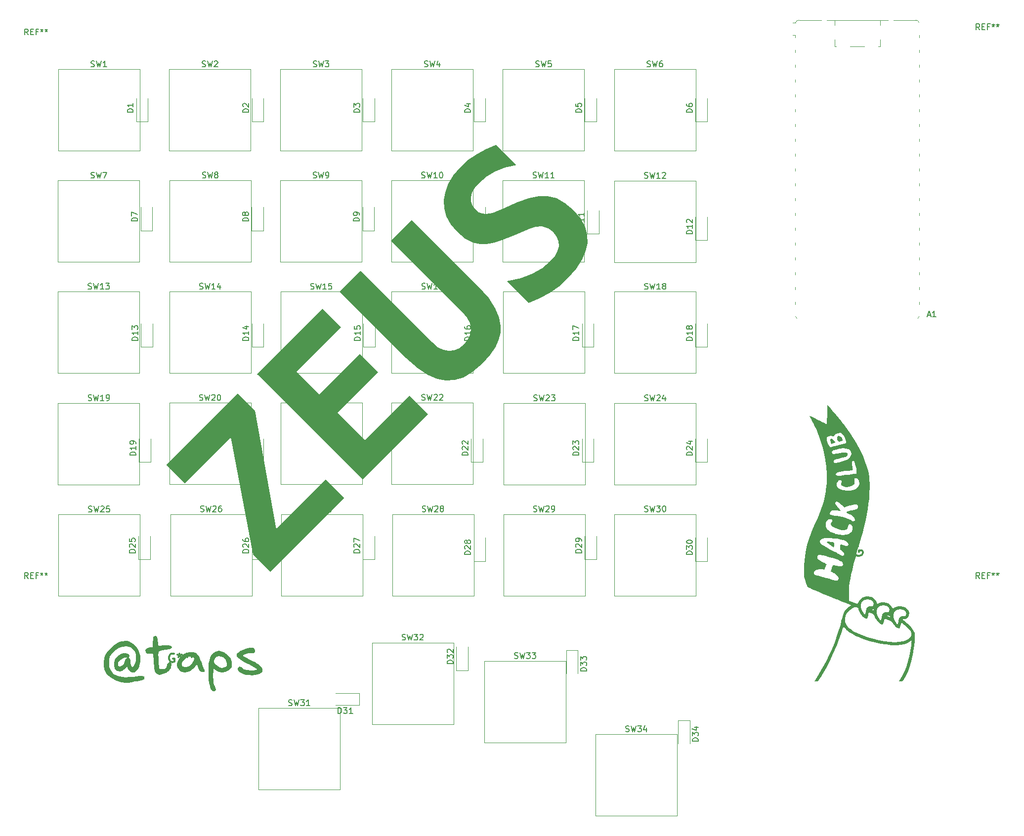
<source format=gbr>
%TF.GenerationSoftware,KiCad,Pcbnew,9.0.6*%
%TF.CreationDate,2026-01-10T21:08:18+05:30*%
%TF.ProjectId,pcb,7063622e-6b69-4636-9164-5f7063625858,rev?*%
%TF.SameCoordinates,Original*%
%TF.FileFunction,Legend,Top*%
%TF.FilePolarity,Positive*%
%FSLAX46Y46*%
G04 Gerber Fmt 4.6, Leading zero omitted, Abs format (unit mm)*
G04 Created by KiCad (PCBNEW 9.0.6) date 2026-01-10 21:08:18*
%MOMM*%
%LPD*%
G01*
G04 APERTURE LIST*
%ADD10C,1.000000*%
%ADD11C,0.150000*%
%ADD12C,0.300000*%
%ADD13C,0.120000*%
%ADD14C,0.000000*%
G04 APERTURE END LIST*
D10*
G36*
X90216385Y-109195304D02*
G01*
X86373682Y-89135529D01*
X78531760Y-96977450D01*
X75389594Y-93835284D01*
X87594496Y-81630383D01*
X90543447Y-84579334D01*
X94132488Y-104892772D01*
X102664154Y-96361106D01*
X105806319Y-99503272D01*
X93165336Y-112144255D01*
X90216385Y-109195304D01*
G37*
G36*
X90905049Y-78319829D02*
G01*
X102142798Y-67082081D01*
X105284964Y-70224246D01*
X97611430Y-77897780D01*
X101502707Y-81789057D01*
X108451956Y-74839808D01*
X111594122Y-77981974D01*
X104644873Y-84931222D01*
X109369455Y-89655805D01*
X117042989Y-81982271D01*
X120185154Y-85124437D01*
X108947406Y-96362186D01*
X90905049Y-78319829D01*
G37*
G36*
X129598698Y-76412510D02*
G01*
X127860175Y-77905610D01*
X126246068Y-78847121D01*
X124721166Y-79336217D01*
X123243126Y-79432702D01*
X121774110Y-79154961D01*
X120176216Y-78478698D01*
X118406740Y-77320088D01*
X116426645Y-75565172D01*
X105043176Y-64181703D01*
X108607391Y-60617488D01*
X120885692Y-72895789D01*
X121856258Y-73696096D01*
X122785796Y-74156279D01*
X123700796Y-74333564D01*
X124621578Y-74243690D01*
X125501829Y-73874737D01*
X126372339Y-73186150D01*
X127061568Y-72314892D01*
X127430415Y-71434667D01*
X127519753Y-70514608D01*
X127342467Y-69599608D01*
X126882285Y-68670070D01*
X126081977Y-67699504D01*
X113803676Y-55421203D01*
X117368971Y-51855908D01*
X128752440Y-63239377D01*
X130537539Y-65250776D01*
X131702063Y-67025637D01*
X132369687Y-68607721D01*
X132631844Y-70043985D01*
X132588486Y-71218015D01*
X132297254Y-72420039D01*
X131732974Y-73673221D01*
X130852847Y-74998224D01*
X129598698Y-76412510D01*
G37*
G36*
X144075760Y-61935449D02*
G01*
X142588331Y-63276077D01*
X140970294Y-64412697D01*
X139202192Y-65369717D01*
X137403920Y-66068514D01*
X133718811Y-62383404D01*
X136074886Y-61839196D01*
X137996517Y-61125890D01*
X139723803Y-60150145D01*
X141101982Y-59011324D01*
X141893764Y-58067915D01*
X142361581Y-57185404D01*
X142564584Y-56339782D01*
X142521835Y-55503416D01*
X142218604Y-54716709D01*
X141621179Y-53947807D01*
X140716946Y-53290147D01*
X139712780Y-53004401D01*
X138552413Y-53065928D01*
X137356426Y-53452357D01*
X134939625Y-54539324D01*
X133062052Y-55300203D01*
X131584815Y-55754741D01*
X130196640Y-56006755D01*
X129126996Y-56025673D01*
X127829648Y-55751900D01*
X126511906Y-55085357D01*
X125138572Y-53947807D01*
X124032848Y-52628346D01*
X123311195Y-51300875D01*
X122925130Y-49942456D01*
X122855617Y-48521607D01*
X123088275Y-47104683D01*
X123623895Y-45696648D01*
X124495032Y-44273757D01*
X125754916Y-42817999D01*
X127139215Y-41570863D01*
X128529002Y-40577142D01*
X130036469Y-39744574D01*
X131844953Y-38975295D01*
X135326054Y-42456396D01*
X133365359Y-42917462D01*
X131678048Y-43582208D01*
X130226783Y-44439164D01*
X128982355Y-45488462D01*
X128192305Y-46413377D01*
X127732556Y-47233810D01*
X127531626Y-47977584D01*
X127542791Y-48748028D01*
X127796099Y-49458314D01*
X128317438Y-50140724D01*
X128861676Y-50567591D01*
X129439185Y-50807873D01*
X130069322Y-50877961D01*
X131283659Y-50654523D01*
X133248187Y-49875189D01*
X135361674Y-48920989D01*
X137400644Y-48151804D01*
X139149199Y-47809589D01*
X140666980Y-47821069D01*
X142150532Y-48193401D01*
X143614951Y-48961535D01*
X145090406Y-50189297D01*
X146298542Y-51624749D01*
X147061228Y-53022016D01*
X147445699Y-54408614D01*
X147483461Y-55820585D01*
X147204183Y-57212174D01*
X146585610Y-58675958D01*
X145569753Y-60241821D01*
X144075760Y-61935449D01*
G37*
D11*
X89454819Y-92214285D02*
X88454819Y-92214285D01*
X88454819Y-92214285D02*
X88454819Y-91976190D01*
X88454819Y-91976190D02*
X88502438Y-91833333D01*
X88502438Y-91833333D02*
X88597676Y-91738095D01*
X88597676Y-91738095D02*
X88692914Y-91690476D01*
X88692914Y-91690476D02*
X88883390Y-91642857D01*
X88883390Y-91642857D02*
X89026247Y-91642857D01*
X89026247Y-91642857D02*
X89216723Y-91690476D01*
X89216723Y-91690476D02*
X89311961Y-91738095D01*
X89311961Y-91738095D02*
X89407200Y-91833333D01*
X89407200Y-91833333D02*
X89454819Y-91976190D01*
X89454819Y-91976190D02*
X89454819Y-92214285D01*
X88550057Y-91261904D02*
X88502438Y-91214285D01*
X88502438Y-91214285D02*
X88454819Y-91119047D01*
X88454819Y-91119047D02*
X88454819Y-90880952D01*
X88454819Y-90880952D02*
X88502438Y-90785714D01*
X88502438Y-90785714D02*
X88550057Y-90738095D01*
X88550057Y-90738095D02*
X88645295Y-90690476D01*
X88645295Y-90690476D02*
X88740533Y-90690476D01*
X88740533Y-90690476D02*
X88883390Y-90738095D01*
X88883390Y-90738095D02*
X89454819Y-91309523D01*
X89454819Y-91309523D02*
X89454819Y-90690476D01*
X88454819Y-90071428D02*
X88454819Y-89976190D01*
X88454819Y-89976190D02*
X88502438Y-89880952D01*
X88502438Y-89880952D02*
X88550057Y-89833333D01*
X88550057Y-89833333D02*
X88645295Y-89785714D01*
X88645295Y-89785714D02*
X88835771Y-89738095D01*
X88835771Y-89738095D02*
X89073866Y-89738095D01*
X89073866Y-89738095D02*
X89264342Y-89785714D01*
X89264342Y-89785714D02*
X89359580Y-89833333D01*
X89359580Y-89833333D02*
X89407200Y-89880952D01*
X89407200Y-89880952D02*
X89454819Y-89976190D01*
X89454819Y-89976190D02*
X89454819Y-90071428D01*
X89454819Y-90071428D02*
X89407200Y-90166666D01*
X89407200Y-90166666D02*
X89359580Y-90214285D01*
X89359580Y-90214285D02*
X89264342Y-90261904D01*
X89264342Y-90261904D02*
X89073866Y-90309523D01*
X89073866Y-90309523D02*
X88835771Y-90309523D01*
X88835771Y-90309523D02*
X88645295Y-90261904D01*
X88645295Y-90261904D02*
X88550057Y-90214285D01*
X88550057Y-90214285D02*
X88502438Y-90166666D01*
X88502438Y-90166666D02*
X88454819Y-90071428D01*
X147314819Y-129184285D02*
X146314819Y-129184285D01*
X146314819Y-129184285D02*
X146314819Y-128946190D01*
X146314819Y-128946190D02*
X146362438Y-128803333D01*
X146362438Y-128803333D02*
X146457676Y-128708095D01*
X146457676Y-128708095D02*
X146552914Y-128660476D01*
X146552914Y-128660476D02*
X146743390Y-128612857D01*
X146743390Y-128612857D02*
X146886247Y-128612857D01*
X146886247Y-128612857D02*
X147076723Y-128660476D01*
X147076723Y-128660476D02*
X147171961Y-128708095D01*
X147171961Y-128708095D02*
X147267200Y-128803333D01*
X147267200Y-128803333D02*
X147314819Y-128946190D01*
X147314819Y-128946190D02*
X147314819Y-129184285D01*
X146314819Y-128279523D02*
X146314819Y-127660476D01*
X146314819Y-127660476D02*
X146695771Y-127993809D01*
X146695771Y-127993809D02*
X146695771Y-127850952D01*
X146695771Y-127850952D02*
X146743390Y-127755714D01*
X146743390Y-127755714D02*
X146791009Y-127708095D01*
X146791009Y-127708095D02*
X146886247Y-127660476D01*
X146886247Y-127660476D02*
X147124342Y-127660476D01*
X147124342Y-127660476D02*
X147219580Y-127708095D01*
X147219580Y-127708095D02*
X147267200Y-127755714D01*
X147267200Y-127755714D02*
X147314819Y-127850952D01*
X147314819Y-127850952D02*
X147314819Y-128136666D01*
X147314819Y-128136666D02*
X147267200Y-128231904D01*
X147267200Y-128231904D02*
X147219580Y-128279523D01*
X146314819Y-127327142D02*
X146314819Y-126708095D01*
X146314819Y-126708095D02*
X146695771Y-127041428D01*
X146695771Y-127041428D02*
X146695771Y-126898571D01*
X146695771Y-126898571D02*
X146743390Y-126803333D01*
X146743390Y-126803333D02*
X146791009Y-126755714D01*
X146791009Y-126755714D02*
X146886247Y-126708095D01*
X146886247Y-126708095D02*
X147124342Y-126708095D01*
X147124342Y-126708095D02*
X147219580Y-126755714D01*
X147219580Y-126755714D02*
X147267200Y-126803333D01*
X147267200Y-126803333D02*
X147314819Y-126898571D01*
X147314819Y-126898571D02*
X147314819Y-127184285D01*
X147314819Y-127184285D02*
X147267200Y-127279523D01*
X147267200Y-127279523D02*
X147219580Y-127327142D01*
X138190476Y-63708200D02*
X138333333Y-63755819D01*
X138333333Y-63755819D02*
X138571428Y-63755819D01*
X138571428Y-63755819D02*
X138666666Y-63708200D01*
X138666666Y-63708200D02*
X138714285Y-63660580D01*
X138714285Y-63660580D02*
X138761904Y-63565342D01*
X138761904Y-63565342D02*
X138761904Y-63470104D01*
X138761904Y-63470104D02*
X138714285Y-63374866D01*
X138714285Y-63374866D02*
X138666666Y-63327247D01*
X138666666Y-63327247D02*
X138571428Y-63279628D01*
X138571428Y-63279628D02*
X138380952Y-63232009D01*
X138380952Y-63232009D02*
X138285714Y-63184390D01*
X138285714Y-63184390D02*
X138238095Y-63136771D01*
X138238095Y-63136771D02*
X138190476Y-63041533D01*
X138190476Y-63041533D02*
X138190476Y-62946295D01*
X138190476Y-62946295D02*
X138238095Y-62851057D01*
X138238095Y-62851057D02*
X138285714Y-62803438D01*
X138285714Y-62803438D02*
X138380952Y-62755819D01*
X138380952Y-62755819D02*
X138619047Y-62755819D01*
X138619047Y-62755819D02*
X138761904Y-62803438D01*
X139095238Y-62755819D02*
X139333333Y-63755819D01*
X139333333Y-63755819D02*
X139523809Y-63041533D01*
X139523809Y-63041533D02*
X139714285Y-63755819D01*
X139714285Y-63755819D02*
X139952381Y-62755819D01*
X140857142Y-63755819D02*
X140285714Y-63755819D01*
X140571428Y-63755819D02*
X140571428Y-62755819D01*
X140571428Y-62755819D02*
X140476190Y-62898676D01*
X140476190Y-62898676D02*
X140380952Y-62993914D01*
X140380952Y-62993914D02*
X140285714Y-63041533D01*
X141190476Y-62755819D02*
X141857142Y-62755819D01*
X141857142Y-62755819D02*
X141428571Y-63755819D01*
X165454819Y-72514285D02*
X164454819Y-72514285D01*
X164454819Y-72514285D02*
X164454819Y-72276190D01*
X164454819Y-72276190D02*
X164502438Y-72133333D01*
X164502438Y-72133333D02*
X164597676Y-72038095D01*
X164597676Y-72038095D02*
X164692914Y-71990476D01*
X164692914Y-71990476D02*
X164883390Y-71942857D01*
X164883390Y-71942857D02*
X165026247Y-71942857D01*
X165026247Y-71942857D02*
X165216723Y-71990476D01*
X165216723Y-71990476D02*
X165311961Y-72038095D01*
X165311961Y-72038095D02*
X165407200Y-72133333D01*
X165407200Y-72133333D02*
X165454819Y-72276190D01*
X165454819Y-72276190D02*
X165454819Y-72514285D01*
X165454819Y-70990476D02*
X165454819Y-71561904D01*
X165454819Y-71276190D02*
X164454819Y-71276190D01*
X164454819Y-71276190D02*
X164597676Y-71371428D01*
X164597676Y-71371428D02*
X164692914Y-71466666D01*
X164692914Y-71466666D02*
X164740533Y-71561904D01*
X164883390Y-70419047D02*
X164835771Y-70514285D01*
X164835771Y-70514285D02*
X164788152Y-70561904D01*
X164788152Y-70561904D02*
X164692914Y-70609523D01*
X164692914Y-70609523D02*
X164645295Y-70609523D01*
X164645295Y-70609523D02*
X164550057Y-70561904D01*
X164550057Y-70561904D02*
X164502438Y-70514285D01*
X164502438Y-70514285D02*
X164454819Y-70419047D01*
X164454819Y-70419047D02*
X164454819Y-70228571D01*
X164454819Y-70228571D02*
X164502438Y-70133333D01*
X164502438Y-70133333D02*
X164550057Y-70085714D01*
X164550057Y-70085714D02*
X164645295Y-70038095D01*
X164645295Y-70038095D02*
X164692914Y-70038095D01*
X164692914Y-70038095D02*
X164788152Y-70085714D01*
X164788152Y-70085714D02*
X164835771Y-70133333D01*
X164835771Y-70133333D02*
X164883390Y-70228571D01*
X164883390Y-70228571D02*
X164883390Y-70419047D01*
X164883390Y-70419047D02*
X164931009Y-70514285D01*
X164931009Y-70514285D02*
X164978628Y-70561904D01*
X164978628Y-70561904D02*
X165073866Y-70609523D01*
X165073866Y-70609523D02*
X165264342Y-70609523D01*
X165264342Y-70609523D02*
X165359580Y-70561904D01*
X165359580Y-70561904D02*
X165407200Y-70514285D01*
X165407200Y-70514285D02*
X165454819Y-70419047D01*
X165454819Y-70419047D02*
X165454819Y-70228571D01*
X165454819Y-70228571D02*
X165407200Y-70133333D01*
X165407200Y-70133333D02*
X165359580Y-70085714D01*
X165359580Y-70085714D02*
X165264342Y-70038095D01*
X165264342Y-70038095D02*
X165073866Y-70038095D01*
X165073866Y-70038095D02*
X164978628Y-70085714D01*
X164978628Y-70085714D02*
X164931009Y-70133333D01*
X164931009Y-70133333D02*
X164883390Y-70228571D01*
X157290476Y-82833200D02*
X157433333Y-82880819D01*
X157433333Y-82880819D02*
X157671428Y-82880819D01*
X157671428Y-82880819D02*
X157766666Y-82833200D01*
X157766666Y-82833200D02*
X157814285Y-82785580D01*
X157814285Y-82785580D02*
X157861904Y-82690342D01*
X157861904Y-82690342D02*
X157861904Y-82595104D01*
X157861904Y-82595104D02*
X157814285Y-82499866D01*
X157814285Y-82499866D02*
X157766666Y-82452247D01*
X157766666Y-82452247D02*
X157671428Y-82404628D01*
X157671428Y-82404628D02*
X157480952Y-82357009D01*
X157480952Y-82357009D02*
X157385714Y-82309390D01*
X157385714Y-82309390D02*
X157338095Y-82261771D01*
X157338095Y-82261771D02*
X157290476Y-82166533D01*
X157290476Y-82166533D02*
X157290476Y-82071295D01*
X157290476Y-82071295D02*
X157338095Y-81976057D01*
X157338095Y-81976057D02*
X157385714Y-81928438D01*
X157385714Y-81928438D02*
X157480952Y-81880819D01*
X157480952Y-81880819D02*
X157719047Y-81880819D01*
X157719047Y-81880819D02*
X157861904Y-81928438D01*
X158195238Y-81880819D02*
X158433333Y-82880819D01*
X158433333Y-82880819D02*
X158623809Y-82166533D01*
X158623809Y-82166533D02*
X158814285Y-82880819D01*
X158814285Y-82880819D02*
X159052381Y-81880819D01*
X159385714Y-81976057D02*
X159433333Y-81928438D01*
X159433333Y-81928438D02*
X159528571Y-81880819D01*
X159528571Y-81880819D02*
X159766666Y-81880819D01*
X159766666Y-81880819D02*
X159861904Y-81928438D01*
X159861904Y-81928438D02*
X159909523Y-81976057D01*
X159909523Y-81976057D02*
X159957142Y-82071295D01*
X159957142Y-82071295D02*
X159957142Y-82166533D01*
X159957142Y-82166533D02*
X159909523Y-82309390D01*
X159909523Y-82309390D02*
X159338095Y-82880819D01*
X159338095Y-82880819D02*
X159957142Y-82880819D01*
X160814285Y-82214152D02*
X160814285Y-82880819D01*
X160576190Y-81833200D02*
X160338095Y-82547485D01*
X160338095Y-82547485D02*
X160957142Y-82547485D01*
X62010476Y-101883200D02*
X62153333Y-101930819D01*
X62153333Y-101930819D02*
X62391428Y-101930819D01*
X62391428Y-101930819D02*
X62486666Y-101883200D01*
X62486666Y-101883200D02*
X62534285Y-101835580D01*
X62534285Y-101835580D02*
X62581904Y-101740342D01*
X62581904Y-101740342D02*
X62581904Y-101645104D01*
X62581904Y-101645104D02*
X62534285Y-101549866D01*
X62534285Y-101549866D02*
X62486666Y-101502247D01*
X62486666Y-101502247D02*
X62391428Y-101454628D01*
X62391428Y-101454628D02*
X62200952Y-101407009D01*
X62200952Y-101407009D02*
X62105714Y-101359390D01*
X62105714Y-101359390D02*
X62058095Y-101311771D01*
X62058095Y-101311771D02*
X62010476Y-101216533D01*
X62010476Y-101216533D02*
X62010476Y-101121295D01*
X62010476Y-101121295D02*
X62058095Y-101026057D01*
X62058095Y-101026057D02*
X62105714Y-100978438D01*
X62105714Y-100978438D02*
X62200952Y-100930819D01*
X62200952Y-100930819D02*
X62439047Y-100930819D01*
X62439047Y-100930819D02*
X62581904Y-100978438D01*
X62915238Y-100930819D02*
X63153333Y-101930819D01*
X63153333Y-101930819D02*
X63343809Y-101216533D01*
X63343809Y-101216533D02*
X63534285Y-101930819D01*
X63534285Y-101930819D02*
X63772381Y-100930819D01*
X64105714Y-101026057D02*
X64153333Y-100978438D01*
X64153333Y-100978438D02*
X64248571Y-100930819D01*
X64248571Y-100930819D02*
X64486666Y-100930819D01*
X64486666Y-100930819D02*
X64581904Y-100978438D01*
X64581904Y-100978438D02*
X64629523Y-101026057D01*
X64629523Y-101026057D02*
X64677142Y-101121295D01*
X64677142Y-101121295D02*
X64677142Y-101216533D01*
X64677142Y-101216533D02*
X64629523Y-101359390D01*
X64629523Y-101359390D02*
X64058095Y-101930819D01*
X64058095Y-101930819D02*
X64677142Y-101930819D01*
X65581904Y-100930819D02*
X65105714Y-100930819D01*
X65105714Y-100930819D02*
X65058095Y-101407009D01*
X65058095Y-101407009D02*
X65105714Y-101359390D01*
X65105714Y-101359390D02*
X65200952Y-101311771D01*
X65200952Y-101311771D02*
X65439047Y-101311771D01*
X65439047Y-101311771D02*
X65534285Y-101359390D01*
X65534285Y-101359390D02*
X65581904Y-101407009D01*
X65581904Y-101407009D02*
X65629523Y-101502247D01*
X65629523Y-101502247D02*
X65629523Y-101740342D01*
X65629523Y-101740342D02*
X65581904Y-101835580D01*
X65581904Y-101835580D02*
X65534285Y-101883200D01*
X65534285Y-101883200D02*
X65439047Y-101930819D01*
X65439047Y-101930819D02*
X65200952Y-101930819D01*
X65200952Y-101930819D02*
X65105714Y-101883200D01*
X65105714Y-101883200D02*
X65058095Y-101835580D01*
X108454819Y-108914285D02*
X107454819Y-108914285D01*
X107454819Y-108914285D02*
X107454819Y-108676190D01*
X107454819Y-108676190D02*
X107502438Y-108533333D01*
X107502438Y-108533333D02*
X107597676Y-108438095D01*
X107597676Y-108438095D02*
X107692914Y-108390476D01*
X107692914Y-108390476D02*
X107883390Y-108342857D01*
X107883390Y-108342857D02*
X108026247Y-108342857D01*
X108026247Y-108342857D02*
X108216723Y-108390476D01*
X108216723Y-108390476D02*
X108311961Y-108438095D01*
X108311961Y-108438095D02*
X108407200Y-108533333D01*
X108407200Y-108533333D02*
X108454819Y-108676190D01*
X108454819Y-108676190D02*
X108454819Y-108914285D01*
X107550057Y-107961904D02*
X107502438Y-107914285D01*
X107502438Y-107914285D02*
X107454819Y-107819047D01*
X107454819Y-107819047D02*
X107454819Y-107580952D01*
X107454819Y-107580952D02*
X107502438Y-107485714D01*
X107502438Y-107485714D02*
X107550057Y-107438095D01*
X107550057Y-107438095D02*
X107645295Y-107390476D01*
X107645295Y-107390476D02*
X107740533Y-107390476D01*
X107740533Y-107390476D02*
X107883390Y-107438095D01*
X107883390Y-107438095D02*
X108454819Y-108009523D01*
X108454819Y-108009523D02*
X108454819Y-107390476D01*
X107454819Y-107057142D02*
X107454819Y-106390476D01*
X107454819Y-106390476D02*
X108454819Y-106819047D01*
X127454819Y-72514285D02*
X126454819Y-72514285D01*
X126454819Y-72514285D02*
X126454819Y-72276190D01*
X126454819Y-72276190D02*
X126502438Y-72133333D01*
X126502438Y-72133333D02*
X126597676Y-72038095D01*
X126597676Y-72038095D02*
X126692914Y-71990476D01*
X126692914Y-71990476D02*
X126883390Y-71942857D01*
X126883390Y-71942857D02*
X127026247Y-71942857D01*
X127026247Y-71942857D02*
X127216723Y-71990476D01*
X127216723Y-71990476D02*
X127311961Y-72038095D01*
X127311961Y-72038095D02*
X127407200Y-72133333D01*
X127407200Y-72133333D02*
X127454819Y-72276190D01*
X127454819Y-72276190D02*
X127454819Y-72514285D01*
X127454819Y-70990476D02*
X127454819Y-71561904D01*
X127454819Y-71276190D02*
X126454819Y-71276190D01*
X126454819Y-71276190D02*
X126597676Y-71371428D01*
X126597676Y-71371428D02*
X126692914Y-71466666D01*
X126692914Y-71466666D02*
X126740533Y-71561904D01*
X126454819Y-70133333D02*
X126454819Y-70323809D01*
X126454819Y-70323809D02*
X126502438Y-70419047D01*
X126502438Y-70419047D02*
X126550057Y-70466666D01*
X126550057Y-70466666D02*
X126692914Y-70561904D01*
X126692914Y-70561904D02*
X126883390Y-70609523D01*
X126883390Y-70609523D02*
X127264342Y-70609523D01*
X127264342Y-70609523D02*
X127359580Y-70561904D01*
X127359580Y-70561904D02*
X127407200Y-70514285D01*
X127407200Y-70514285D02*
X127454819Y-70419047D01*
X127454819Y-70419047D02*
X127454819Y-70228571D01*
X127454819Y-70228571D02*
X127407200Y-70133333D01*
X127407200Y-70133333D02*
X127359580Y-70085714D01*
X127359580Y-70085714D02*
X127264342Y-70038095D01*
X127264342Y-70038095D02*
X127026247Y-70038095D01*
X127026247Y-70038095D02*
X126931009Y-70085714D01*
X126931009Y-70085714D02*
X126883390Y-70133333D01*
X126883390Y-70133333D02*
X126835771Y-70228571D01*
X126835771Y-70228571D02*
X126835771Y-70419047D01*
X126835771Y-70419047D02*
X126883390Y-70514285D01*
X126883390Y-70514285D02*
X126931009Y-70561904D01*
X126931009Y-70561904D02*
X127026247Y-70609523D01*
X100501667Y-44658200D02*
X100644524Y-44705819D01*
X100644524Y-44705819D02*
X100882619Y-44705819D01*
X100882619Y-44705819D02*
X100977857Y-44658200D01*
X100977857Y-44658200D02*
X101025476Y-44610580D01*
X101025476Y-44610580D02*
X101073095Y-44515342D01*
X101073095Y-44515342D02*
X101073095Y-44420104D01*
X101073095Y-44420104D02*
X101025476Y-44324866D01*
X101025476Y-44324866D02*
X100977857Y-44277247D01*
X100977857Y-44277247D02*
X100882619Y-44229628D01*
X100882619Y-44229628D02*
X100692143Y-44182009D01*
X100692143Y-44182009D02*
X100596905Y-44134390D01*
X100596905Y-44134390D02*
X100549286Y-44086771D01*
X100549286Y-44086771D02*
X100501667Y-43991533D01*
X100501667Y-43991533D02*
X100501667Y-43896295D01*
X100501667Y-43896295D02*
X100549286Y-43801057D01*
X100549286Y-43801057D02*
X100596905Y-43753438D01*
X100596905Y-43753438D02*
X100692143Y-43705819D01*
X100692143Y-43705819D02*
X100930238Y-43705819D01*
X100930238Y-43705819D02*
X101073095Y-43753438D01*
X101406429Y-43705819D02*
X101644524Y-44705819D01*
X101644524Y-44705819D02*
X101835000Y-43991533D01*
X101835000Y-43991533D02*
X102025476Y-44705819D01*
X102025476Y-44705819D02*
X102263572Y-43705819D01*
X102692143Y-44705819D02*
X102882619Y-44705819D01*
X102882619Y-44705819D02*
X102977857Y-44658200D01*
X102977857Y-44658200D02*
X103025476Y-44610580D01*
X103025476Y-44610580D02*
X103120714Y-44467723D01*
X103120714Y-44467723D02*
X103168333Y-44277247D01*
X103168333Y-44277247D02*
X103168333Y-43896295D01*
X103168333Y-43896295D02*
X103120714Y-43801057D01*
X103120714Y-43801057D02*
X103073095Y-43753438D01*
X103073095Y-43753438D02*
X102977857Y-43705819D01*
X102977857Y-43705819D02*
X102787381Y-43705819D01*
X102787381Y-43705819D02*
X102692143Y-43753438D01*
X102692143Y-43753438D02*
X102644524Y-43801057D01*
X102644524Y-43801057D02*
X102596905Y-43896295D01*
X102596905Y-43896295D02*
X102596905Y-44134390D01*
X102596905Y-44134390D02*
X102644524Y-44229628D01*
X102644524Y-44229628D02*
X102692143Y-44277247D01*
X102692143Y-44277247D02*
X102787381Y-44324866D01*
X102787381Y-44324866D02*
X102977857Y-44324866D01*
X102977857Y-44324866D02*
X103073095Y-44277247D01*
X103073095Y-44277247D02*
X103120714Y-44229628D01*
X103120714Y-44229628D02*
X103168333Y-44134390D01*
X81516667Y-44653200D02*
X81659524Y-44700819D01*
X81659524Y-44700819D02*
X81897619Y-44700819D01*
X81897619Y-44700819D02*
X81992857Y-44653200D01*
X81992857Y-44653200D02*
X82040476Y-44605580D01*
X82040476Y-44605580D02*
X82088095Y-44510342D01*
X82088095Y-44510342D02*
X82088095Y-44415104D01*
X82088095Y-44415104D02*
X82040476Y-44319866D01*
X82040476Y-44319866D02*
X81992857Y-44272247D01*
X81992857Y-44272247D02*
X81897619Y-44224628D01*
X81897619Y-44224628D02*
X81707143Y-44177009D01*
X81707143Y-44177009D02*
X81611905Y-44129390D01*
X81611905Y-44129390D02*
X81564286Y-44081771D01*
X81564286Y-44081771D02*
X81516667Y-43986533D01*
X81516667Y-43986533D02*
X81516667Y-43891295D01*
X81516667Y-43891295D02*
X81564286Y-43796057D01*
X81564286Y-43796057D02*
X81611905Y-43748438D01*
X81611905Y-43748438D02*
X81707143Y-43700819D01*
X81707143Y-43700819D02*
X81945238Y-43700819D01*
X81945238Y-43700819D02*
X82088095Y-43748438D01*
X82421429Y-43700819D02*
X82659524Y-44700819D01*
X82659524Y-44700819D02*
X82850000Y-43986533D01*
X82850000Y-43986533D02*
X83040476Y-44700819D01*
X83040476Y-44700819D02*
X83278572Y-43700819D01*
X83802381Y-44129390D02*
X83707143Y-44081771D01*
X83707143Y-44081771D02*
X83659524Y-44034152D01*
X83659524Y-44034152D02*
X83611905Y-43938914D01*
X83611905Y-43938914D02*
X83611905Y-43891295D01*
X83611905Y-43891295D02*
X83659524Y-43796057D01*
X83659524Y-43796057D02*
X83707143Y-43748438D01*
X83707143Y-43748438D02*
X83802381Y-43700819D01*
X83802381Y-43700819D02*
X83992857Y-43700819D01*
X83992857Y-43700819D02*
X84088095Y-43748438D01*
X84088095Y-43748438D02*
X84135714Y-43796057D01*
X84135714Y-43796057D02*
X84183333Y-43891295D01*
X84183333Y-43891295D02*
X84183333Y-43938914D01*
X84183333Y-43938914D02*
X84135714Y-44034152D01*
X84135714Y-44034152D02*
X84088095Y-44081771D01*
X84088095Y-44081771D02*
X83992857Y-44129390D01*
X83992857Y-44129390D02*
X83802381Y-44129390D01*
X83802381Y-44129390D02*
X83707143Y-44177009D01*
X83707143Y-44177009D02*
X83659524Y-44224628D01*
X83659524Y-44224628D02*
X83611905Y-44319866D01*
X83611905Y-44319866D02*
X83611905Y-44510342D01*
X83611905Y-44510342D02*
X83659524Y-44605580D01*
X83659524Y-44605580D02*
X83707143Y-44653200D01*
X83707143Y-44653200D02*
X83802381Y-44700819D01*
X83802381Y-44700819D02*
X83992857Y-44700819D01*
X83992857Y-44700819D02*
X84088095Y-44653200D01*
X84088095Y-44653200D02*
X84135714Y-44605580D01*
X84135714Y-44605580D02*
X84183333Y-44510342D01*
X84183333Y-44510342D02*
X84183333Y-44319866D01*
X84183333Y-44319866D02*
X84135714Y-44224628D01*
X84135714Y-44224628D02*
X84088095Y-44177009D01*
X84088095Y-44177009D02*
X83992857Y-44129390D01*
D12*
X193249757Y-108571427D02*
X193178328Y-108714285D01*
X193178328Y-108714285D02*
X193178328Y-108928570D01*
X193178328Y-108928570D02*
X193249757Y-109142856D01*
X193249757Y-109142856D02*
X193392614Y-109285713D01*
X193392614Y-109285713D02*
X193535471Y-109357142D01*
X193535471Y-109357142D02*
X193821185Y-109428570D01*
X193821185Y-109428570D02*
X194035471Y-109428570D01*
X194035471Y-109428570D02*
X194321185Y-109357142D01*
X194321185Y-109357142D02*
X194464042Y-109285713D01*
X194464042Y-109285713D02*
X194606900Y-109142856D01*
X194606900Y-109142856D02*
X194678328Y-108928570D01*
X194678328Y-108928570D02*
X194678328Y-108785713D01*
X194678328Y-108785713D02*
X194606900Y-108571427D01*
X194606900Y-108571427D02*
X194535471Y-108499999D01*
X194535471Y-108499999D02*
X194035471Y-108499999D01*
X194035471Y-108499999D02*
X194035471Y-108785713D01*
X193178328Y-107642856D02*
X193535471Y-107642856D01*
X193392614Y-107999999D02*
X193535471Y-107642856D01*
X193535471Y-107642856D02*
X193392614Y-107285713D01*
X193821185Y-107857142D02*
X193535471Y-107642856D01*
X193535471Y-107642856D02*
X193821185Y-107428570D01*
X193178328Y-106499999D02*
X193535471Y-106499999D01*
X193392614Y-106857142D02*
X193535471Y-106499999D01*
X193535471Y-106499999D02*
X193392614Y-106142856D01*
X193821185Y-106714285D02*
X193535471Y-106499999D01*
X193535471Y-106499999D02*
X193821185Y-106285713D01*
X193178328Y-105357142D02*
X193535471Y-105357142D01*
X193392614Y-105714285D02*
X193535471Y-105357142D01*
X193535471Y-105357142D02*
X193392614Y-104999999D01*
X193821185Y-105571428D02*
X193535471Y-105357142D01*
X193535471Y-105357142D02*
X193821185Y-105142856D01*
D11*
X108554819Y-72514285D02*
X107554819Y-72514285D01*
X107554819Y-72514285D02*
X107554819Y-72276190D01*
X107554819Y-72276190D02*
X107602438Y-72133333D01*
X107602438Y-72133333D02*
X107697676Y-72038095D01*
X107697676Y-72038095D02*
X107792914Y-71990476D01*
X107792914Y-71990476D02*
X107983390Y-71942857D01*
X107983390Y-71942857D02*
X108126247Y-71942857D01*
X108126247Y-71942857D02*
X108316723Y-71990476D01*
X108316723Y-71990476D02*
X108411961Y-72038095D01*
X108411961Y-72038095D02*
X108507200Y-72133333D01*
X108507200Y-72133333D02*
X108554819Y-72276190D01*
X108554819Y-72276190D02*
X108554819Y-72514285D01*
X108554819Y-70990476D02*
X108554819Y-71561904D01*
X108554819Y-71276190D02*
X107554819Y-71276190D01*
X107554819Y-71276190D02*
X107697676Y-71371428D01*
X107697676Y-71371428D02*
X107792914Y-71466666D01*
X107792914Y-71466666D02*
X107840533Y-71561904D01*
X107554819Y-70085714D02*
X107554819Y-70561904D01*
X107554819Y-70561904D02*
X108031009Y-70609523D01*
X108031009Y-70609523D02*
X107983390Y-70561904D01*
X107983390Y-70561904D02*
X107935771Y-70466666D01*
X107935771Y-70466666D02*
X107935771Y-70228571D01*
X107935771Y-70228571D02*
X107983390Y-70133333D01*
X107983390Y-70133333D02*
X108031009Y-70085714D01*
X108031009Y-70085714D02*
X108126247Y-70038095D01*
X108126247Y-70038095D02*
X108364342Y-70038095D01*
X108364342Y-70038095D02*
X108459580Y-70085714D01*
X108459580Y-70085714D02*
X108507200Y-70133333D01*
X108507200Y-70133333D02*
X108554819Y-70228571D01*
X108554819Y-70228571D02*
X108554819Y-70466666D01*
X108554819Y-70466666D02*
X108507200Y-70561904D01*
X108507200Y-70561904D02*
X108459580Y-70609523D01*
X138260476Y-101833200D02*
X138403333Y-101880819D01*
X138403333Y-101880819D02*
X138641428Y-101880819D01*
X138641428Y-101880819D02*
X138736666Y-101833200D01*
X138736666Y-101833200D02*
X138784285Y-101785580D01*
X138784285Y-101785580D02*
X138831904Y-101690342D01*
X138831904Y-101690342D02*
X138831904Y-101595104D01*
X138831904Y-101595104D02*
X138784285Y-101499866D01*
X138784285Y-101499866D02*
X138736666Y-101452247D01*
X138736666Y-101452247D02*
X138641428Y-101404628D01*
X138641428Y-101404628D02*
X138450952Y-101357009D01*
X138450952Y-101357009D02*
X138355714Y-101309390D01*
X138355714Y-101309390D02*
X138308095Y-101261771D01*
X138308095Y-101261771D02*
X138260476Y-101166533D01*
X138260476Y-101166533D02*
X138260476Y-101071295D01*
X138260476Y-101071295D02*
X138308095Y-100976057D01*
X138308095Y-100976057D02*
X138355714Y-100928438D01*
X138355714Y-100928438D02*
X138450952Y-100880819D01*
X138450952Y-100880819D02*
X138689047Y-100880819D01*
X138689047Y-100880819D02*
X138831904Y-100928438D01*
X139165238Y-100880819D02*
X139403333Y-101880819D01*
X139403333Y-101880819D02*
X139593809Y-101166533D01*
X139593809Y-101166533D02*
X139784285Y-101880819D01*
X139784285Y-101880819D02*
X140022381Y-100880819D01*
X140355714Y-100976057D02*
X140403333Y-100928438D01*
X140403333Y-100928438D02*
X140498571Y-100880819D01*
X140498571Y-100880819D02*
X140736666Y-100880819D01*
X140736666Y-100880819D02*
X140831904Y-100928438D01*
X140831904Y-100928438D02*
X140879523Y-100976057D01*
X140879523Y-100976057D02*
X140927142Y-101071295D01*
X140927142Y-101071295D02*
X140927142Y-101166533D01*
X140927142Y-101166533D02*
X140879523Y-101309390D01*
X140879523Y-101309390D02*
X140308095Y-101880819D01*
X140308095Y-101880819D02*
X140927142Y-101880819D01*
X141403333Y-101880819D02*
X141593809Y-101880819D01*
X141593809Y-101880819D02*
X141689047Y-101833200D01*
X141689047Y-101833200D02*
X141736666Y-101785580D01*
X141736666Y-101785580D02*
X141831904Y-101642723D01*
X141831904Y-101642723D02*
X141879523Y-101452247D01*
X141879523Y-101452247D02*
X141879523Y-101071295D01*
X141879523Y-101071295D02*
X141831904Y-100976057D01*
X141831904Y-100976057D02*
X141784285Y-100928438D01*
X141784285Y-100928438D02*
X141689047Y-100880819D01*
X141689047Y-100880819D02*
X141498571Y-100880819D01*
X141498571Y-100880819D02*
X141403333Y-100928438D01*
X141403333Y-100928438D02*
X141355714Y-100976057D01*
X141355714Y-100976057D02*
X141308095Y-101071295D01*
X141308095Y-101071295D02*
X141308095Y-101309390D01*
X141308095Y-101309390D02*
X141355714Y-101404628D01*
X141355714Y-101404628D02*
X141403333Y-101452247D01*
X141403333Y-101452247D02*
X141498571Y-101499866D01*
X141498571Y-101499866D02*
X141689047Y-101499866D01*
X141689047Y-101499866D02*
X141784285Y-101452247D01*
X141784285Y-101452247D02*
X141831904Y-101404628D01*
X141831904Y-101404628D02*
X141879523Y-101309390D01*
X100210476Y-101833200D02*
X100353333Y-101880819D01*
X100353333Y-101880819D02*
X100591428Y-101880819D01*
X100591428Y-101880819D02*
X100686666Y-101833200D01*
X100686666Y-101833200D02*
X100734285Y-101785580D01*
X100734285Y-101785580D02*
X100781904Y-101690342D01*
X100781904Y-101690342D02*
X100781904Y-101595104D01*
X100781904Y-101595104D02*
X100734285Y-101499866D01*
X100734285Y-101499866D02*
X100686666Y-101452247D01*
X100686666Y-101452247D02*
X100591428Y-101404628D01*
X100591428Y-101404628D02*
X100400952Y-101357009D01*
X100400952Y-101357009D02*
X100305714Y-101309390D01*
X100305714Y-101309390D02*
X100258095Y-101261771D01*
X100258095Y-101261771D02*
X100210476Y-101166533D01*
X100210476Y-101166533D02*
X100210476Y-101071295D01*
X100210476Y-101071295D02*
X100258095Y-100976057D01*
X100258095Y-100976057D02*
X100305714Y-100928438D01*
X100305714Y-100928438D02*
X100400952Y-100880819D01*
X100400952Y-100880819D02*
X100639047Y-100880819D01*
X100639047Y-100880819D02*
X100781904Y-100928438D01*
X101115238Y-100880819D02*
X101353333Y-101880819D01*
X101353333Y-101880819D02*
X101543809Y-101166533D01*
X101543809Y-101166533D02*
X101734285Y-101880819D01*
X101734285Y-101880819D02*
X101972381Y-100880819D01*
X102305714Y-100976057D02*
X102353333Y-100928438D01*
X102353333Y-100928438D02*
X102448571Y-100880819D01*
X102448571Y-100880819D02*
X102686666Y-100880819D01*
X102686666Y-100880819D02*
X102781904Y-100928438D01*
X102781904Y-100928438D02*
X102829523Y-100976057D01*
X102829523Y-100976057D02*
X102877142Y-101071295D01*
X102877142Y-101071295D02*
X102877142Y-101166533D01*
X102877142Y-101166533D02*
X102829523Y-101309390D01*
X102829523Y-101309390D02*
X102258095Y-101880819D01*
X102258095Y-101880819D02*
X102877142Y-101880819D01*
X103210476Y-100880819D02*
X103877142Y-100880819D01*
X103877142Y-100880819D02*
X103448571Y-101880819D01*
X127454819Y-33438094D02*
X126454819Y-33438094D01*
X126454819Y-33438094D02*
X126454819Y-33199999D01*
X126454819Y-33199999D02*
X126502438Y-33057142D01*
X126502438Y-33057142D02*
X126597676Y-32961904D01*
X126597676Y-32961904D02*
X126692914Y-32914285D01*
X126692914Y-32914285D02*
X126883390Y-32866666D01*
X126883390Y-32866666D02*
X127026247Y-32866666D01*
X127026247Y-32866666D02*
X127216723Y-32914285D01*
X127216723Y-32914285D02*
X127311961Y-32961904D01*
X127311961Y-32961904D02*
X127407200Y-33057142D01*
X127407200Y-33057142D02*
X127454819Y-33199999D01*
X127454819Y-33199999D02*
X127454819Y-33438094D01*
X126788152Y-32009523D02*
X127454819Y-32009523D01*
X126407200Y-32247618D02*
X127121485Y-32485713D01*
X127121485Y-32485713D02*
X127121485Y-31866666D01*
X146004819Y-92214285D02*
X145004819Y-92214285D01*
X145004819Y-92214285D02*
X145004819Y-91976190D01*
X145004819Y-91976190D02*
X145052438Y-91833333D01*
X145052438Y-91833333D02*
X145147676Y-91738095D01*
X145147676Y-91738095D02*
X145242914Y-91690476D01*
X145242914Y-91690476D02*
X145433390Y-91642857D01*
X145433390Y-91642857D02*
X145576247Y-91642857D01*
X145576247Y-91642857D02*
X145766723Y-91690476D01*
X145766723Y-91690476D02*
X145861961Y-91738095D01*
X145861961Y-91738095D02*
X145957200Y-91833333D01*
X145957200Y-91833333D02*
X146004819Y-91976190D01*
X146004819Y-91976190D02*
X146004819Y-92214285D01*
X145100057Y-91261904D02*
X145052438Y-91214285D01*
X145052438Y-91214285D02*
X145004819Y-91119047D01*
X145004819Y-91119047D02*
X145004819Y-90880952D01*
X145004819Y-90880952D02*
X145052438Y-90785714D01*
X145052438Y-90785714D02*
X145100057Y-90738095D01*
X145100057Y-90738095D02*
X145195295Y-90690476D01*
X145195295Y-90690476D02*
X145290533Y-90690476D01*
X145290533Y-90690476D02*
X145433390Y-90738095D01*
X145433390Y-90738095D02*
X146004819Y-91309523D01*
X146004819Y-91309523D02*
X146004819Y-90690476D01*
X145004819Y-90357142D02*
X145004819Y-89738095D01*
X145004819Y-89738095D02*
X145385771Y-90071428D01*
X145385771Y-90071428D02*
X145385771Y-89928571D01*
X145385771Y-89928571D02*
X145433390Y-89833333D01*
X145433390Y-89833333D02*
X145481009Y-89785714D01*
X145481009Y-89785714D02*
X145576247Y-89738095D01*
X145576247Y-89738095D02*
X145814342Y-89738095D01*
X145814342Y-89738095D02*
X145909580Y-89785714D01*
X145909580Y-89785714D02*
X145957200Y-89833333D01*
X145957200Y-89833333D02*
X146004819Y-89928571D01*
X146004819Y-89928571D02*
X146004819Y-90214285D01*
X146004819Y-90214285D02*
X145957200Y-90309523D01*
X145957200Y-90309523D02*
X145909580Y-90357142D01*
X62436667Y-44663200D02*
X62579524Y-44710819D01*
X62579524Y-44710819D02*
X62817619Y-44710819D01*
X62817619Y-44710819D02*
X62912857Y-44663200D01*
X62912857Y-44663200D02*
X62960476Y-44615580D01*
X62960476Y-44615580D02*
X63008095Y-44520342D01*
X63008095Y-44520342D02*
X63008095Y-44425104D01*
X63008095Y-44425104D02*
X62960476Y-44329866D01*
X62960476Y-44329866D02*
X62912857Y-44282247D01*
X62912857Y-44282247D02*
X62817619Y-44234628D01*
X62817619Y-44234628D02*
X62627143Y-44187009D01*
X62627143Y-44187009D02*
X62531905Y-44139390D01*
X62531905Y-44139390D02*
X62484286Y-44091771D01*
X62484286Y-44091771D02*
X62436667Y-43996533D01*
X62436667Y-43996533D02*
X62436667Y-43901295D01*
X62436667Y-43901295D02*
X62484286Y-43806057D01*
X62484286Y-43806057D02*
X62531905Y-43758438D01*
X62531905Y-43758438D02*
X62627143Y-43710819D01*
X62627143Y-43710819D02*
X62865238Y-43710819D01*
X62865238Y-43710819D02*
X63008095Y-43758438D01*
X63341429Y-43710819D02*
X63579524Y-44710819D01*
X63579524Y-44710819D02*
X63770000Y-43996533D01*
X63770000Y-43996533D02*
X63960476Y-44710819D01*
X63960476Y-44710819D02*
X64198572Y-43710819D01*
X64484286Y-43710819D02*
X65150952Y-43710819D01*
X65150952Y-43710819D02*
X64722381Y-44710819D01*
X104785714Y-136454819D02*
X104785714Y-135454819D01*
X104785714Y-135454819D02*
X105023809Y-135454819D01*
X105023809Y-135454819D02*
X105166666Y-135502438D01*
X105166666Y-135502438D02*
X105261904Y-135597676D01*
X105261904Y-135597676D02*
X105309523Y-135692914D01*
X105309523Y-135692914D02*
X105357142Y-135883390D01*
X105357142Y-135883390D02*
X105357142Y-136026247D01*
X105357142Y-136026247D02*
X105309523Y-136216723D01*
X105309523Y-136216723D02*
X105261904Y-136311961D01*
X105261904Y-136311961D02*
X105166666Y-136407200D01*
X105166666Y-136407200D02*
X105023809Y-136454819D01*
X105023809Y-136454819D02*
X104785714Y-136454819D01*
X105690476Y-135454819D02*
X106309523Y-135454819D01*
X106309523Y-135454819D02*
X105976190Y-135835771D01*
X105976190Y-135835771D02*
X106119047Y-135835771D01*
X106119047Y-135835771D02*
X106214285Y-135883390D01*
X106214285Y-135883390D02*
X106261904Y-135931009D01*
X106261904Y-135931009D02*
X106309523Y-136026247D01*
X106309523Y-136026247D02*
X106309523Y-136264342D01*
X106309523Y-136264342D02*
X106261904Y-136359580D01*
X106261904Y-136359580D02*
X106214285Y-136407200D01*
X106214285Y-136407200D02*
X106119047Y-136454819D01*
X106119047Y-136454819D02*
X105833333Y-136454819D01*
X105833333Y-136454819D02*
X105738095Y-136407200D01*
X105738095Y-136407200D02*
X105690476Y-136359580D01*
X107261904Y-136454819D02*
X106690476Y-136454819D01*
X106976190Y-136454819D02*
X106976190Y-135454819D01*
X106976190Y-135454819D02*
X106880952Y-135597676D01*
X106880952Y-135597676D02*
X106785714Y-135692914D01*
X106785714Y-135692914D02*
X106690476Y-135740533D01*
X61960476Y-82793200D02*
X62103333Y-82840819D01*
X62103333Y-82840819D02*
X62341428Y-82840819D01*
X62341428Y-82840819D02*
X62436666Y-82793200D01*
X62436666Y-82793200D02*
X62484285Y-82745580D01*
X62484285Y-82745580D02*
X62531904Y-82650342D01*
X62531904Y-82650342D02*
X62531904Y-82555104D01*
X62531904Y-82555104D02*
X62484285Y-82459866D01*
X62484285Y-82459866D02*
X62436666Y-82412247D01*
X62436666Y-82412247D02*
X62341428Y-82364628D01*
X62341428Y-82364628D02*
X62150952Y-82317009D01*
X62150952Y-82317009D02*
X62055714Y-82269390D01*
X62055714Y-82269390D02*
X62008095Y-82221771D01*
X62008095Y-82221771D02*
X61960476Y-82126533D01*
X61960476Y-82126533D02*
X61960476Y-82031295D01*
X61960476Y-82031295D02*
X62008095Y-81936057D01*
X62008095Y-81936057D02*
X62055714Y-81888438D01*
X62055714Y-81888438D02*
X62150952Y-81840819D01*
X62150952Y-81840819D02*
X62389047Y-81840819D01*
X62389047Y-81840819D02*
X62531904Y-81888438D01*
X62865238Y-81840819D02*
X63103333Y-82840819D01*
X63103333Y-82840819D02*
X63293809Y-82126533D01*
X63293809Y-82126533D02*
X63484285Y-82840819D01*
X63484285Y-82840819D02*
X63722381Y-81840819D01*
X64627142Y-82840819D02*
X64055714Y-82840819D01*
X64341428Y-82840819D02*
X64341428Y-81840819D01*
X64341428Y-81840819D02*
X64246190Y-81983676D01*
X64246190Y-81983676D02*
X64150952Y-82078914D01*
X64150952Y-82078914D02*
X64055714Y-82126533D01*
X65103333Y-82840819D02*
X65293809Y-82840819D01*
X65293809Y-82840819D02*
X65389047Y-82793200D01*
X65389047Y-82793200D02*
X65436666Y-82745580D01*
X65436666Y-82745580D02*
X65531904Y-82602723D01*
X65531904Y-82602723D02*
X65579523Y-82412247D01*
X65579523Y-82412247D02*
X65579523Y-82031295D01*
X65579523Y-82031295D02*
X65531904Y-81936057D01*
X65531904Y-81936057D02*
X65484285Y-81888438D01*
X65484285Y-81888438D02*
X65389047Y-81840819D01*
X65389047Y-81840819D02*
X65198571Y-81840819D01*
X65198571Y-81840819D02*
X65103333Y-81888438D01*
X65103333Y-81888438D02*
X65055714Y-81936057D01*
X65055714Y-81936057D02*
X65008095Y-82031295D01*
X65008095Y-82031295D02*
X65008095Y-82269390D01*
X65008095Y-82269390D02*
X65055714Y-82364628D01*
X65055714Y-82364628D02*
X65103333Y-82412247D01*
X65103333Y-82412247D02*
X65198571Y-82459866D01*
X65198571Y-82459866D02*
X65389047Y-82459866D01*
X65389047Y-82459866D02*
X65484285Y-82412247D01*
X65484285Y-82412247D02*
X65531904Y-82364628D01*
X65531904Y-82364628D02*
X65579523Y-82269390D01*
X69654819Y-33438094D02*
X68654819Y-33438094D01*
X68654819Y-33438094D02*
X68654819Y-33199999D01*
X68654819Y-33199999D02*
X68702438Y-33057142D01*
X68702438Y-33057142D02*
X68797676Y-32961904D01*
X68797676Y-32961904D02*
X68892914Y-32914285D01*
X68892914Y-32914285D02*
X69083390Y-32866666D01*
X69083390Y-32866666D02*
X69226247Y-32866666D01*
X69226247Y-32866666D02*
X69416723Y-32914285D01*
X69416723Y-32914285D02*
X69511961Y-32961904D01*
X69511961Y-32961904D02*
X69607200Y-33057142D01*
X69607200Y-33057142D02*
X69654819Y-33199999D01*
X69654819Y-33199999D02*
X69654819Y-33438094D01*
X69654819Y-31914285D02*
X69654819Y-32485713D01*
X69654819Y-32199999D02*
X68654819Y-32199999D01*
X68654819Y-32199999D02*
X68797676Y-32295237D01*
X68797676Y-32295237D02*
X68892914Y-32390475D01*
X68892914Y-32390475D02*
X68940533Y-32485713D01*
X89454819Y-33438094D02*
X88454819Y-33438094D01*
X88454819Y-33438094D02*
X88454819Y-33199999D01*
X88454819Y-33199999D02*
X88502438Y-33057142D01*
X88502438Y-33057142D02*
X88597676Y-32961904D01*
X88597676Y-32961904D02*
X88692914Y-32914285D01*
X88692914Y-32914285D02*
X88883390Y-32866666D01*
X88883390Y-32866666D02*
X89026247Y-32866666D01*
X89026247Y-32866666D02*
X89216723Y-32914285D01*
X89216723Y-32914285D02*
X89311961Y-32961904D01*
X89311961Y-32961904D02*
X89407200Y-33057142D01*
X89407200Y-33057142D02*
X89454819Y-33199999D01*
X89454819Y-33199999D02*
X89454819Y-33438094D01*
X88550057Y-32485713D02*
X88502438Y-32438094D01*
X88502438Y-32438094D02*
X88454819Y-32342856D01*
X88454819Y-32342856D02*
X88454819Y-32104761D01*
X88454819Y-32104761D02*
X88502438Y-32009523D01*
X88502438Y-32009523D02*
X88550057Y-31961904D01*
X88550057Y-31961904D02*
X88645295Y-31914285D01*
X88645295Y-31914285D02*
X88740533Y-31914285D01*
X88740533Y-31914285D02*
X88883390Y-31961904D01*
X88883390Y-31961904D02*
X89454819Y-32533332D01*
X89454819Y-32533332D02*
X89454819Y-31914285D01*
X214666666Y-19304819D02*
X214333333Y-18828628D01*
X214095238Y-19304819D02*
X214095238Y-18304819D01*
X214095238Y-18304819D02*
X214476190Y-18304819D01*
X214476190Y-18304819D02*
X214571428Y-18352438D01*
X214571428Y-18352438D02*
X214619047Y-18400057D01*
X214619047Y-18400057D02*
X214666666Y-18495295D01*
X214666666Y-18495295D02*
X214666666Y-18638152D01*
X214666666Y-18638152D02*
X214619047Y-18733390D01*
X214619047Y-18733390D02*
X214571428Y-18781009D01*
X214571428Y-18781009D02*
X214476190Y-18828628D01*
X214476190Y-18828628D02*
X214095238Y-18828628D01*
X215095238Y-18781009D02*
X215428571Y-18781009D01*
X215571428Y-19304819D02*
X215095238Y-19304819D01*
X215095238Y-19304819D02*
X215095238Y-18304819D01*
X215095238Y-18304819D02*
X215571428Y-18304819D01*
X216333333Y-18781009D02*
X216000000Y-18781009D01*
X216000000Y-19304819D02*
X216000000Y-18304819D01*
X216000000Y-18304819D02*
X216476190Y-18304819D01*
X217000000Y-18304819D02*
X217000000Y-18542914D01*
X216761905Y-18447676D02*
X217000000Y-18542914D01*
X217000000Y-18542914D02*
X217238095Y-18447676D01*
X216857143Y-18733390D02*
X217000000Y-18542914D01*
X217000000Y-18542914D02*
X217142857Y-18733390D01*
X217761905Y-18304819D02*
X217761905Y-18542914D01*
X217523810Y-18447676D02*
X217761905Y-18542914D01*
X217761905Y-18542914D02*
X218000000Y-18447676D01*
X217619048Y-18733390D02*
X217761905Y-18542914D01*
X217761905Y-18542914D02*
X217904762Y-18733390D01*
X165454819Y-109214285D02*
X164454819Y-109214285D01*
X164454819Y-109214285D02*
X164454819Y-108976190D01*
X164454819Y-108976190D02*
X164502438Y-108833333D01*
X164502438Y-108833333D02*
X164597676Y-108738095D01*
X164597676Y-108738095D02*
X164692914Y-108690476D01*
X164692914Y-108690476D02*
X164883390Y-108642857D01*
X164883390Y-108642857D02*
X165026247Y-108642857D01*
X165026247Y-108642857D02*
X165216723Y-108690476D01*
X165216723Y-108690476D02*
X165311961Y-108738095D01*
X165311961Y-108738095D02*
X165407200Y-108833333D01*
X165407200Y-108833333D02*
X165454819Y-108976190D01*
X165454819Y-108976190D02*
X165454819Y-109214285D01*
X164454819Y-108309523D02*
X164454819Y-107690476D01*
X164454819Y-107690476D02*
X164835771Y-108023809D01*
X164835771Y-108023809D02*
X164835771Y-107880952D01*
X164835771Y-107880952D02*
X164883390Y-107785714D01*
X164883390Y-107785714D02*
X164931009Y-107738095D01*
X164931009Y-107738095D02*
X165026247Y-107690476D01*
X165026247Y-107690476D02*
X165264342Y-107690476D01*
X165264342Y-107690476D02*
X165359580Y-107738095D01*
X165359580Y-107738095D02*
X165407200Y-107785714D01*
X165407200Y-107785714D02*
X165454819Y-107880952D01*
X165454819Y-107880952D02*
X165454819Y-108166666D01*
X165454819Y-108166666D02*
X165407200Y-108261904D01*
X165407200Y-108261904D02*
X165359580Y-108309523D01*
X164454819Y-107071428D02*
X164454819Y-106976190D01*
X164454819Y-106976190D02*
X164502438Y-106880952D01*
X164502438Y-106880952D02*
X164550057Y-106833333D01*
X164550057Y-106833333D02*
X164645295Y-106785714D01*
X164645295Y-106785714D02*
X164835771Y-106738095D01*
X164835771Y-106738095D02*
X165073866Y-106738095D01*
X165073866Y-106738095D02*
X165264342Y-106785714D01*
X165264342Y-106785714D02*
X165359580Y-106833333D01*
X165359580Y-106833333D02*
X165407200Y-106880952D01*
X165407200Y-106880952D02*
X165454819Y-106976190D01*
X165454819Y-106976190D02*
X165454819Y-107071428D01*
X165454819Y-107071428D02*
X165407200Y-107166666D01*
X165407200Y-107166666D02*
X165359580Y-107214285D01*
X165359580Y-107214285D02*
X165264342Y-107261904D01*
X165264342Y-107261904D02*
X165073866Y-107309523D01*
X165073866Y-107309523D02*
X164835771Y-107309523D01*
X164835771Y-107309523D02*
X164645295Y-107261904D01*
X164645295Y-107261904D02*
X164550057Y-107214285D01*
X164550057Y-107214285D02*
X164502438Y-107166666D01*
X164502438Y-107166666D02*
X164454819Y-107071428D01*
X165454819Y-92214285D02*
X164454819Y-92214285D01*
X164454819Y-92214285D02*
X164454819Y-91976190D01*
X164454819Y-91976190D02*
X164502438Y-91833333D01*
X164502438Y-91833333D02*
X164597676Y-91738095D01*
X164597676Y-91738095D02*
X164692914Y-91690476D01*
X164692914Y-91690476D02*
X164883390Y-91642857D01*
X164883390Y-91642857D02*
X165026247Y-91642857D01*
X165026247Y-91642857D02*
X165216723Y-91690476D01*
X165216723Y-91690476D02*
X165311961Y-91738095D01*
X165311961Y-91738095D02*
X165407200Y-91833333D01*
X165407200Y-91833333D02*
X165454819Y-91976190D01*
X165454819Y-91976190D02*
X165454819Y-92214285D01*
X164550057Y-91261904D02*
X164502438Y-91214285D01*
X164502438Y-91214285D02*
X164454819Y-91119047D01*
X164454819Y-91119047D02*
X164454819Y-90880952D01*
X164454819Y-90880952D02*
X164502438Y-90785714D01*
X164502438Y-90785714D02*
X164550057Y-90738095D01*
X164550057Y-90738095D02*
X164645295Y-90690476D01*
X164645295Y-90690476D02*
X164740533Y-90690476D01*
X164740533Y-90690476D02*
X164883390Y-90738095D01*
X164883390Y-90738095D02*
X165454819Y-91309523D01*
X165454819Y-91309523D02*
X165454819Y-90690476D01*
X164788152Y-89833333D02*
X165454819Y-89833333D01*
X164407200Y-90071428D02*
X165121485Y-90309523D01*
X165121485Y-90309523D02*
X165121485Y-89690476D01*
X51666666Y-20169819D02*
X51333333Y-19693628D01*
X51095238Y-20169819D02*
X51095238Y-19169819D01*
X51095238Y-19169819D02*
X51476190Y-19169819D01*
X51476190Y-19169819D02*
X51571428Y-19217438D01*
X51571428Y-19217438D02*
X51619047Y-19265057D01*
X51619047Y-19265057D02*
X51666666Y-19360295D01*
X51666666Y-19360295D02*
X51666666Y-19503152D01*
X51666666Y-19503152D02*
X51619047Y-19598390D01*
X51619047Y-19598390D02*
X51571428Y-19646009D01*
X51571428Y-19646009D02*
X51476190Y-19693628D01*
X51476190Y-19693628D02*
X51095238Y-19693628D01*
X52095238Y-19646009D02*
X52428571Y-19646009D01*
X52571428Y-20169819D02*
X52095238Y-20169819D01*
X52095238Y-20169819D02*
X52095238Y-19169819D01*
X52095238Y-19169819D02*
X52571428Y-19169819D01*
X53333333Y-19646009D02*
X53000000Y-19646009D01*
X53000000Y-20169819D02*
X53000000Y-19169819D01*
X53000000Y-19169819D02*
X53476190Y-19169819D01*
X54000000Y-19169819D02*
X54000000Y-19407914D01*
X53761905Y-19312676D02*
X54000000Y-19407914D01*
X54000000Y-19407914D02*
X54238095Y-19312676D01*
X53857143Y-19598390D02*
X54000000Y-19407914D01*
X54000000Y-19407914D02*
X54142857Y-19598390D01*
X54761905Y-19169819D02*
X54761905Y-19407914D01*
X54523810Y-19312676D02*
X54761905Y-19407914D01*
X54761905Y-19407914D02*
X55000000Y-19312676D01*
X54619048Y-19598390D02*
X54761905Y-19407914D01*
X54761905Y-19407914D02*
X54904762Y-19598390D01*
X119556667Y-25603200D02*
X119699524Y-25650819D01*
X119699524Y-25650819D02*
X119937619Y-25650819D01*
X119937619Y-25650819D02*
X120032857Y-25603200D01*
X120032857Y-25603200D02*
X120080476Y-25555580D01*
X120080476Y-25555580D02*
X120128095Y-25460342D01*
X120128095Y-25460342D02*
X120128095Y-25365104D01*
X120128095Y-25365104D02*
X120080476Y-25269866D01*
X120080476Y-25269866D02*
X120032857Y-25222247D01*
X120032857Y-25222247D02*
X119937619Y-25174628D01*
X119937619Y-25174628D02*
X119747143Y-25127009D01*
X119747143Y-25127009D02*
X119651905Y-25079390D01*
X119651905Y-25079390D02*
X119604286Y-25031771D01*
X119604286Y-25031771D02*
X119556667Y-24936533D01*
X119556667Y-24936533D02*
X119556667Y-24841295D01*
X119556667Y-24841295D02*
X119604286Y-24746057D01*
X119604286Y-24746057D02*
X119651905Y-24698438D01*
X119651905Y-24698438D02*
X119747143Y-24650819D01*
X119747143Y-24650819D02*
X119985238Y-24650819D01*
X119985238Y-24650819D02*
X120128095Y-24698438D01*
X120461429Y-24650819D02*
X120699524Y-25650819D01*
X120699524Y-25650819D02*
X120890000Y-24936533D01*
X120890000Y-24936533D02*
X121080476Y-25650819D01*
X121080476Y-25650819D02*
X121318572Y-24650819D01*
X122128095Y-24984152D02*
X122128095Y-25650819D01*
X121890000Y-24603200D02*
X121651905Y-25317485D01*
X121651905Y-25317485D02*
X122270952Y-25317485D01*
X81210476Y-101833200D02*
X81353333Y-101880819D01*
X81353333Y-101880819D02*
X81591428Y-101880819D01*
X81591428Y-101880819D02*
X81686666Y-101833200D01*
X81686666Y-101833200D02*
X81734285Y-101785580D01*
X81734285Y-101785580D02*
X81781904Y-101690342D01*
X81781904Y-101690342D02*
X81781904Y-101595104D01*
X81781904Y-101595104D02*
X81734285Y-101499866D01*
X81734285Y-101499866D02*
X81686666Y-101452247D01*
X81686666Y-101452247D02*
X81591428Y-101404628D01*
X81591428Y-101404628D02*
X81400952Y-101357009D01*
X81400952Y-101357009D02*
X81305714Y-101309390D01*
X81305714Y-101309390D02*
X81258095Y-101261771D01*
X81258095Y-101261771D02*
X81210476Y-101166533D01*
X81210476Y-101166533D02*
X81210476Y-101071295D01*
X81210476Y-101071295D02*
X81258095Y-100976057D01*
X81258095Y-100976057D02*
X81305714Y-100928438D01*
X81305714Y-100928438D02*
X81400952Y-100880819D01*
X81400952Y-100880819D02*
X81639047Y-100880819D01*
X81639047Y-100880819D02*
X81781904Y-100928438D01*
X82115238Y-100880819D02*
X82353333Y-101880819D01*
X82353333Y-101880819D02*
X82543809Y-101166533D01*
X82543809Y-101166533D02*
X82734285Y-101880819D01*
X82734285Y-101880819D02*
X82972381Y-100880819D01*
X83305714Y-100976057D02*
X83353333Y-100928438D01*
X83353333Y-100928438D02*
X83448571Y-100880819D01*
X83448571Y-100880819D02*
X83686666Y-100880819D01*
X83686666Y-100880819D02*
X83781904Y-100928438D01*
X83781904Y-100928438D02*
X83829523Y-100976057D01*
X83829523Y-100976057D02*
X83877142Y-101071295D01*
X83877142Y-101071295D02*
X83877142Y-101166533D01*
X83877142Y-101166533D02*
X83829523Y-101309390D01*
X83829523Y-101309390D02*
X83258095Y-101880819D01*
X83258095Y-101880819D02*
X83877142Y-101880819D01*
X84734285Y-100880819D02*
X84543809Y-100880819D01*
X84543809Y-100880819D02*
X84448571Y-100928438D01*
X84448571Y-100928438D02*
X84400952Y-100976057D01*
X84400952Y-100976057D02*
X84305714Y-101118914D01*
X84305714Y-101118914D02*
X84258095Y-101309390D01*
X84258095Y-101309390D02*
X84258095Y-101690342D01*
X84258095Y-101690342D02*
X84305714Y-101785580D01*
X84305714Y-101785580D02*
X84353333Y-101833200D01*
X84353333Y-101833200D02*
X84448571Y-101880819D01*
X84448571Y-101880819D02*
X84639047Y-101880819D01*
X84639047Y-101880819D02*
X84734285Y-101833200D01*
X84734285Y-101833200D02*
X84781904Y-101785580D01*
X84781904Y-101785580D02*
X84829523Y-101690342D01*
X84829523Y-101690342D02*
X84829523Y-101452247D01*
X84829523Y-101452247D02*
X84781904Y-101357009D01*
X84781904Y-101357009D02*
X84734285Y-101309390D01*
X84734285Y-101309390D02*
X84639047Y-101261771D01*
X84639047Y-101261771D02*
X84448571Y-101261771D01*
X84448571Y-101261771D02*
X84353333Y-101309390D01*
X84353333Y-101309390D02*
X84305714Y-101357009D01*
X84305714Y-101357009D02*
X84258095Y-101452247D01*
X108554819Y-92214285D02*
X107554819Y-92214285D01*
X107554819Y-92214285D02*
X107554819Y-91976190D01*
X107554819Y-91976190D02*
X107602438Y-91833333D01*
X107602438Y-91833333D02*
X107697676Y-91738095D01*
X107697676Y-91738095D02*
X107792914Y-91690476D01*
X107792914Y-91690476D02*
X107983390Y-91642857D01*
X107983390Y-91642857D02*
X108126247Y-91642857D01*
X108126247Y-91642857D02*
X108316723Y-91690476D01*
X108316723Y-91690476D02*
X108411961Y-91738095D01*
X108411961Y-91738095D02*
X108507200Y-91833333D01*
X108507200Y-91833333D02*
X108554819Y-91976190D01*
X108554819Y-91976190D02*
X108554819Y-92214285D01*
X107650057Y-91261904D02*
X107602438Y-91214285D01*
X107602438Y-91214285D02*
X107554819Y-91119047D01*
X107554819Y-91119047D02*
X107554819Y-90880952D01*
X107554819Y-90880952D02*
X107602438Y-90785714D01*
X107602438Y-90785714D02*
X107650057Y-90738095D01*
X107650057Y-90738095D02*
X107745295Y-90690476D01*
X107745295Y-90690476D02*
X107840533Y-90690476D01*
X107840533Y-90690476D02*
X107983390Y-90738095D01*
X107983390Y-90738095D02*
X108554819Y-91309523D01*
X108554819Y-91309523D02*
X108554819Y-90690476D01*
X108554819Y-89738095D02*
X108554819Y-90309523D01*
X108554819Y-90023809D02*
X107554819Y-90023809D01*
X107554819Y-90023809D02*
X107697676Y-90119047D01*
X107697676Y-90119047D02*
X107792914Y-90214285D01*
X107792914Y-90214285D02*
X107840533Y-90309523D01*
X89404819Y-52088094D02*
X88404819Y-52088094D01*
X88404819Y-52088094D02*
X88404819Y-51849999D01*
X88404819Y-51849999D02*
X88452438Y-51707142D01*
X88452438Y-51707142D02*
X88547676Y-51611904D01*
X88547676Y-51611904D02*
X88642914Y-51564285D01*
X88642914Y-51564285D02*
X88833390Y-51516666D01*
X88833390Y-51516666D02*
X88976247Y-51516666D01*
X88976247Y-51516666D02*
X89166723Y-51564285D01*
X89166723Y-51564285D02*
X89261961Y-51611904D01*
X89261961Y-51611904D02*
X89357200Y-51707142D01*
X89357200Y-51707142D02*
X89404819Y-51849999D01*
X89404819Y-51849999D02*
X89404819Y-52088094D01*
X88833390Y-50945237D02*
X88785771Y-51040475D01*
X88785771Y-51040475D02*
X88738152Y-51088094D01*
X88738152Y-51088094D02*
X88642914Y-51135713D01*
X88642914Y-51135713D02*
X88595295Y-51135713D01*
X88595295Y-51135713D02*
X88500057Y-51088094D01*
X88500057Y-51088094D02*
X88452438Y-51040475D01*
X88452438Y-51040475D02*
X88404819Y-50945237D01*
X88404819Y-50945237D02*
X88404819Y-50754761D01*
X88404819Y-50754761D02*
X88452438Y-50659523D01*
X88452438Y-50659523D02*
X88500057Y-50611904D01*
X88500057Y-50611904D02*
X88595295Y-50564285D01*
X88595295Y-50564285D02*
X88642914Y-50564285D01*
X88642914Y-50564285D02*
X88738152Y-50611904D01*
X88738152Y-50611904D02*
X88785771Y-50659523D01*
X88785771Y-50659523D02*
X88833390Y-50754761D01*
X88833390Y-50754761D02*
X88833390Y-50945237D01*
X88833390Y-50945237D02*
X88881009Y-51040475D01*
X88881009Y-51040475D02*
X88928628Y-51088094D01*
X88928628Y-51088094D02*
X89023866Y-51135713D01*
X89023866Y-51135713D02*
X89214342Y-51135713D01*
X89214342Y-51135713D02*
X89309580Y-51088094D01*
X89309580Y-51088094D02*
X89357200Y-51040475D01*
X89357200Y-51040475D02*
X89404819Y-50945237D01*
X89404819Y-50945237D02*
X89404819Y-50754761D01*
X89404819Y-50754761D02*
X89357200Y-50659523D01*
X89357200Y-50659523D02*
X89309580Y-50611904D01*
X89309580Y-50611904D02*
X89214342Y-50564285D01*
X89214342Y-50564285D02*
X89023866Y-50564285D01*
X89023866Y-50564285D02*
X88928628Y-50611904D01*
X88928628Y-50611904D02*
X88881009Y-50659523D01*
X88881009Y-50659523D02*
X88833390Y-50754761D01*
X70104819Y-92214285D02*
X69104819Y-92214285D01*
X69104819Y-92214285D02*
X69104819Y-91976190D01*
X69104819Y-91976190D02*
X69152438Y-91833333D01*
X69152438Y-91833333D02*
X69247676Y-91738095D01*
X69247676Y-91738095D02*
X69342914Y-91690476D01*
X69342914Y-91690476D02*
X69533390Y-91642857D01*
X69533390Y-91642857D02*
X69676247Y-91642857D01*
X69676247Y-91642857D02*
X69866723Y-91690476D01*
X69866723Y-91690476D02*
X69961961Y-91738095D01*
X69961961Y-91738095D02*
X70057200Y-91833333D01*
X70057200Y-91833333D02*
X70104819Y-91976190D01*
X70104819Y-91976190D02*
X70104819Y-92214285D01*
X70104819Y-90690476D02*
X70104819Y-91261904D01*
X70104819Y-90976190D02*
X69104819Y-90976190D01*
X69104819Y-90976190D02*
X69247676Y-91071428D01*
X69247676Y-91071428D02*
X69342914Y-91166666D01*
X69342914Y-91166666D02*
X69390533Y-91261904D01*
X70104819Y-90214285D02*
X70104819Y-90023809D01*
X70104819Y-90023809D02*
X70057200Y-89928571D01*
X70057200Y-89928571D02*
X70009580Y-89880952D01*
X70009580Y-89880952D02*
X69866723Y-89785714D01*
X69866723Y-89785714D02*
X69676247Y-89738095D01*
X69676247Y-89738095D02*
X69295295Y-89738095D01*
X69295295Y-89738095D02*
X69200057Y-89785714D01*
X69200057Y-89785714D02*
X69152438Y-89833333D01*
X69152438Y-89833333D02*
X69104819Y-89928571D01*
X69104819Y-89928571D02*
X69104819Y-90119047D01*
X69104819Y-90119047D02*
X69152438Y-90214285D01*
X69152438Y-90214285D02*
X69200057Y-90261904D01*
X69200057Y-90261904D02*
X69295295Y-90309523D01*
X69295295Y-90309523D02*
X69533390Y-90309523D01*
X69533390Y-90309523D02*
X69628628Y-90261904D01*
X69628628Y-90261904D02*
X69676247Y-90214285D01*
X69676247Y-90214285D02*
X69723866Y-90119047D01*
X69723866Y-90119047D02*
X69723866Y-89928571D01*
X69723866Y-89928571D02*
X69676247Y-89833333D01*
X69676247Y-89833333D02*
X69628628Y-89785714D01*
X69628628Y-89785714D02*
X69533390Y-89738095D01*
X157290476Y-63713200D02*
X157433333Y-63760819D01*
X157433333Y-63760819D02*
X157671428Y-63760819D01*
X157671428Y-63760819D02*
X157766666Y-63713200D01*
X157766666Y-63713200D02*
X157814285Y-63665580D01*
X157814285Y-63665580D02*
X157861904Y-63570342D01*
X157861904Y-63570342D02*
X157861904Y-63475104D01*
X157861904Y-63475104D02*
X157814285Y-63379866D01*
X157814285Y-63379866D02*
X157766666Y-63332247D01*
X157766666Y-63332247D02*
X157671428Y-63284628D01*
X157671428Y-63284628D02*
X157480952Y-63237009D01*
X157480952Y-63237009D02*
X157385714Y-63189390D01*
X157385714Y-63189390D02*
X157338095Y-63141771D01*
X157338095Y-63141771D02*
X157290476Y-63046533D01*
X157290476Y-63046533D02*
X157290476Y-62951295D01*
X157290476Y-62951295D02*
X157338095Y-62856057D01*
X157338095Y-62856057D02*
X157385714Y-62808438D01*
X157385714Y-62808438D02*
X157480952Y-62760819D01*
X157480952Y-62760819D02*
X157719047Y-62760819D01*
X157719047Y-62760819D02*
X157861904Y-62808438D01*
X158195238Y-62760819D02*
X158433333Y-63760819D01*
X158433333Y-63760819D02*
X158623809Y-63046533D01*
X158623809Y-63046533D02*
X158814285Y-63760819D01*
X158814285Y-63760819D02*
X159052381Y-62760819D01*
X159957142Y-63760819D02*
X159385714Y-63760819D01*
X159671428Y-63760819D02*
X159671428Y-62760819D01*
X159671428Y-62760819D02*
X159576190Y-62903676D01*
X159576190Y-62903676D02*
X159480952Y-62998914D01*
X159480952Y-62998914D02*
X159385714Y-63046533D01*
X160528571Y-63189390D02*
X160433333Y-63141771D01*
X160433333Y-63141771D02*
X160385714Y-63094152D01*
X160385714Y-63094152D02*
X160338095Y-62998914D01*
X160338095Y-62998914D02*
X160338095Y-62951295D01*
X160338095Y-62951295D02*
X160385714Y-62856057D01*
X160385714Y-62856057D02*
X160433333Y-62808438D01*
X160433333Y-62808438D02*
X160528571Y-62760819D01*
X160528571Y-62760819D02*
X160719047Y-62760819D01*
X160719047Y-62760819D02*
X160814285Y-62808438D01*
X160814285Y-62808438D02*
X160861904Y-62856057D01*
X160861904Y-62856057D02*
X160909523Y-62951295D01*
X160909523Y-62951295D02*
X160909523Y-62998914D01*
X160909523Y-62998914D02*
X160861904Y-63094152D01*
X160861904Y-63094152D02*
X160814285Y-63141771D01*
X160814285Y-63141771D02*
X160719047Y-63189390D01*
X160719047Y-63189390D02*
X160528571Y-63189390D01*
X160528571Y-63189390D02*
X160433333Y-63237009D01*
X160433333Y-63237009D02*
X160385714Y-63284628D01*
X160385714Y-63284628D02*
X160338095Y-63379866D01*
X160338095Y-63379866D02*
X160338095Y-63570342D01*
X160338095Y-63570342D02*
X160385714Y-63665580D01*
X160385714Y-63665580D02*
X160433333Y-63713200D01*
X160433333Y-63713200D02*
X160528571Y-63760819D01*
X160528571Y-63760819D02*
X160719047Y-63760819D01*
X160719047Y-63760819D02*
X160814285Y-63713200D01*
X160814285Y-63713200D02*
X160861904Y-63665580D01*
X160861904Y-63665580D02*
X160909523Y-63570342D01*
X160909523Y-63570342D02*
X160909523Y-63379866D01*
X160909523Y-63379866D02*
X160861904Y-63284628D01*
X160861904Y-63284628D02*
X160814285Y-63237009D01*
X160814285Y-63237009D02*
X160719047Y-63189390D01*
X70404819Y-52088094D02*
X69404819Y-52088094D01*
X69404819Y-52088094D02*
X69404819Y-51849999D01*
X69404819Y-51849999D02*
X69452438Y-51707142D01*
X69452438Y-51707142D02*
X69547676Y-51611904D01*
X69547676Y-51611904D02*
X69642914Y-51564285D01*
X69642914Y-51564285D02*
X69833390Y-51516666D01*
X69833390Y-51516666D02*
X69976247Y-51516666D01*
X69976247Y-51516666D02*
X70166723Y-51564285D01*
X70166723Y-51564285D02*
X70261961Y-51611904D01*
X70261961Y-51611904D02*
X70357200Y-51707142D01*
X70357200Y-51707142D02*
X70404819Y-51849999D01*
X70404819Y-51849999D02*
X70404819Y-52088094D01*
X69404819Y-51183332D02*
X69404819Y-50516666D01*
X69404819Y-50516666D02*
X70404819Y-50945237D01*
X138165476Y-44658200D02*
X138308333Y-44705819D01*
X138308333Y-44705819D02*
X138546428Y-44705819D01*
X138546428Y-44705819D02*
X138641666Y-44658200D01*
X138641666Y-44658200D02*
X138689285Y-44610580D01*
X138689285Y-44610580D02*
X138736904Y-44515342D01*
X138736904Y-44515342D02*
X138736904Y-44420104D01*
X138736904Y-44420104D02*
X138689285Y-44324866D01*
X138689285Y-44324866D02*
X138641666Y-44277247D01*
X138641666Y-44277247D02*
X138546428Y-44229628D01*
X138546428Y-44229628D02*
X138355952Y-44182009D01*
X138355952Y-44182009D02*
X138260714Y-44134390D01*
X138260714Y-44134390D02*
X138213095Y-44086771D01*
X138213095Y-44086771D02*
X138165476Y-43991533D01*
X138165476Y-43991533D02*
X138165476Y-43896295D01*
X138165476Y-43896295D02*
X138213095Y-43801057D01*
X138213095Y-43801057D02*
X138260714Y-43753438D01*
X138260714Y-43753438D02*
X138355952Y-43705819D01*
X138355952Y-43705819D02*
X138594047Y-43705819D01*
X138594047Y-43705819D02*
X138736904Y-43753438D01*
X139070238Y-43705819D02*
X139308333Y-44705819D01*
X139308333Y-44705819D02*
X139498809Y-43991533D01*
X139498809Y-43991533D02*
X139689285Y-44705819D01*
X139689285Y-44705819D02*
X139927381Y-43705819D01*
X140832142Y-44705819D02*
X140260714Y-44705819D01*
X140546428Y-44705819D02*
X140546428Y-43705819D01*
X140546428Y-43705819D02*
X140451190Y-43848676D01*
X140451190Y-43848676D02*
X140355952Y-43943914D01*
X140355952Y-43943914D02*
X140260714Y-43991533D01*
X141784523Y-44705819D02*
X141213095Y-44705819D01*
X141498809Y-44705819D02*
X141498809Y-43705819D01*
X141498809Y-43705819D02*
X141403571Y-43848676D01*
X141403571Y-43848676D02*
X141308333Y-43943914D01*
X141308333Y-43943914D02*
X141213095Y-43991533D01*
X96300476Y-135073200D02*
X96443333Y-135120819D01*
X96443333Y-135120819D02*
X96681428Y-135120819D01*
X96681428Y-135120819D02*
X96776666Y-135073200D01*
X96776666Y-135073200D02*
X96824285Y-135025580D01*
X96824285Y-135025580D02*
X96871904Y-134930342D01*
X96871904Y-134930342D02*
X96871904Y-134835104D01*
X96871904Y-134835104D02*
X96824285Y-134739866D01*
X96824285Y-134739866D02*
X96776666Y-134692247D01*
X96776666Y-134692247D02*
X96681428Y-134644628D01*
X96681428Y-134644628D02*
X96490952Y-134597009D01*
X96490952Y-134597009D02*
X96395714Y-134549390D01*
X96395714Y-134549390D02*
X96348095Y-134501771D01*
X96348095Y-134501771D02*
X96300476Y-134406533D01*
X96300476Y-134406533D02*
X96300476Y-134311295D01*
X96300476Y-134311295D02*
X96348095Y-134216057D01*
X96348095Y-134216057D02*
X96395714Y-134168438D01*
X96395714Y-134168438D02*
X96490952Y-134120819D01*
X96490952Y-134120819D02*
X96729047Y-134120819D01*
X96729047Y-134120819D02*
X96871904Y-134168438D01*
X97205238Y-134120819D02*
X97443333Y-135120819D01*
X97443333Y-135120819D02*
X97633809Y-134406533D01*
X97633809Y-134406533D02*
X97824285Y-135120819D01*
X97824285Y-135120819D02*
X98062381Y-134120819D01*
X98348095Y-134120819D02*
X98967142Y-134120819D01*
X98967142Y-134120819D02*
X98633809Y-134501771D01*
X98633809Y-134501771D02*
X98776666Y-134501771D01*
X98776666Y-134501771D02*
X98871904Y-134549390D01*
X98871904Y-134549390D02*
X98919523Y-134597009D01*
X98919523Y-134597009D02*
X98967142Y-134692247D01*
X98967142Y-134692247D02*
X98967142Y-134930342D01*
X98967142Y-134930342D02*
X98919523Y-135025580D01*
X98919523Y-135025580D02*
X98871904Y-135073200D01*
X98871904Y-135073200D02*
X98776666Y-135120819D01*
X98776666Y-135120819D02*
X98490952Y-135120819D01*
X98490952Y-135120819D02*
X98395714Y-135073200D01*
X98395714Y-135073200D02*
X98348095Y-135025580D01*
X99919523Y-135120819D02*
X99348095Y-135120819D01*
X99633809Y-135120819D02*
X99633809Y-134120819D01*
X99633809Y-134120819D02*
X99538571Y-134263676D01*
X99538571Y-134263676D02*
X99443333Y-134358914D01*
X99443333Y-134358914D02*
X99348095Y-134406533D01*
X61950476Y-63698200D02*
X62093333Y-63745819D01*
X62093333Y-63745819D02*
X62331428Y-63745819D01*
X62331428Y-63745819D02*
X62426666Y-63698200D01*
X62426666Y-63698200D02*
X62474285Y-63650580D01*
X62474285Y-63650580D02*
X62521904Y-63555342D01*
X62521904Y-63555342D02*
X62521904Y-63460104D01*
X62521904Y-63460104D02*
X62474285Y-63364866D01*
X62474285Y-63364866D02*
X62426666Y-63317247D01*
X62426666Y-63317247D02*
X62331428Y-63269628D01*
X62331428Y-63269628D02*
X62140952Y-63222009D01*
X62140952Y-63222009D02*
X62045714Y-63174390D01*
X62045714Y-63174390D02*
X61998095Y-63126771D01*
X61998095Y-63126771D02*
X61950476Y-63031533D01*
X61950476Y-63031533D02*
X61950476Y-62936295D01*
X61950476Y-62936295D02*
X61998095Y-62841057D01*
X61998095Y-62841057D02*
X62045714Y-62793438D01*
X62045714Y-62793438D02*
X62140952Y-62745819D01*
X62140952Y-62745819D02*
X62379047Y-62745819D01*
X62379047Y-62745819D02*
X62521904Y-62793438D01*
X62855238Y-62745819D02*
X63093333Y-63745819D01*
X63093333Y-63745819D02*
X63283809Y-63031533D01*
X63283809Y-63031533D02*
X63474285Y-63745819D01*
X63474285Y-63745819D02*
X63712381Y-62745819D01*
X64617142Y-63745819D02*
X64045714Y-63745819D01*
X64331428Y-63745819D02*
X64331428Y-62745819D01*
X64331428Y-62745819D02*
X64236190Y-62888676D01*
X64236190Y-62888676D02*
X64140952Y-62983914D01*
X64140952Y-62983914D02*
X64045714Y-63031533D01*
X64950476Y-62745819D02*
X65569523Y-62745819D01*
X65569523Y-62745819D02*
X65236190Y-63126771D01*
X65236190Y-63126771D02*
X65379047Y-63126771D01*
X65379047Y-63126771D02*
X65474285Y-63174390D01*
X65474285Y-63174390D02*
X65521904Y-63222009D01*
X65521904Y-63222009D02*
X65569523Y-63317247D01*
X65569523Y-63317247D02*
X65569523Y-63555342D01*
X65569523Y-63555342D02*
X65521904Y-63650580D01*
X65521904Y-63650580D02*
X65474285Y-63698200D01*
X65474285Y-63698200D02*
X65379047Y-63745819D01*
X65379047Y-63745819D02*
X65093333Y-63745819D01*
X65093333Y-63745819D02*
X64998095Y-63698200D01*
X64998095Y-63698200D02*
X64950476Y-63650580D01*
X115740476Y-123833200D02*
X115883333Y-123880819D01*
X115883333Y-123880819D02*
X116121428Y-123880819D01*
X116121428Y-123880819D02*
X116216666Y-123833200D01*
X116216666Y-123833200D02*
X116264285Y-123785580D01*
X116264285Y-123785580D02*
X116311904Y-123690342D01*
X116311904Y-123690342D02*
X116311904Y-123595104D01*
X116311904Y-123595104D02*
X116264285Y-123499866D01*
X116264285Y-123499866D02*
X116216666Y-123452247D01*
X116216666Y-123452247D02*
X116121428Y-123404628D01*
X116121428Y-123404628D02*
X115930952Y-123357009D01*
X115930952Y-123357009D02*
X115835714Y-123309390D01*
X115835714Y-123309390D02*
X115788095Y-123261771D01*
X115788095Y-123261771D02*
X115740476Y-123166533D01*
X115740476Y-123166533D02*
X115740476Y-123071295D01*
X115740476Y-123071295D02*
X115788095Y-122976057D01*
X115788095Y-122976057D02*
X115835714Y-122928438D01*
X115835714Y-122928438D02*
X115930952Y-122880819D01*
X115930952Y-122880819D02*
X116169047Y-122880819D01*
X116169047Y-122880819D02*
X116311904Y-122928438D01*
X116645238Y-122880819D02*
X116883333Y-123880819D01*
X116883333Y-123880819D02*
X117073809Y-123166533D01*
X117073809Y-123166533D02*
X117264285Y-123880819D01*
X117264285Y-123880819D02*
X117502381Y-122880819D01*
X117788095Y-122880819D02*
X118407142Y-122880819D01*
X118407142Y-122880819D02*
X118073809Y-123261771D01*
X118073809Y-123261771D02*
X118216666Y-123261771D01*
X118216666Y-123261771D02*
X118311904Y-123309390D01*
X118311904Y-123309390D02*
X118359523Y-123357009D01*
X118359523Y-123357009D02*
X118407142Y-123452247D01*
X118407142Y-123452247D02*
X118407142Y-123690342D01*
X118407142Y-123690342D02*
X118359523Y-123785580D01*
X118359523Y-123785580D02*
X118311904Y-123833200D01*
X118311904Y-123833200D02*
X118216666Y-123880819D01*
X118216666Y-123880819D02*
X117930952Y-123880819D01*
X117930952Y-123880819D02*
X117835714Y-123833200D01*
X117835714Y-123833200D02*
X117788095Y-123785580D01*
X118788095Y-122976057D02*
X118835714Y-122928438D01*
X118835714Y-122928438D02*
X118930952Y-122880819D01*
X118930952Y-122880819D02*
X119169047Y-122880819D01*
X119169047Y-122880819D02*
X119264285Y-122928438D01*
X119264285Y-122928438D02*
X119311904Y-122976057D01*
X119311904Y-122976057D02*
X119359523Y-123071295D01*
X119359523Y-123071295D02*
X119359523Y-123166533D01*
X119359523Y-123166533D02*
X119311904Y-123309390D01*
X119311904Y-123309390D02*
X118740476Y-123880819D01*
X118740476Y-123880819D02*
X119359523Y-123880819D01*
X124454819Y-127914285D02*
X123454819Y-127914285D01*
X123454819Y-127914285D02*
X123454819Y-127676190D01*
X123454819Y-127676190D02*
X123502438Y-127533333D01*
X123502438Y-127533333D02*
X123597676Y-127438095D01*
X123597676Y-127438095D02*
X123692914Y-127390476D01*
X123692914Y-127390476D02*
X123883390Y-127342857D01*
X123883390Y-127342857D02*
X124026247Y-127342857D01*
X124026247Y-127342857D02*
X124216723Y-127390476D01*
X124216723Y-127390476D02*
X124311961Y-127438095D01*
X124311961Y-127438095D02*
X124407200Y-127533333D01*
X124407200Y-127533333D02*
X124454819Y-127676190D01*
X124454819Y-127676190D02*
X124454819Y-127914285D01*
X123454819Y-127009523D02*
X123454819Y-126390476D01*
X123454819Y-126390476D02*
X123835771Y-126723809D01*
X123835771Y-126723809D02*
X123835771Y-126580952D01*
X123835771Y-126580952D02*
X123883390Y-126485714D01*
X123883390Y-126485714D02*
X123931009Y-126438095D01*
X123931009Y-126438095D02*
X124026247Y-126390476D01*
X124026247Y-126390476D02*
X124264342Y-126390476D01*
X124264342Y-126390476D02*
X124359580Y-126438095D01*
X124359580Y-126438095D02*
X124407200Y-126485714D01*
X124407200Y-126485714D02*
X124454819Y-126580952D01*
X124454819Y-126580952D02*
X124454819Y-126866666D01*
X124454819Y-126866666D02*
X124407200Y-126961904D01*
X124407200Y-126961904D02*
X124359580Y-127009523D01*
X123550057Y-126009523D02*
X123502438Y-125961904D01*
X123502438Y-125961904D02*
X123454819Y-125866666D01*
X123454819Y-125866666D02*
X123454819Y-125628571D01*
X123454819Y-125628571D02*
X123502438Y-125533333D01*
X123502438Y-125533333D02*
X123550057Y-125485714D01*
X123550057Y-125485714D02*
X123645295Y-125438095D01*
X123645295Y-125438095D02*
X123740533Y-125438095D01*
X123740533Y-125438095D02*
X123883390Y-125485714D01*
X123883390Y-125485714D02*
X124454819Y-126057142D01*
X124454819Y-126057142D02*
X124454819Y-125438095D01*
X166454819Y-141214285D02*
X165454819Y-141214285D01*
X165454819Y-141214285D02*
X165454819Y-140976190D01*
X165454819Y-140976190D02*
X165502438Y-140833333D01*
X165502438Y-140833333D02*
X165597676Y-140738095D01*
X165597676Y-140738095D02*
X165692914Y-140690476D01*
X165692914Y-140690476D02*
X165883390Y-140642857D01*
X165883390Y-140642857D02*
X166026247Y-140642857D01*
X166026247Y-140642857D02*
X166216723Y-140690476D01*
X166216723Y-140690476D02*
X166311961Y-140738095D01*
X166311961Y-140738095D02*
X166407200Y-140833333D01*
X166407200Y-140833333D02*
X166454819Y-140976190D01*
X166454819Y-140976190D02*
X166454819Y-141214285D01*
X165454819Y-140309523D02*
X165454819Y-139690476D01*
X165454819Y-139690476D02*
X165835771Y-140023809D01*
X165835771Y-140023809D02*
X165835771Y-139880952D01*
X165835771Y-139880952D02*
X165883390Y-139785714D01*
X165883390Y-139785714D02*
X165931009Y-139738095D01*
X165931009Y-139738095D02*
X166026247Y-139690476D01*
X166026247Y-139690476D02*
X166264342Y-139690476D01*
X166264342Y-139690476D02*
X166359580Y-139738095D01*
X166359580Y-139738095D02*
X166407200Y-139785714D01*
X166407200Y-139785714D02*
X166454819Y-139880952D01*
X166454819Y-139880952D02*
X166454819Y-140166666D01*
X166454819Y-140166666D02*
X166407200Y-140261904D01*
X166407200Y-140261904D02*
X166359580Y-140309523D01*
X165788152Y-138833333D02*
X166454819Y-138833333D01*
X165407200Y-139071428D02*
X166121485Y-139309523D01*
X166121485Y-139309523D02*
X166121485Y-138690476D01*
X100516667Y-25603200D02*
X100659524Y-25650819D01*
X100659524Y-25650819D02*
X100897619Y-25650819D01*
X100897619Y-25650819D02*
X100992857Y-25603200D01*
X100992857Y-25603200D02*
X101040476Y-25555580D01*
X101040476Y-25555580D02*
X101088095Y-25460342D01*
X101088095Y-25460342D02*
X101088095Y-25365104D01*
X101088095Y-25365104D02*
X101040476Y-25269866D01*
X101040476Y-25269866D02*
X100992857Y-25222247D01*
X100992857Y-25222247D02*
X100897619Y-25174628D01*
X100897619Y-25174628D02*
X100707143Y-25127009D01*
X100707143Y-25127009D02*
X100611905Y-25079390D01*
X100611905Y-25079390D02*
X100564286Y-25031771D01*
X100564286Y-25031771D02*
X100516667Y-24936533D01*
X100516667Y-24936533D02*
X100516667Y-24841295D01*
X100516667Y-24841295D02*
X100564286Y-24746057D01*
X100564286Y-24746057D02*
X100611905Y-24698438D01*
X100611905Y-24698438D02*
X100707143Y-24650819D01*
X100707143Y-24650819D02*
X100945238Y-24650819D01*
X100945238Y-24650819D02*
X101088095Y-24698438D01*
X101421429Y-24650819D02*
X101659524Y-25650819D01*
X101659524Y-25650819D02*
X101850000Y-24936533D01*
X101850000Y-24936533D02*
X102040476Y-25650819D01*
X102040476Y-25650819D02*
X102278572Y-24650819D01*
X102564286Y-24650819D02*
X103183333Y-24650819D01*
X103183333Y-24650819D02*
X102850000Y-25031771D01*
X102850000Y-25031771D02*
X102992857Y-25031771D01*
X102992857Y-25031771D02*
X103088095Y-25079390D01*
X103088095Y-25079390D02*
X103135714Y-25127009D01*
X103135714Y-25127009D02*
X103183333Y-25222247D01*
X103183333Y-25222247D02*
X103183333Y-25460342D01*
X103183333Y-25460342D02*
X103135714Y-25555580D01*
X103135714Y-25555580D02*
X103088095Y-25603200D01*
X103088095Y-25603200D02*
X102992857Y-25650819D01*
X102992857Y-25650819D02*
X102707143Y-25650819D01*
X102707143Y-25650819D02*
X102611905Y-25603200D01*
X102611905Y-25603200D02*
X102564286Y-25555580D01*
X138636667Y-25603200D02*
X138779524Y-25650819D01*
X138779524Y-25650819D02*
X139017619Y-25650819D01*
X139017619Y-25650819D02*
X139112857Y-25603200D01*
X139112857Y-25603200D02*
X139160476Y-25555580D01*
X139160476Y-25555580D02*
X139208095Y-25460342D01*
X139208095Y-25460342D02*
X139208095Y-25365104D01*
X139208095Y-25365104D02*
X139160476Y-25269866D01*
X139160476Y-25269866D02*
X139112857Y-25222247D01*
X139112857Y-25222247D02*
X139017619Y-25174628D01*
X139017619Y-25174628D02*
X138827143Y-25127009D01*
X138827143Y-25127009D02*
X138731905Y-25079390D01*
X138731905Y-25079390D02*
X138684286Y-25031771D01*
X138684286Y-25031771D02*
X138636667Y-24936533D01*
X138636667Y-24936533D02*
X138636667Y-24841295D01*
X138636667Y-24841295D02*
X138684286Y-24746057D01*
X138684286Y-24746057D02*
X138731905Y-24698438D01*
X138731905Y-24698438D02*
X138827143Y-24650819D01*
X138827143Y-24650819D02*
X139065238Y-24650819D01*
X139065238Y-24650819D02*
X139208095Y-24698438D01*
X139541429Y-24650819D02*
X139779524Y-25650819D01*
X139779524Y-25650819D02*
X139970000Y-24936533D01*
X139970000Y-24936533D02*
X140160476Y-25650819D01*
X140160476Y-25650819D02*
X140398572Y-24650819D01*
X141255714Y-24650819D02*
X140779524Y-24650819D01*
X140779524Y-24650819D02*
X140731905Y-25127009D01*
X140731905Y-25127009D02*
X140779524Y-25079390D01*
X140779524Y-25079390D02*
X140874762Y-25031771D01*
X140874762Y-25031771D02*
X141112857Y-25031771D01*
X141112857Y-25031771D02*
X141208095Y-25079390D01*
X141208095Y-25079390D02*
X141255714Y-25127009D01*
X141255714Y-25127009D02*
X141303333Y-25222247D01*
X141303333Y-25222247D02*
X141303333Y-25460342D01*
X141303333Y-25460342D02*
X141255714Y-25555580D01*
X141255714Y-25555580D02*
X141208095Y-25603200D01*
X141208095Y-25603200D02*
X141112857Y-25650819D01*
X141112857Y-25650819D02*
X140874762Y-25650819D01*
X140874762Y-25650819D02*
X140779524Y-25603200D01*
X140779524Y-25603200D02*
X140731905Y-25555580D01*
X62446667Y-25603200D02*
X62589524Y-25650819D01*
X62589524Y-25650819D02*
X62827619Y-25650819D01*
X62827619Y-25650819D02*
X62922857Y-25603200D01*
X62922857Y-25603200D02*
X62970476Y-25555580D01*
X62970476Y-25555580D02*
X63018095Y-25460342D01*
X63018095Y-25460342D02*
X63018095Y-25365104D01*
X63018095Y-25365104D02*
X62970476Y-25269866D01*
X62970476Y-25269866D02*
X62922857Y-25222247D01*
X62922857Y-25222247D02*
X62827619Y-25174628D01*
X62827619Y-25174628D02*
X62637143Y-25127009D01*
X62637143Y-25127009D02*
X62541905Y-25079390D01*
X62541905Y-25079390D02*
X62494286Y-25031771D01*
X62494286Y-25031771D02*
X62446667Y-24936533D01*
X62446667Y-24936533D02*
X62446667Y-24841295D01*
X62446667Y-24841295D02*
X62494286Y-24746057D01*
X62494286Y-24746057D02*
X62541905Y-24698438D01*
X62541905Y-24698438D02*
X62637143Y-24650819D01*
X62637143Y-24650819D02*
X62875238Y-24650819D01*
X62875238Y-24650819D02*
X63018095Y-24698438D01*
X63351429Y-24650819D02*
X63589524Y-25650819D01*
X63589524Y-25650819D02*
X63780000Y-24936533D01*
X63780000Y-24936533D02*
X63970476Y-25650819D01*
X63970476Y-25650819D02*
X64208572Y-24650819D01*
X65113333Y-25650819D02*
X64541905Y-25650819D01*
X64827619Y-25650819D02*
X64827619Y-24650819D01*
X64827619Y-24650819D02*
X64732381Y-24793676D01*
X64732381Y-24793676D02*
X64637143Y-24888914D01*
X64637143Y-24888914D02*
X64541905Y-24936533D01*
X89454819Y-108914285D02*
X88454819Y-108914285D01*
X88454819Y-108914285D02*
X88454819Y-108676190D01*
X88454819Y-108676190D02*
X88502438Y-108533333D01*
X88502438Y-108533333D02*
X88597676Y-108438095D01*
X88597676Y-108438095D02*
X88692914Y-108390476D01*
X88692914Y-108390476D02*
X88883390Y-108342857D01*
X88883390Y-108342857D02*
X89026247Y-108342857D01*
X89026247Y-108342857D02*
X89216723Y-108390476D01*
X89216723Y-108390476D02*
X89311961Y-108438095D01*
X89311961Y-108438095D02*
X89407200Y-108533333D01*
X89407200Y-108533333D02*
X89454819Y-108676190D01*
X89454819Y-108676190D02*
X89454819Y-108914285D01*
X88550057Y-107961904D02*
X88502438Y-107914285D01*
X88502438Y-107914285D02*
X88454819Y-107819047D01*
X88454819Y-107819047D02*
X88454819Y-107580952D01*
X88454819Y-107580952D02*
X88502438Y-107485714D01*
X88502438Y-107485714D02*
X88550057Y-107438095D01*
X88550057Y-107438095D02*
X88645295Y-107390476D01*
X88645295Y-107390476D02*
X88740533Y-107390476D01*
X88740533Y-107390476D02*
X88883390Y-107438095D01*
X88883390Y-107438095D02*
X89454819Y-108009523D01*
X89454819Y-108009523D02*
X89454819Y-107390476D01*
X88454819Y-106533333D02*
X88454819Y-106723809D01*
X88454819Y-106723809D02*
X88502438Y-106819047D01*
X88502438Y-106819047D02*
X88550057Y-106866666D01*
X88550057Y-106866666D02*
X88692914Y-106961904D01*
X88692914Y-106961904D02*
X88883390Y-107009523D01*
X88883390Y-107009523D02*
X89264342Y-107009523D01*
X89264342Y-107009523D02*
X89359580Y-106961904D01*
X89359580Y-106961904D02*
X89407200Y-106914285D01*
X89407200Y-106914285D02*
X89454819Y-106819047D01*
X89454819Y-106819047D02*
X89454819Y-106628571D01*
X89454819Y-106628571D02*
X89407200Y-106533333D01*
X89407200Y-106533333D02*
X89359580Y-106485714D01*
X89359580Y-106485714D02*
X89264342Y-106438095D01*
X89264342Y-106438095D02*
X89026247Y-106438095D01*
X89026247Y-106438095D02*
X88931009Y-106485714D01*
X88931009Y-106485714D02*
X88883390Y-106533333D01*
X88883390Y-106533333D02*
X88835771Y-106628571D01*
X88835771Y-106628571D02*
X88835771Y-106819047D01*
X88835771Y-106819047D02*
X88883390Y-106914285D01*
X88883390Y-106914285D02*
X88931009Y-106961904D01*
X88931009Y-106961904D02*
X89026247Y-107009523D01*
X154040476Y-139533200D02*
X154183333Y-139580819D01*
X154183333Y-139580819D02*
X154421428Y-139580819D01*
X154421428Y-139580819D02*
X154516666Y-139533200D01*
X154516666Y-139533200D02*
X154564285Y-139485580D01*
X154564285Y-139485580D02*
X154611904Y-139390342D01*
X154611904Y-139390342D02*
X154611904Y-139295104D01*
X154611904Y-139295104D02*
X154564285Y-139199866D01*
X154564285Y-139199866D02*
X154516666Y-139152247D01*
X154516666Y-139152247D02*
X154421428Y-139104628D01*
X154421428Y-139104628D02*
X154230952Y-139057009D01*
X154230952Y-139057009D02*
X154135714Y-139009390D01*
X154135714Y-139009390D02*
X154088095Y-138961771D01*
X154088095Y-138961771D02*
X154040476Y-138866533D01*
X154040476Y-138866533D02*
X154040476Y-138771295D01*
X154040476Y-138771295D02*
X154088095Y-138676057D01*
X154088095Y-138676057D02*
X154135714Y-138628438D01*
X154135714Y-138628438D02*
X154230952Y-138580819D01*
X154230952Y-138580819D02*
X154469047Y-138580819D01*
X154469047Y-138580819D02*
X154611904Y-138628438D01*
X154945238Y-138580819D02*
X155183333Y-139580819D01*
X155183333Y-139580819D02*
X155373809Y-138866533D01*
X155373809Y-138866533D02*
X155564285Y-139580819D01*
X155564285Y-139580819D02*
X155802381Y-138580819D01*
X156088095Y-138580819D02*
X156707142Y-138580819D01*
X156707142Y-138580819D02*
X156373809Y-138961771D01*
X156373809Y-138961771D02*
X156516666Y-138961771D01*
X156516666Y-138961771D02*
X156611904Y-139009390D01*
X156611904Y-139009390D02*
X156659523Y-139057009D01*
X156659523Y-139057009D02*
X156707142Y-139152247D01*
X156707142Y-139152247D02*
X156707142Y-139390342D01*
X156707142Y-139390342D02*
X156659523Y-139485580D01*
X156659523Y-139485580D02*
X156611904Y-139533200D01*
X156611904Y-139533200D02*
X156516666Y-139580819D01*
X156516666Y-139580819D02*
X156230952Y-139580819D01*
X156230952Y-139580819D02*
X156135714Y-139533200D01*
X156135714Y-139533200D02*
X156088095Y-139485580D01*
X157564285Y-138914152D02*
X157564285Y-139580819D01*
X157326190Y-138533200D02*
X157088095Y-139247485D01*
X157088095Y-139247485D02*
X157707142Y-139247485D01*
X89454819Y-72514285D02*
X88454819Y-72514285D01*
X88454819Y-72514285D02*
X88454819Y-72276190D01*
X88454819Y-72276190D02*
X88502438Y-72133333D01*
X88502438Y-72133333D02*
X88597676Y-72038095D01*
X88597676Y-72038095D02*
X88692914Y-71990476D01*
X88692914Y-71990476D02*
X88883390Y-71942857D01*
X88883390Y-71942857D02*
X89026247Y-71942857D01*
X89026247Y-71942857D02*
X89216723Y-71990476D01*
X89216723Y-71990476D02*
X89311961Y-72038095D01*
X89311961Y-72038095D02*
X89407200Y-72133333D01*
X89407200Y-72133333D02*
X89454819Y-72276190D01*
X89454819Y-72276190D02*
X89454819Y-72514285D01*
X89454819Y-70990476D02*
X89454819Y-71561904D01*
X89454819Y-71276190D02*
X88454819Y-71276190D01*
X88454819Y-71276190D02*
X88597676Y-71371428D01*
X88597676Y-71371428D02*
X88692914Y-71466666D01*
X88692914Y-71466666D02*
X88740533Y-71561904D01*
X88788152Y-70133333D02*
X89454819Y-70133333D01*
X88407200Y-70371428D02*
X89121485Y-70609523D01*
X89121485Y-70609523D02*
X89121485Y-69990476D01*
X146454819Y-33438094D02*
X145454819Y-33438094D01*
X145454819Y-33438094D02*
X145454819Y-33199999D01*
X145454819Y-33199999D02*
X145502438Y-33057142D01*
X145502438Y-33057142D02*
X145597676Y-32961904D01*
X145597676Y-32961904D02*
X145692914Y-32914285D01*
X145692914Y-32914285D02*
X145883390Y-32866666D01*
X145883390Y-32866666D02*
X146026247Y-32866666D01*
X146026247Y-32866666D02*
X146216723Y-32914285D01*
X146216723Y-32914285D02*
X146311961Y-32961904D01*
X146311961Y-32961904D02*
X146407200Y-33057142D01*
X146407200Y-33057142D02*
X146454819Y-33199999D01*
X146454819Y-33199999D02*
X146454819Y-33438094D01*
X145454819Y-31961904D02*
X145454819Y-32438094D01*
X145454819Y-32438094D02*
X145931009Y-32485713D01*
X145931009Y-32485713D02*
X145883390Y-32438094D01*
X145883390Y-32438094D02*
X145835771Y-32342856D01*
X145835771Y-32342856D02*
X145835771Y-32104761D01*
X145835771Y-32104761D02*
X145883390Y-32009523D01*
X145883390Y-32009523D02*
X145931009Y-31961904D01*
X145931009Y-31961904D02*
X146026247Y-31914285D01*
X146026247Y-31914285D02*
X146264342Y-31914285D01*
X146264342Y-31914285D02*
X146359580Y-31961904D01*
X146359580Y-31961904D02*
X146407200Y-32009523D01*
X146407200Y-32009523D02*
X146454819Y-32104761D01*
X146454819Y-32104761D02*
X146454819Y-32342856D01*
X146454819Y-32342856D02*
X146407200Y-32438094D01*
X146407200Y-32438094D02*
X146359580Y-32485713D01*
X119100476Y-82723200D02*
X119243333Y-82770819D01*
X119243333Y-82770819D02*
X119481428Y-82770819D01*
X119481428Y-82770819D02*
X119576666Y-82723200D01*
X119576666Y-82723200D02*
X119624285Y-82675580D01*
X119624285Y-82675580D02*
X119671904Y-82580342D01*
X119671904Y-82580342D02*
X119671904Y-82485104D01*
X119671904Y-82485104D02*
X119624285Y-82389866D01*
X119624285Y-82389866D02*
X119576666Y-82342247D01*
X119576666Y-82342247D02*
X119481428Y-82294628D01*
X119481428Y-82294628D02*
X119290952Y-82247009D01*
X119290952Y-82247009D02*
X119195714Y-82199390D01*
X119195714Y-82199390D02*
X119148095Y-82151771D01*
X119148095Y-82151771D02*
X119100476Y-82056533D01*
X119100476Y-82056533D02*
X119100476Y-81961295D01*
X119100476Y-81961295D02*
X119148095Y-81866057D01*
X119148095Y-81866057D02*
X119195714Y-81818438D01*
X119195714Y-81818438D02*
X119290952Y-81770819D01*
X119290952Y-81770819D02*
X119529047Y-81770819D01*
X119529047Y-81770819D02*
X119671904Y-81818438D01*
X120005238Y-81770819D02*
X120243333Y-82770819D01*
X120243333Y-82770819D02*
X120433809Y-82056533D01*
X120433809Y-82056533D02*
X120624285Y-82770819D01*
X120624285Y-82770819D02*
X120862381Y-81770819D01*
X121195714Y-81866057D02*
X121243333Y-81818438D01*
X121243333Y-81818438D02*
X121338571Y-81770819D01*
X121338571Y-81770819D02*
X121576666Y-81770819D01*
X121576666Y-81770819D02*
X121671904Y-81818438D01*
X121671904Y-81818438D02*
X121719523Y-81866057D01*
X121719523Y-81866057D02*
X121767142Y-81961295D01*
X121767142Y-81961295D02*
X121767142Y-82056533D01*
X121767142Y-82056533D02*
X121719523Y-82199390D01*
X121719523Y-82199390D02*
X121148095Y-82770819D01*
X121148095Y-82770819D02*
X121767142Y-82770819D01*
X122148095Y-81866057D02*
X122195714Y-81818438D01*
X122195714Y-81818438D02*
X122290952Y-81770819D01*
X122290952Y-81770819D02*
X122529047Y-81770819D01*
X122529047Y-81770819D02*
X122624285Y-81818438D01*
X122624285Y-81818438D02*
X122671904Y-81866057D01*
X122671904Y-81866057D02*
X122719523Y-81961295D01*
X122719523Y-81961295D02*
X122719523Y-82056533D01*
X122719523Y-82056533D02*
X122671904Y-82199390D01*
X122671904Y-82199390D02*
X122100476Y-82770819D01*
X122100476Y-82770819D02*
X122719523Y-82770819D01*
X214666666Y-113304819D02*
X214333333Y-112828628D01*
X214095238Y-113304819D02*
X214095238Y-112304819D01*
X214095238Y-112304819D02*
X214476190Y-112304819D01*
X214476190Y-112304819D02*
X214571428Y-112352438D01*
X214571428Y-112352438D02*
X214619047Y-112400057D01*
X214619047Y-112400057D02*
X214666666Y-112495295D01*
X214666666Y-112495295D02*
X214666666Y-112638152D01*
X214666666Y-112638152D02*
X214619047Y-112733390D01*
X214619047Y-112733390D02*
X214571428Y-112781009D01*
X214571428Y-112781009D02*
X214476190Y-112828628D01*
X214476190Y-112828628D02*
X214095238Y-112828628D01*
X215095238Y-112781009D02*
X215428571Y-112781009D01*
X215571428Y-113304819D02*
X215095238Y-113304819D01*
X215095238Y-113304819D02*
X215095238Y-112304819D01*
X215095238Y-112304819D02*
X215571428Y-112304819D01*
X216333333Y-112781009D02*
X216000000Y-112781009D01*
X216000000Y-113304819D02*
X216000000Y-112304819D01*
X216000000Y-112304819D02*
X216476190Y-112304819D01*
X217000000Y-112304819D02*
X217000000Y-112542914D01*
X216761905Y-112447676D02*
X217000000Y-112542914D01*
X217000000Y-112542914D02*
X217238095Y-112447676D01*
X216857143Y-112733390D02*
X217000000Y-112542914D01*
X217000000Y-112542914D02*
X217142857Y-112733390D01*
X217761905Y-112304819D02*
X217761905Y-112542914D01*
X217523810Y-112447676D02*
X217761905Y-112542914D01*
X217761905Y-112542914D02*
X218000000Y-112447676D01*
X217619048Y-112733390D02*
X217761905Y-112542914D01*
X217761905Y-112542914D02*
X217904762Y-112733390D01*
X108404819Y-52088094D02*
X107404819Y-52088094D01*
X107404819Y-52088094D02*
X107404819Y-51849999D01*
X107404819Y-51849999D02*
X107452438Y-51707142D01*
X107452438Y-51707142D02*
X107547676Y-51611904D01*
X107547676Y-51611904D02*
X107642914Y-51564285D01*
X107642914Y-51564285D02*
X107833390Y-51516666D01*
X107833390Y-51516666D02*
X107976247Y-51516666D01*
X107976247Y-51516666D02*
X108166723Y-51564285D01*
X108166723Y-51564285D02*
X108261961Y-51611904D01*
X108261961Y-51611904D02*
X108357200Y-51707142D01*
X108357200Y-51707142D02*
X108404819Y-51849999D01*
X108404819Y-51849999D02*
X108404819Y-52088094D01*
X108404819Y-51040475D02*
X108404819Y-50849999D01*
X108404819Y-50849999D02*
X108357200Y-50754761D01*
X108357200Y-50754761D02*
X108309580Y-50707142D01*
X108309580Y-50707142D02*
X108166723Y-50611904D01*
X108166723Y-50611904D02*
X107976247Y-50564285D01*
X107976247Y-50564285D02*
X107595295Y-50564285D01*
X107595295Y-50564285D02*
X107500057Y-50611904D01*
X107500057Y-50611904D02*
X107452438Y-50659523D01*
X107452438Y-50659523D02*
X107404819Y-50754761D01*
X107404819Y-50754761D02*
X107404819Y-50945237D01*
X107404819Y-50945237D02*
X107452438Y-51040475D01*
X107452438Y-51040475D02*
X107500057Y-51088094D01*
X107500057Y-51088094D02*
X107595295Y-51135713D01*
X107595295Y-51135713D02*
X107833390Y-51135713D01*
X107833390Y-51135713D02*
X107928628Y-51088094D01*
X107928628Y-51088094D02*
X107976247Y-51040475D01*
X107976247Y-51040475D02*
X108023866Y-50945237D01*
X108023866Y-50945237D02*
X108023866Y-50754761D01*
X108023866Y-50754761D02*
X107976247Y-50659523D01*
X107976247Y-50659523D02*
X107928628Y-50611904D01*
X107928628Y-50611904D02*
X107833390Y-50564285D01*
X100075476Y-63713200D02*
X100218333Y-63760819D01*
X100218333Y-63760819D02*
X100456428Y-63760819D01*
X100456428Y-63760819D02*
X100551666Y-63713200D01*
X100551666Y-63713200D02*
X100599285Y-63665580D01*
X100599285Y-63665580D02*
X100646904Y-63570342D01*
X100646904Y-63570342D02*
X100646904Y-63475104D01*
X100646904Y-63475104D02*
X100599285Y-63379866D01*
X100599285Y-63379866D02*
X100551666Y-63332247D01*
X100551666Y-63332247D02*
X100456428Y-63284628D01*
X100456428Y-63284628D02*
X100265952Y-63237009D01*
X100265952Y-63237009D02*
X100170714Y-63189390D01*
X100170714Y-63189390D02*
X100123095Y-63141771D01*
X100123095Y-63141771D02*
X100075476Y-63046533D01*
X100075476Y-63046533D02*
X100075476Y-62951295D01*
X100075476Y-62951295D02*
X100123095Y-62856057D01*
X100123095Y-62856057D02*
X100170714Y-62808438D01*
X100170714Y-62808438D02*
X100265952Y-62760819D01*
X100265952Y-62760819D02*
X100504047Y-62760819D01*
X100504047Y-62760819D02*
X100646904Y-62808438D01*
X100980238Y-62760819D02*
X101218333Y-63760819D01*
X101218333Y-63760819D02*
X101408809Y-63046533D01*
X101408809Y-63046533D02*
X101599285Y-63760819D01*
X101599285Y-63760819D02*
X101837381Y-62760819D01*
X102742142Y-63760819D02*
X102170714Y-63760819D01*
X102456428Y-63760819D02*
X102456428Y-62760819D01*
X102456428Y-62760819D02*
X102361190Y-62903676D01*
X102361190Y-62903676D02*
X102265952Y-62998914D01*
X102265952Y-62998914D02*
X102170714Y-63046533D01*
X103646904Y-62760819D02*
X103170714Y-62760819D01*
X103170714Y-62760819D02*
X103123095Y-63237009D01*
X103123095Y-63237009D02*
X103170714Y-63189390D01*
X103170714Y-63189390D02*
X103265952Y-63141771D01*
X103265952Y-63141771D02*
X103504047Y-63141771D01*
X103504047Y-63141771D02*
X103599285Y-63189390D01*
X103599285Y-63189390D02*
X103646904Y-63237009D01*
X103646904Y-63237009D02*
X103694523Y-63332247D01*
X103694523Y-63332247D02*
X103694523Y-63570342D01*
X103694523Y-63570342D02*
X103646904Y-63665580D01*
X103646904Y-63665580D02*
X103599285Y-63713200D01*
X103599285Y-63713200D02*
X103504047Y-63760819D01*
X103504047Y-63760819D02*
X103265952Y-63760819D01*
X103265952Y-63760819D02*
X103170714Y-63713200D01*
X103170714Y-63713200D02*
X103123095Y-63665580D01*
X138290476Y-82833200D02*
X138433333Y-82880819D01*
X138433333Y-82880819D02*
X138671428Y-82880819D01*
X138671428Y-82880819D02*
X138766666Y-82833200D01*
X138766666Y-82833200D02*
X138814285Y-82785580D01*
X138814285Y-82785580D02*
X138861904Y-82690342D01*
X138861904Y-82690342D02*
X138861904Y-82595104D01*
X138861904Y-82595104D02*
X138814285Y-82499866D01*
X138814285Y-82499866D02*
X138766666Y-82452247D01*
X138766666Y-82452247D02*
X138671428Y-82404628D01*
X138671428Y-82404628D02*
X138480952Y-82357009D01*
X138480952Y-82357009D02*
X138385714Y-82309390D01*
X138385714Y-82309390D02*
X138338095Y-82261771D01*
X138338095Y-82261771D02*
X138290476Y-82166533D01*
X138290476Y-82166533D02*
X138290476Y-82071295D01*
X138290476Y-82071295D02*
X138338095Y-81976057D01*
X138338095Y-81976057D02*
X138385714Y-81928438D01*
X138385714Y-81928438D02*
X138480952Y-81880819D01*
X138480952Y-81880819D02*
X138719047Y-81880819D01*
X138719047Y-81880819D02*
X138861904Y-81928438D01*
X139195238Y-81880819D02*
X139433333Y-82880819D01*
X139433333Y-82880819D02*
X139623809Y-82166533D01*
X139623809Y-82166533D02*
X139814285Y-82880819D01*
X139814285Y-82880819D02*
X140052381Y-81880819D01*
X140385714Y-81976057D02*
X140433333Y-81928438D01*
X140433333Y-81928438D02*
X140528571Y-81880819D01*
X140528571Y-81880819D02*
X140766666Y-81880819D01*
X140766666Y-81880819D02*
X140861904Y-81928438D01*
X140861904Y-81928438D02*
X140909523Y-81976057D01*
X140909523Y-81976057D02*
X140957142Y-82071295D01*
X140957142Y-82071295D02*
X140957142Y-82166533D01*
X140957142Y-82166533D02*
X140909523Y-82309390D01*
X140909523Y-82309390D02*
X140338095Y-82880819D01*
X140338095Y-82880819D02*
X140957142Y-82880819D01*
X141290476Y-81880819D02*
X141909523Y-81880819D01*
X141909523Y-81880819D02*
X141576190Y-82261771D01*
X141576190Y-82261771D02*
X141719047Y-82261771D01*
X141719047Y-82261771D02*
X141814285Y-82309390D01*
X141814285Y-82309390D02*
X141861904Y-82357009D01*
X141861904Y-82357009D02*
X141909523Y-82452247D01*
X141909523Y-82452247D02*
X141909523Y-82690342D01*
X141909523Y-82690342D02*
X141861904Y-82785580D01*
X141861904Y-82785580D02*
X141814285Y-82833200D01*
X141814285Y-82833200D02*
X141719047Y-82880819D01*
X141719047Y-82880819D02*
X141433333Y-82880819D01*
X141433333Y-82880819D02*
X141338095Y-82833200D01*
X141338095Y-82833200D02*
X141290476Y-82785580D01*
X157290476Y-101833200D02*
X157433333Y-101880819D01*
X157433333Y-101880819D02*
X157671428Y-101880819D01*
X157671428Y-101880819D02*
X157766666Y-101833200D01*
X157766666Y-101833200D02*
X157814285Y-101785580D01*
X157814285Y-101785580D02*
X157861904Y-101690342D01*
X157861904Y-101690342D02*
X157861904Y-101595104D01*
X157861904Y-101595104D02*
X157814285Y-101499866D01*
X157814285Y-101499866D02*
X157766666Y-101452247D01*
X157766666Y-101452247D02*
X157671428Y-101404628D01*
X157671428Y-101404628D02*
X157480952Y-101357009D01*
X157480952Y-101357009D02*
X157385714Y-101309390D01*
X157385714Y-101309390D02*
X157338095Y-101261771D01*
X157338095Y-101261771D02*
X157290476Y-101166533D01*
X157290476Y-101166533D02*
X157290476Y-101071295D01*
X157290476Y-101071295D02*
X157338095Y-100976057D01*
X157338095Y-100976057D02*
X157385714Y-100928438D01*
X157385714Y-100928438D02*
X157480952Y-100880819D01*
X157480952Y-100880819D02*
X157719047Y-100880819D01*
X157719047Y-100880819D02*
X157861904Y-100928438D01*
X158195238Y-100880819D02*
X158433333Y-101880819D01*
X158433333Y-101880819D02*
X158623809Y-101166533D01*
X158623809Y-101166533D02*
X158814285Y-101880819D01*
X158814285Y-101880819D02*
X159052381Y-100880819D01*
X159338095Y-100880819D02*
X159957142Y-100880819D01*
X159957142Y-100880819D02*
X159623809Y-101261771D01*
X159623809Y-101261771D02*
X159766666Y-101261771D01*
X159766666Y-101261771D02*
X159861904Y-101309390D01*
X159861904Y-101309390D02*
X159909523Y-101357009D01*
X159909523Y-101357009D02*
X159957142Y-101452247D01*
X159957142Y-101452247D02*
X159957142Y-101690342D01*
X159957142Y-101690342D02*
X159909523Y-101785580D01*
X159909523Y-101785580D02*
X159861904Y-101833200D01*
X159861904Y-101833200D02*
X159766666Y-101880819D01*
X159766666Y-101880819D02*
X159480952Y-101880819D01*
X159480952Y-101880819D02*
X159385714Y-101833200D01*
X159385714Y-101833200D02*
X159338095Y-101785580D01*
X160576190Y-100880819D02*
X160671428Y-100880819D01*
X160671428Y-100880819D02*
X160766666Y-100928438D01*
X160766666Y-100928438D02*
X160814285Y-100976057D01*
X160814285Y-100976057D02*
X160861904Y-101071295D01*
X160861904Y-101071295D02*
X160909523Y-101261771D01*
X160909523Y-101261771D02*
X160909523Y-101499866D01*
X160909523Y-101499866D02*
X160861904Y-101690342D01*
X160861904Y-101690342D02*
X160814285Y-101785580D01*
X160814285Y-101785580D02*
X160766666Y-101833200D01*
X160766666Y-101833200D02*
X160671428Y-101880819D01*
X160671428Y-101880819D02*
X160576190Y-101880819D01*
X160576190Y-101880819D02*
X160480952Y-101833200D01*
X160480952Y-101833200D02*
X160433333Y-101785580D01*
X160433333Y-101785580D02*
X160385714Y-101690342D01*
X160385714Y-101690342D02*
X160338095Y-101499866D01*
X160338095Y-101499866D02*
X160338095Y-101261771D01*
X160338095Y-101261771D02*
X160385714Y-101071295D01*
X160385714Y-101071295D02*
X160433333Y-100976057D01*
X160433333Y-100976057D02*
X160480952Y-100928438D01*
X160480952Y-100928438D02*
X160576190Y-100880819D01*
X146004819Y-72514285D02*
X145004819Y-72514285D01*
X145004819Y-72514285D02*
X145004819Y-72276190D01*
X145004819Y-72276190D02*
X145052438Y-72133333D01*
X145052438Y-72133333D02*
X145147676Y-72038095D01*
X145147676Y-72038095D02*
X145242914Y-71990476D01*
X145242914Y-71990476D02*
X145433390Y-71942857D01*
X145433390Y-71942857D02*
X145576247Y-71942857D01*
X145576247Y-71942857D02*
X145766723Y-71990476D01*
X145766723Y-71990476D02*
X145861961Y-72038095D01*
X145861961Y-72038095D02*
X145957200Y-72133333D01*
X145957200Y-72133333D02*
X146004819Y-72276190D01*
X146004819Y-72276190D02*
X146004819Y-72514285D01*
X146004819Y-70990476D02*
X146004819Y-71561904D01*
X146004819Y-71276190D02*
X145004819Y-71276190D01*
X145004819Y-71276190D02*
X145147676Y-71371428D01*
X145147676Y-71371428D02*
X145242914Y-71466666D01*
X145242914Y-71466666D02*
X145290533Y-71561904D01*
X145004819Y-70657142D02*
X145004819Y-69990476D01*
X145004819Y-69990476D02*
X146004819Y-70419047D01*
X127454819Y-109214285D02*
X126454819Y-109214285D01*
X126454819Y-109214285D02*
X126454819Y-108976190D01*
X126454819Y-108976190D02*
X126502438Y-108833333D01*
X126502438Y-108833333D02*
X126597676Y-108738095D01*
X126597676Y-108738095D02*
X126692914Y-108690476D01*
X126692914Y-108690476D02*
X126883390Y-108642857D01*
X126883390Y-108642857D02*
X127026247Y-108642857D01*
X127026247Y-108642857D02*
X127216723Y-108690476D01*
X127216723Y-108690476D02*
X127311961Y-108738095D01*
X127311961Y-108738095D02*
X127407200Y-108833333D01*
X127407200Y-108833333D02*
X127454819Y-108976190D01*
X127454819Y-108976190D02*
X127454819Y-109214285D01*
X126550057Y-108261904D02*
X126502438Y-108214285D01*
X126502438Y-108214285D02*
X126454819Y-108119047D01*
X126454819Y-108119047D02*
X126454819Y-107880952D01*
X126454819Y-107880952D02*
X126502438Y-107785714D01*
X126502438Y-107785714D02*
X126550057Y-107738095D01*
X126550057Y-107738095D02*
X126645295Y-107690476D01*
X126645295Y-107690476D02*
X126740533Y-107690476D01*
X126740533Y-107690476D02*
X126883390Y-107738095D01*
X126883390Y-107738095D02*
X127454819Y-108309523D01*
X127454819Y-108309523D02*
X127454819Y-107690476D01*
X126883390Y-107119047D02*
X126835771Y-107214285D01*
X126835771Y-107214285D02*
X126788152Y-107261904D01*
X126788152Y-107261904D02*
X126692914Y-107309523D01*
X126692914Y-107309523D02*
X126645295Y-107309523D01*
X126645295Y-107309523D02*
X126550057Y-107261904D01*
X126550057Y-107261904D02*
X126502438Y-107214285D01*
X126502438Y-107214285D02*
X126454819Y-107119047D01*
X126454819Y-107119047D02*
X126454819Y-106928571D01*
X126454819Y-106928571D02*
X126502438Y-106833333D01*
X126502438Y-106833333D02*
X126550057Y-106785714D01*
X126550057Y-106785714D02*
X126645295Y-106738095D01*
X126645295Y-106738095D02*
X126692914Y-106738095D01*
X126692914Y-106738095D02*
X126788152Y-106785714D01*
X126788152Y-106785714D02*
X126835771Y-106833333D01*
X126835771Y-106833333D02*
X126883390Y-106928571D01*
X126883390Y-106928571D02*
X126883390Y-107119047D01*
X126883390Y-107119047D02*
X126931009Y-107214285D01*
X126931009Y-107214285D02*
X126978628Y-107261904D01*
X126978628Y-107261904D02*
X127073866Y-107309523D01*
X127073866Y-107309523D02*
X127264342Y-107309523D01*
X127264342Y-107309523D02*
X127359580Y-107261904D01*
X127359580Y-107261904D02*
X127407200Y-107214285D01*
X127407200Y-107214285D02*
X127454819Y-107119047D01*
X127454819Y-107119047D02*
X127454819Y-106928571D01*
X127454819Y-106928571D02*
X127407200Y-106833333D01*
X127407200Y-106833333D02*
X127359580Y-106785714D01*
X127359580Y-106785714D02*
X127264342Y-106738095D01*
X127264342Y-106738095D02*
X127073866Y-106738095D01*
X127073866Y-106738095D02*
X126978628Y-106785714D01*
X126978628Y-106785714D02*
X126931009Y-106833333D01*
X126931009Y-106833333D02*
X126883390Y-106928571D01*
X165454819Y-54229285D02*
X164454819Y-54229285D01*
X164454819Y-54229285D02*
X164454819Y-53991190D01*
X164454819Y-53991190D02*
X164502438Y-53848333D01*
X164502438Y-53848333D02*
X164597676Y-53753095D01*
X164597676Y-53753095D02*
X164692914Y-53705476D01*
X164692914Y-53705476D02*
X164883390Y-53657857D01*
X164883390Y-53657857D02*
X165026247Y-53657857D01*
X165026247Y-53657857D02*
X165216723Y-53705476D01*
X165216723Y-53705476D02*
X165311961Y-53753095D01*
X165311961Y-53753095D02*
X165407200Y-53848333D01*
X165407200Y-53848333D02*
X165454819Y-53991190D01*
X165454819Y-53991190D02*
X165454819Y-54229285D01*
X165454819Y-52705476D02*
X165454819Y-53276904D01*
X165454819Y-52991190D02*
X164454819Y-52991190D01*
X164454819Y-52991190D02*
X164597676Y-53086428D01*
X164597676Y-53086428D02*
X164692914Y-53181666D01*
X164692914Y-53181666D02*
X164740533Y-53276904D01*
X164550057Y-52324523D02*
X164502438Y-52276904D01*
X164502438Y-52276904D02*
X164454819Y-52181666D01*
X164454819Y-52181666D02*
X164454819Y-51943571D01*
X164454819Y-51943571D02*
X164502438Y-51848333D01*
X164502438Y-51848333D02*
X164550057Y-51800714D01*
X164550057Y-51800714D02*
X164645295Y-51753095D01*
X164645295Y-51753095D02*
X164740533Y-51753095D01*
X164740533Y-51753095D02*
X164883390Y-51800714D01*
X164883390Y-51800714D02*
X165454819Y-52372142D01*
X165454819Y-52372142D02*
X165454819Y-51753095D01*
X81476667Y-25603200D02*
X81619524Y-25650819D01*
X81619524Y-25650819D02*
X81857619Y-25650819D01*
X81857619Y-25650819D02*
X81952857Y-25603200D01*
X81952857Y-25603200D02*
X82000476Y-25555580D01*
X82000476Y-25555580D02*
X82048095Y-25460342D01*
X82048095Y-25460342D02*
X82048095Y-25365104D01*
X82048095Y-25365104D02*
X82000476Y-25269866D01*
X82000476Y-25269866D02*
X81952857Y-25222247D01*
X81952857Y-25222247D02*
X81857619Y-25174628D01*
X81857619Y-25174628D02*
X81667143Y-25127009D01*
X81667143Y-25127009D02*
X81571905Y-25079390D01*
X81571905Y-25079390D02*
X81524286Y-25031771D01*
X81524286Y-25031771D02*
X81476667Y-24936533D01*
X81476667Y-24936533D02*
X81476667Y-24841295D01*
X81476667Y-24841295D02*
X81524286Y-24746057D01*
X81524286Y-24746057D02*
X81571905Y-24698438D01*
X81571905Y-24698438D02*
X81667143Y-24650819D01*
X81667143Y-24650819D02*
X81905238Y-24650819D01*
X81905238Y-24650819D02*
X82048095Y-24698438D01*
X82381429Y-24650819D02*
X82619524Y-25650819D01*
X82619524Y-25650819D02*
X82810000Y-24936533D01*
X82810000Y-24936533D02*
X83000476Y-25650819D01*
X83000476Y-25650819D02*
X83238572Y-24650819D01*
X83571905Y-24746057D02*
X83619524Y-24698438D01*
X83619524Y-24698438D02*
X83714762Y-24650819D01*
X83714762Y-24650819D02*
X83952857Y-24650819D01*
X83952857Y-24650819D02*
X84048095Y-24698438D01*
X84048095Y-24698438D02*
X84095714Y-24746057D01*
X84095714Y-24746057D02*
X84143333Y-24841295D01*
X84143333Y-24841295D02*
X84143333Y-24936533D01*
X84143333Y-24936533D02*
X84095714Y-25079390D01*
X84095714Y-25079390D02*
X83524286Y-25650819D01*
X83524286Y-25650819D02*
X84143333Y-25650819D01*
X81020476Y-82763200D02*
X81163333Y-82810819D01*
X81163333Y-82810819D02*
X81401428Y-82810819D01*
X81401428Y-82810819D02*
X81496666Y-82763200D01*
X81496666Y-82763200D02*
X81544285Y-82715580D01*
X81544285Y-82715580D02*
X81591904Y-82620342D01*
X81591904Y-82620342D02*
X81591904Y-82525104D01*
X81591904Y-82525104D02*
X81544285Y-82429866D01*
X81544285Y-82429866D02*
X81496666Y-82382247D01*
X81496666Y-82382247D02*
X81401428Y-82334628D01*
X81401428Y-82334628D02*
X81210952Y-82287009D01*
X81210952Y-82287009D02*
X81115714Y-82239390D01*
X81115714Y-82239390D02*
X81068095Y-82191771D01*
X81068095Y-82191771D02*
X81020476Y-82096533D01*
X81020476Y-82096533D02*
X81020476Y-82001295D01*
X81020476Y-82001295D02*
X81068095Y-81906057D01*
X81068095Y-81906057D02*
X81115714Y-81858438D01*
X81115714Y-81858438D02*
X81210952Y-81810819D01*
X81210952Y-81810819D02*
X81449047Y-81810819D01*
X81449047Y-81810819D02*
X81591904Y-81858438D01*
X81925238Y-81810819D02*
X82163333Y-82810819D01*
X82163333Y-82810819D02*
X82353809Y-82096533D01*
X82353809Y-82096533D02*
X82544285Y-82810819D01*
X82544285Y-82810819D02*
X82782381Y-81810819D01*
X83115714Y-81906057D02*
X83163333Y-81858438D01*
X83163333Y-81858438D02*
X83258571Y-81810819D01*
X83258571Y-81810819D02*
X83496666Y-81810819D01*
X83496666Y-81810819D02*
X83591904Y-81858438D01*
X83591904Y-81858438D02*
X83639523Y-81906057D01*
X83639523Y-81906057D02*
X83687142Y-82001295D01*
X83687142Y-82001295D02*
X83687142Y-82096533D01*
X83687142Y-82096533D02*
X83639523Y-82239390D01*
X83639523Y-82239390D02*
X83068095Y-82810819D01*
X83068095Y-82810819D02*
X83687142Y-82810819D01*
X84306190Y-81810819D02*
X84401428Y-81810819D01*
X84401428Y-81810819D02*
X84496666Y-81858438D01*
X84496666Y-81858438D02*
X84544285Y-81906057D01*
X84544285Y-81906057D02*
X84591904Y-82001295D01*
X84591904Y-82001295D02*
X84639523Y-82191771D01*
X84639523Y-82191771D02*
X84639523Y-82429866D01*
X84639523Y-82429866D02*
X84591904Y-82620342D01*
X84591904Y-82620342D02*
X84544285Y-82715580D01*
X84544285Y-82715580D02*
X84496666Y-82763200D01*
X84496666Y-82763200D02*
X84401428Y-82810819D01*
X84401428Y-82810819D02*
X84306190Y-82810819D01*
X84306190Y-82810819D02*
X84210952Y-82763200D01*
X84210952Y-82763200D02*
X84163333Y-82715580D01*
X84163333Y-82715580D02*
X84115714Y-82620342D01*
X84115714Y-82620342D02*
X84068095Y-82429866D01*
X84068095Y-82429866D02*
X84068095Y-82191771D01*
X84068095Y-82191771D02*
X84115714Y-82001295D01*
X84115714Y-82001295D02*
X84163333Y-81906057D01*
X84163333Y-81906057D02*
X84210952Y-81858438D01*
X84210952Y-81858438D02*
X84306190Y-81810819D01*
X146454819Y-108914285D02*
X145454819Y-108914285D01*
X145454819Y-108914285D02*
X145454819Y-108676190D01*
X145454819Y-108676190D02*
X145502438Y-108533333D01*
X145502438Y-108533333D02*
X145597676Y-108438095D01*
X145597676Y-108438095D02*
X145692914Y-108390476D01*
X145692914Y-108390476D02*
X145883390Y-108342857D01*
X145883390Y-108342857D02*
X146026247Y-108342857D01*
X146026247Y-108342857D02*
X146216723Y-108390476D01*
X146216723Y-108390476D02*
X146311961Y-108438095D01*
X146311961Y-108438095D02*
X146407200Y-108533333D01*
X146407200Y-108533333D02*
X146454819Y-108676190D01*
X146454819Y-108676190D02*
X146454819Y-108914285D01*
X145550057Y-107961904D02*
X145502438Y-107914285D01*
X145502438Y-107914285D02*
X145454819Y-107819047D01*
X145454819Y-107819047D02*
X145454819Y-107580952D01*
X145454819Y-107580952D02*
X145502438Y-107485714D01*
X145502438Y-107485714D02*
X145550057Y-107438095D01*
X145550057Y-107438095D02*
X145645295Y-107390476D01*
X145645295Y-107390476D02*
X145740533Y-107390476D01*
X145740533Y-107390476D02*
X145883390Y-107438095D01*
X145883390Y-107438095D02*
X146454819Y-108009523D01*
X146454819Y-108009523D02*
X146454819Y-107390476D01*
X146454819Y-106914285D02*
X146454819Y-106723809D01*
X146454819Y-106723809D02*
X146407200Y-106628571D01*
X146407200Y-106628571D02*
X146359580Y-106580952D01*
X146359580Y-106580952D02*
X146216723Y-106485714D01*
X146216723Y-106485714D02*
X146026247Y-106438095D01*
X146026247Y-106438095D02*
X145645295Y-106438095D01*
X145645295Y-106438095D02*
X145550057Y-106485714D01*
X145550057Y-106485714D02*
X145502438Y-106533333D01*
X145502438Y-106533333D02*
X145454819Y-106628571D01*
X145454819Y-106628571D02*
X145454819Y-106819047D01*
X145454819Y-106819047D02*
X145502438Y-106914285D01*
X145502438Y-106914285D02*
X145550057Y-106961904D01*
X145550057Y-106961904D02*
X145645295Y-107009523D01*
X145645295Y-107009523D02*
X145883390Y-107009523D01*
X145883390Y-107009523D02*
X145978628Y-106961904D01*
X145978628Y-106961904D02*
X146026247Y-106914285D01*
X146026247Y-106914285D02*
X146073866Y-106819047D01*
X146073866Y-106819047D02*
X146073866Y-106628571D01*
X146073866Y-106628571D02*
X146026247Y-106533333D01*
X146026247Y-106533333D02*
X145978628Y-106485714D01*
X145978628Y-106485714D02*
X145883390Y-106438095D01*
X100100476Y-82723200D02*
X100243333Y-82770819D01*
X100243333Y-82770819D02*
X100481428Y-82770819D01*
X100481428Y-82770819D02*
X100576666Y-82723200D01*
X100576666Y-82723200D02*
X100624285Y-82675580D01*
X100624285Y-82675580D02*
X100671904Y-82580342D01*
X100671904Y-82580342D02*
X100671904Y-82485104D01*
X100671904Y-82485104D02*
X100624285Y-82389866D01*
X100624285Y-82389866D02*
X100576666Y-82342247D01*
X100576666Y-82342247D02*
X100481428Y-82294628D01*
X100481428Y-82294628D02*
X100290952Y-82247009D01*
X100290952Y-82247009D02*
X100195714Y-82199390D01*
X100195714Y-82199390D02*
X100148095Y-82151771D01*
X100148095Y-82151771D02*
X100100476Y-82056533D01*
X100100476Y-82056533D02*
X100100476Y-81961295D01*
X100100476Y-81961295D02*
X100148095Y-81866057D01*
X100148095Y-81866057D02*
X100195714Y-81818438D01*
X100195714Y-81818438D02*
X100290952Y-81770819D01*
X100290952Y-81770819D02*
X100529047Y-81770819D01*
X100529047Y-81770819D02*
X100671904Y-81818438D01*
X101005238Y-81770819D02*
X101243333Y-82770819D01*
X101243333Y-82770819D02*
X101433809Y-82056533D01*
X101433809Y-82056533D02*
X101624285Y-82770819D01*
X101624285Y-82770819D02*
X101862381Y-81770819D01*
X102195714Y-81866057D02*
X102243333Y-81818438D01*
X102243333Y-81818438D02*
X102338571Y-81770819D01*
X102338571Y-81770819D02*
X102576666Y-81770819D01*
X102576666Y-81770819D02*
X102671904Y-81818438D01*
X102671904Y-81818438D02*
X102719523Y-81866057D01*
X102719523Y-81866057D02*
X102767142Y-81961295D01*
X102767142Y-81961295D02*
X102767142Y-82056533D01*
X102767142Y-82056533D02*
X102719523Y-82199390D01*
X102719523Y-82199390D02*
X102148095Y-82770819D01*
X102148095Y-82770819D02*
X102767142Y-82770819D01*
X103719523Y-82770819D02*
X103148095Y-82770819D01*
X103433809Y-82770819D02*
X103433809Y-81770819D01*
X103433809Y-81770819D02*
X103338571Y-81913676D01*
X103338571Y-81913676D02*
X103243333Y-82008914D01*
X103243333Y-82008914D02*
X103148095Y-82056533D01*
X127004819Y-92214285D02*
X126004819Y-92214285D01*
X126004819Y-92214285D02*
X126004819Y-91976190D01*
X126004819Y-91976190D02*
X126052438Y-91833333D01*
X126052438Y-91833333D02*
X126147676Y-91738095D01*
X126147676Y-91738095D02*
X126242914Y-91690476D01*
X126242914Y-91690476D02*
X126433390Y-91642857D01*
X126433390Y-91642857D02*
X126576247Y-91642857D01*
X126576247Y-91642857D02*
X126766723Y-91690476D01*
X126766723Y-91690476D02*
X126861961Y-91738095D01*
X126861961Y-91738095D02*
X126957200Y-91833333D01*
X126957200Y-91833333D02*
X127004819Y-91976190D01*
X127004819Y-91976190D02*
X127004819Y-92214285D01*
X126100057Y-91261904D02*
X126052438Y-91214285D01*
X126052438Y-91214285D02*
X126004819Y-91119047D01*
X126004819Y-91119047D02*
X126004819Y-90880952D01*
X126004819Y-90880952D02*
X126052438Y-90785714D01*
X126052438Y-90785714D02*
X126100057Y-90738095D01*
X126100057Y-90738095D02*
X126195295Y-90690476D01*
X126195295Y-90690476D02*
X126290533Y-90690476D01*
X126290533Y-90690476D02*
X126433390Y-90738095D01*
X126433390Y-90738095D02*
X127004819Y-91309523D01*
X127004819Y-91309523D02*
X127004819Y-90690476D01*
X126100057Y-90309523D02*
X126052438Y-90261904D01*
X126052438Y-90261904D02*
X126004819Y-90166666D01*
X126004819Y-90166666D02*
X126004819Y-89928571D01*
X126004819Y-89928571D02*
X126052438Y-89833333D01*
X126052438Y-89833333D02*
X126100057Y-89785714D01*
X126100057Y-89785714D02*
X126195295Y-89738095D01*
X126195295Y-89738095D02*
X126290533Y-89738095D01*
X126290533Y-89738095D02*
X126433390Y-89785714D01*
X126433390Y-89785714D02*
X127004819Y-90357142D01*
X127004819Y-90357142D02*
X127004819Y-89738095D01*
X205756660Y-68189104D02*
X206232850Y-68189104D01*
X205661422Y-68474819D02*
X205994755Y-67474819D01*
X205994755Y-67474819D02*
X206328088Y-68474819D01*
X207185231Y-68474819D02*
X206613803Y-68474819D01*
X206899517Y-68474819D02*
X206899517Y-67474819D01*
X206899517Y-67474819D02*
X206804279Y-67617676D01*
X206804279Y-67617676D02*
X206709041Y-67712914D01*
X206709041Y-67712914D02*
X206613803Y-67760533D01*
X165454819Y-33438094D02*
X164454819Y-33438094D01*
X164454819Y-33438094D02*
X164454819Y-33199999D01*
X164454819Y-33199999D02*
X164502438Y-33057142D01*
X164502438Y-33057142D02*
X164597676Y-32961904D01*
X164597676Y-32961904D02*
X164692914Y-32914285D01*
X164692914Y-32914285D02*
X164883390Y-32866666D01*
X164883390Y-32866666D02*
X165026247Y-32866666D01*
X165026247Y-32866666D02*
X165216723Y-32914285D01*
X165216723Y-32914285D02*
X165311961Y-32961904D01*
X165311961Y-32961904D02*
X165407200Y-33057142D01*
X165407200Y-33057142D02*
X165454819Y-33199999D01*
X165454819Y-33199999D02*
X165454819Y-33438094D01*
X164454819Y-32009523D02*
X164454819Y-32199999D01*
X164454819Y-32199999D02*
X164502438Y-32295237D01*
X164502438Y-32295237D02*
X164550057Y-32342856D01*
X164550057Y-32342856D02*
X164692914Y-32438094D01*
X164692914Y-32438094D02*
X164883390Y-32485713D01*
X164883390Y-32485713D02*
X165264342Y-32485713D01*
X165264342Y-32485713D02*
X165359580Y-32438094D01*
X165359580Y-32438094D02*
X165407200Y-32390475D01*
X165407200Y-32390475D02*
X165454819Y-32295237D01*
X165454819Y-32295237D02*
X165454819Y-32104761D01*
X165454819Y-32104761D02*
X165407200Y-32009523D01*
X165407200Y-32009523D02*
X165359580Y-31961904D01*
X165359580Y-31961904D02*
X165264342Y-31914285D01*
X165264342Y-31914285D02*
X165026247Y-31914285D01*
X165026247Y-31914285D02*
X164931009Y-31961904D01*
X164931009Y-31961904D02*
X164883390Y-32009523D01*
X164883390Y-32009523D02*
X164835771Y-32104761D01*
X164835771Y-32104761D02*
X164835771Y-32295237D01*
X164835771Y-32295237D02*
X164883390Y-32390475D01*
X164883390Y-32390475D02*
X164931009Y-32438094D01*
X164931009Y-32438094D02*
X165026247Y-32485713D01*
X119075476Y-44658200D02*
X119218333Y-44705819D01*
X119218333Y-44705819D02*
X119456428Y-44705819D01*
X119456428Y-44705819D02*
X119551666Y-44658200D01*
X119551666Y-44658200D02*
X119599285Y-44610580D01*
X119599285Y-44610580D02*
X119646904Y-44515342D01*
X119646904Y-44515342D02*
X119646904Y-44420104D01*
X119646904Y-44420104D02*
X119599285Y-44324866D01*
X119599285Y-44324866D02*
X119551666Y-44277247D01*
X119551666Y-44277247D02*
X119456428Y-44229628D01*
X119456428Y-44229628D02*
X119265952Y-44182009D01*
X119265952Y-44182009D02*
X119170714Y-44134390D01*
X119170714Y-44134390D02*
X119123095Y-44086771D01*
X119123095Y-44086771D02*
X119075476Y-43991533D01*
X119075476Y-43991533D02*
X119075476Y-43896295D01*
X119075476Y-43896295D02*
X119123095Y-43801057D01*
X119123095Y-43801057D02*
X119170714Y-43753438D01*
X119170714Y-43753438D02*
X119265952Y-43705819D01*
X119265952Y-43705819D02*
X119504047Y-43705819D01*
X119504047Y-43705819D02*
X119646904Y-43753438D01*
X119980238Y-43705819D02*
X120218333Y-44705819D01*
X120218333Y-44705819D02*
X120408809Y-43991533D01*
X120408809Y-43991533D02*
X120599285Y-44705819D01*
X120599285Y-44705819D02*
X120837381Y-43705819D01*
X121742142Y-44705819D02*
X121170714Y-44705819D01*
X121456428Y-44705819D02*
X121456428Y-43705819D01*
X121456428Y-43705819D02*
X121361190Y-43848676D01*
X121361190Y-43848676D02*
X121265952Y-43943914D01*
X121265952Y-43943914D02*
X121170714Y-43991533D01*
X122361190Y-43705819D02*
X122456428Y-43705819D01*
X122456428Y-43705819D02*
X122551666Y-43753438D01*
X122551666Y-43753438D02*
X122599285Y-43801057D01*
X122599285Y-43801057D02*
X122646904Y-43896295D01*
X122646904Y-43896295D02*
X122694523Y-44086771D01*
X122694523Y-44086771D02*
X122694523Y-44324866D01*
X122694523Y-44324866D02*
X122646904Y-44515342D01*
X122646904Y-44515342D02*
X122599285Y-44610580D01*
X122599285Y-44610580D02*
X122551666Y-44658200D01*
X122551666Y-44658200D02*
X122456428Y-44705819D01*
X122456428Y-44705819D02*
X122361190Y-44705819D01*
X122361190Y-44705819D02*
X122265952Y-44658200D01*
X122265952Y-44658200D02*
X122218333Y-44610580D01*
X122218333Y-44610580D02*
X122170714Y-44515342D01*
X122170714Y-44515342D02*
X122123095Y-44324866D01*
X122123095Y-44324866D02*
X122123095Y-44086771D01*
X122123095Y-44086771D02*
X122170714Y-43896295D01*
X122170714Y-43896295D02*
X122218333Y-43801057D01*
X122218333Y-43801057D02*
X122265952Y-43753438D01*
X122265952Y-43753438D02*
X122361190Y-43705819D01*
X146879819Y-53139285D02*
X145879819Y-53139285D01*
X145879819Y-53139285D02*
X145879819Y-52901190D01*
X145879819Y-52901190D02*
X145927438Y-52758333D01*
X145927438Y-52758333D02*
X146022676Y-52663095D01*
X146022676Y-52663095D02*
X146117914Y-52615476D01*
X146117914Y-52615476D02*
X146308390Y-52567857D01*
X146308390Y-52567857D02*
X146451247Y-52567857D01*
X146451247Y-52567857D02*
X146641723Y-52615476D01*
X146641723Y-52615476D02*
X146736961Y-52663095D01*
X146736961Y-52663095D02*
X146832200Y-52758333D01*
X146832200Y-52758333D02*
X146879819Y-52901190D01*
X146879819Y-52901190D02*
X146879819Y-53139285D01*
X146879819Y-51615476D02*
X146879819Y-52186904D01*
X146879819Y-51901190D02*
X145879819Y-51901190D01*
X145879819Y-51901190D02*
X146022676Y-51996428D01*
X146022676Y-51996428D02*
X146117914Y-52091666D01*
X146117914Y-52091666D02*
X146165533Y-52186904D01*
X146879819Y-50663095D02*
X146879819Y-51234523D01*
X146879819Y-50948809D02*
X145879819Y-50948809D01*
X145879819Y-50948809D02*
X146022676Y-51044047D01*
X146022676Y-51044047D02*
X146117914Y-51139285D01*
X146117914Y-51139285D02*
X146165533Y-51234523D01*
X119110476Y-63708200D02*
X119253333Y-63755819D01*
X119253333Y-63755819D02*
X119491428Y-63755819D01*
X119491428Y-63755819D02*
X119586666Y-63708200D01*
X119586666Y-63708200D02*
X119634285Y-63660580D01*
X119634285Y-63660580D02*
X119681904Y-63565342D01*
X119681904Y-63565342D02*
X119681904Y-63470104D01*
X119681904Y-63470104D02*
X119634285Y-63374866D01*
X119634285Y-63374866D02*
X119586666Y-63327247D01*
X119586666Y-63327247D02*
X119491428Y-63279628D01*
X119491428Y-63279628D02*
X119300952Y-63232009D01*
X119300952Y-63232009D02*
X119205714Y-63184390D01*
X119205714Y-63184390D02*
X119158095Y-63136771D01*
X119158095Y-63136771D02*
X119110476Y-63041533D01*
X119110476Y-63041533D02*
X119110476Y-62946295D01*
X119110476Y-62946295D02*
X119158095Y-62851057D01*
X119158095Y-62851057D02*
X119205714Y-62803438D01*
X119205714Y-62803438D02*
X119300952Y-62755819D01*
X119300952Y-62755819D02*
X119539047Y-62755819D01*
X119539047Y-62755819D02*
X119681904Y-62803438D01*
X120015238Y-62755819D02*
X120253333Y-63755819D01*
X120253333Y-63755819D02*
X120443809Y-63041533D01*
X120443809Y-63041533D02*
X120634285Y-63755819D01*
X120634285Y-63755819D02*
X120872381Y-62755819D01*
X121777142Y-63755819D02*
X121205714Y-63755819D01*
X121491428Y-63755819D02*
X121491428Y-62755819D01*
X121491428Y-62755819D02*
X121396190Y-62898676D01*
X121396190Y-62898676D02*
X121300952Y-62993914D01*
X121300952Y-62993914D02*
X121205714Y-63041533D01*
X122634285Y-62755819D02*
X122443809Y-62755819D01*
X122443809Y-62755819D02*
X122348571Y-62803438D01*
X122348571Y-62803438D02*
X122300952Y-62851057D01*
X122300952Y-62851057D02*
X122205714Y-62993914D01*
X122205714Y-62993914D02*
X122158095Y-63184390D01*
X122158095Y-63184390D02*
X122158095Y-63565342D01*
X122158095Y-63565342D02*
X122205714Y-63660580D01*
X122205714Y-63660580D02*
X122253333Y-63708200D01*
X122253333Y-63708200D02*
X122348571Y-63755819D01*
X122348571Y-63755819D02*
X122539047Y-63755819D01*
X122539047Y-63755819D02*
X122634285Y-63708200D01*
X122634285Y-63708200D02*
X122681904Y-63660580D01*
X122681904Y-63660580D02*
X122729523Y-63565342D01*
X122729523Y-63565342D02*
X122729523Y-63327247D01*
X122729523Y-63327247D02*
X122681904Y-63232009D01*
X122681904Y-63232009D02*
X122634285Y-63184390D01*
X122634285Y-63184390D02*
X122539047Y-63136771D01*
X122539047Y-63136771D02*
X122348571Y-63136771D01*
X122348571Y-63136771D02*
X122253333Y-63184390D01*
X122253333Y-63184390D02*
X122205714Y-63232009D01*
X122205714Y-63232009D02*
X122158095Y-63327247D01*
X127404819Y-52579285D02*
X126404819Y-52579285D01*
X126404819Y-52579285D02*
X126404819Y-52341190D01*
X126404819Y-52341190D02*
X126452438Y-52198333D01*
X126452438Y-52198333D02*
X126547676Y-52103095D01*
X126547676Y-52103095D02*
X126642914Y-52055476D01*
X126642914Y-52055476D02*
X126833390Y-52007857D01*
X126833390Y-52007857D02*
X126976247Y-52007857D01*
X126976247Y-52007857D02*
X127166723Y-52055476D01*
X127166723Y-52055476D02*
X127261961Y-52103095D01*
X127261961Y-52103095D02*
X127357200Y-52198333D01*
X127357200Y-52198333D02*
X127404819Y-52341190D01*
X127404819Y-52341190D02*
X127404819Y-52579285D01*
X127404819Y-51055476D02*
X127404819Y-51626904D01*
X127404819Y-51341190D02*
X126404819Y-51341190D01*
X126404819Y-51341190D02*
X126547676Y-51436428D01*
X126547676Y-51436428D02*
X126642914Y-51531666D01*
X126642914Y-51531666D02*
X126690533Y-51626904D01*
X126404819Y-50436428D02*
X126404819Y-50341190D01*
X126404819Y-50341190D02*
X126452438Y-50245952D01*
X126452438Y-50245952D02*
X126500057Y-50198333D01*
X126500057Y-50198333D02*
X126595295Y-50150714D01*
X126595295Y-50150714D02*
X126785771Y-50103095D01*
X126785771Y-50103095D02*
X127023866Y-50103095D01*
X127023866Y-50103095D02*
X127214342Y-50150714D01*
X127214342Y-50150714D02*
X127309580Y-50198333D01*
X127309580Y-50198333D02*
X127357200Y-50245952D01*
X127357200Y-50245952D02*
X127404819Y-50341190D01*
X127404819Y-50341190D02*
X127404819Y-50436428D01*
X127404819Y-50436428D02*
X127357200Y-50531666D01*
X127357200Y-50531666D02*
X127309580Y-50579285D01*
X127309580Y-50579285D02*
X127214342Y-50626904D01*
X127214342Y-50626904D02*
X127023866Y-50674523D01*
X127023866Y-50674523D02*
X126785771Y-50674523D01*
X126785771Y-50674523D02*
X126595295Y-50626904D01*
X126595295Y-50626904D02*
X126500057Y-50579285D01*
X126500057Y-50579285D02*
X126452438Y-50531666D01*
X126452438Y-50531666D02*
X126404819Y-50436428D01*
X70004819Y-108914285D02*
X69004819Y-108914285D01*
X69004819Y-108914285D02*
X69004819Y-108676190D01*
X69004819Y-108676190D02*
X69052438Y-108533333D01*
X69052438Y-108533333D02*
X69147676Y-108438095D01*
X69147676Y-108438095D02*
X69242914Y-108390476D01*
X69242914Y-108390476D02*
X69433390Y-108342857D01*
X69433390Y-108342857D02*
X69576247Y-108342857D01*
X69576247Y-108342857D02*
X69766723Y-108390476D01*
X69766723Y-108390476D02*
X69861961Y-108438095D01*
X69861961Y-108438095D02*
X69957200Y-108533333D01*
X69957200Y-108533333D02*
X70004819Y-108676190D01*
X70004819Y-108676190D02*
X70004819Y-108914285D01*
X69100057Y-107961904D02*
X69052438Y-107914285D01*
X69052438Y-107914285D02*
X69004819Y-107819047D01*
X69004819Y-107819047D02*
X69004819Y-107580952D01*
X69004819Y-107580952D02*
X69052438Y-107485714D01*
X69052438Y-107485714D02*
X69100057Y-107438095D01*
X69100057Y-107438095D02*
X69195295Y-107390476D01*
X69195295Y-107390476D02*
X69290533Y-107390476D01*
X69290533Y-107390476D02*
X69433390Y-107438095D01*
X69433390Y-107438095D02*
X70004819Y-108009523D01*
X70004819Y-108009523D02*
X70004819Y-107390476D01*
X69004819Y-106485714D02*
X69004819Y-106961904D01*
X69004819Y-106961904D02*
X69481009Y-107009523D01*
X69481009Y-107009523D02*
X69433390Y-106961904D01*
X69433390Y-106961904D02*
X69385771Y-106866666D01*
X69385771Y-106866666D02*
X69385771Y-106628571D01*
X69385771Y-106628571D02*
X69433390Y-106533333D01*
X69433390Y-106533333D02*
X69481009Y-106485714D01*
X69481009Y-106485714D02*
X69576247Y-106438095D01*
X69576247Y-106438095D02*
X69814342Y-106438095D01*
X69814342Y-106438095D02*
X69909580Y-106485714D01*
X69909580Y-106485714D02*
X69957200Y-106533333D01*
X69957200Y-106533333D02*
X70004819Y-106628571D01*
X70004819Y-106628571D02*
X70004819Y-106866666D01*
X70004819Y-106866666D02*
X69957200Y-106961904D01*
X69957200Y-106961904D02*
X69909580Y-107009523D01*
X108454819Y-33438094D02*
X107454819Y-33438094D01*
X107454819Y-33438094D02*
X107454819Y-33199999D01*
X107454819Y-33199999D02*
X107502438Y-33057142D01*
X107502438Y-33057142D02*
X107597676Y-32961904D01*
X107597676Y-32961904D02*
X107692914Y-32914285D01*
X107692914Y-32914285D02*
X107883390Y-32866666D01*
X107883390Y-32866666D02*
X108026247Y-32866666D01*
X108026247Y-32866666D02*
X108216723Y-32914285D01*
X108216723Y-32914285D02*
X108311961Y-32961904D01*
X108311961Y-32961904D02*
X108407200Y-33057142D01*
X108407200Y-33057142D02*
X108454819Y-33199999D01*
X108454819Y-33199999D02*
X108454819Y-33438094D01*
X107454819Y-32533332D02*
X107454819Y-31914285D01*
X107454819Y-31914285D02*
X107835771Y-32247618D01*
X107835771Y-32247618D02*
X107835771Y-32104761D01*
X107835771Y-32104761D02*
X107883390Y-32009523D01*
X107883390Y-32009523D02*
X107931009Y-31961904D01*
X107931009Y-31961904D02*
X108026247Y-31914285D01*
X108026247Y-31914285D02*
X108264342Y-31914285D01*
X108264342Y-31914285D02*
X108359580Y-31961904D01*
X108359580Y-31961904D02*
X108407200Y-32009523D01*
X108407200Y-32009523D02*
X108454819Y-32104761D01*
X108454819Y-32104761D02*
X108454819Y-32390475D01*
X108454819Y-32390475D02*
X108407200Y-32485713D01*
X108407200Y-32485713D02*
X108359580Y-32533332D01*
X134990476Y-126983200D02*
X135133333Y-127030819D01*
X135133333Y-127030819D02*
X135371428Y-127030819D01*
X135371428Y-127030819D02*
X135466666Y-126983200D01*
X135466666Y-126983200D02*
X135514285Y-126935580D01*
X135514285Y-126935580D02*
X135561904Y-126840342D01*
X135561904Y-126840342D02*
X135561904Y-126745104D01*
X135561904Y-126745104D02*
X135514285Y-126649866D01*
X135514285Y-126649866D02*
X135466666Y-126602247D01*
X135466666Y-126602247D02*
X135371428Y-126554628D01*
X135371428Y-126554628D02*
X135180952Y-126507009D01*
X135180952Y-126507009D02*
X135085714Y-126459390D01*
X135085714Y-126459390D02*
X135038095Y-126411771D01*
X135038095Y-126411771D02*
X134990476Y-126316533D01*
X134990476Y-126316533D02*
X134990476Y-126221295D01*
X134990476Y-126221295D02*
X135038095Y-126126057D01*
X135038095Y-126126057D02*
X135085714Y-126078438D01*
X135085714Y-126078438D02*
X135180952Y-126030819D01*
X135180952Y-126030819D02*
X135419047Y-126030819D01*
X135419047Y-126030819D02*
X135561904Y-126078438D01*
X135895238Y-126030819D02*
X136133333Y-127030819D01*
X136133333Y-127030819D02*
X136323809Y-126316533D01*
X136323809Y-126316533D02*
X136514285Y-127030819D01*
X136514285Y-127030819D02*
X136752381Y-126030819D01*
X137038095Y-126030819D02*
X137657142Y-126030819D01*
X137657142Y-126030819D02*
X137323809Y-126411771D01*
X137323809Y-126411771D02*
X137466666Y-126411771D01*
X137466666Y-126411771D02*
X137561904Y-126459390D01*
X137561904Y-126459390D02*
X137609523Y-126507009D01*
X137609523Y-126507009D02*
X137657142Y-126602247D01*
X137657142Y-126602247D02*
X137657142Y-126840342D01*
X137657142Y-126840342D02*
X137609523Y-126935580D01*
X137609523Y-126935580D02*
X137561904Y-126983200D01*
X137561904Y-126983200D02*
X137466666Y-127030819D01*
X137466666Y-127030819D02*
X137180952Y-127030819D01*
X137180952Y-127030819D02*
X137085714Y-126983200D01*
X137085714Y-126983200D02*
X137038095Y-126935580D01*
X137990476Y-126030819D02*
X138609523Y-126030819D01*
X138609523Y-126030819D02*
X138276190Y-126411771D01*
X138276190Y-126411771D02*
X138419047Y-126411771D01*
X138419047Y-126411771D02*
X138514285Y-126459390D01*
X138514285Y-126459390D02*
X138561904Y-126507009D01*
X138561904Y-126507009D02*
X138609523Y-126602247D01*
X138609523Y-126602247D02*
X138609523Y-126840342D01*
X138609523Y-126840342D02*
X138561904Y-126935580D01*
X138561904Y-126935580D02*
X138514285Y-126983200D01*
X138514285Y-126983200D02*
X138419047Y-127030819D01*
X138419047Y-127030819D02*
X138133333Y-127030819D01*
X138133333Y-127030819D02*
X138038095Y-126983200D01*
X138038095Y-126983200D02*
X137990476Y-126935580D01*
X81035476Y-63708200D02*
X81178333Y-63755819D01*
X81178333Y-63755819D02*
X81416428Y-63755819D01*
X81416428Y-63755819D02*
X81511666Y-63708200D01*
X81511666Y-63708200D02*
X81559285Y-63660580D01*
X81559285Y-63660580D02*
X81606904Y-63565342D01*
X81606904Y-63565342D02*
X81606904Y-63470104D01*
X81606904Y-63470104D02*
X81559285Y-63374866D01*
X81559285Y-63374866D02*
X81511666Y-63327247D01*
X81511666Y-63327247D02*
X81416428Y-63279628D01*
X81416428Y-63279628D02*
X81225952Y-63232009D01*
X81225952Y-63232009D02*
X81130714Y-63184390D01*
X81130714Y-63184390D02*
X81083095Y-63136771D01*
X81083095Y-63136771D02*
X81035476Y-63041533D01*
X81035476Y-63041533D02*
X81035476Y-62946295D01*
X81035476Y-62946295D02*
X81083095Y-62851057D01*
X81083095Y-62851057D02*
X81130714Y-62803438D01*
X81130714Y-62803438D02*
X81225952Y-62755819D01*
X81225952Y-62755819D02*
X81464047Y-62755819D01*
X81464047Y-62755819D02*
X81606904Y-62803438D01*
X81940238Y-62755819D02*
X82178333Y-63755819D01*
X82178333Y-63755819D02*
X82368809Y-63041533D01*
X82368809Y-63041533D02*
X82559285Y-63755819D01*
X82559285Y-63755819D02*
X82797381Y-62755819D01*
X83702142Y-63755819D02*
X83130714Y-63755819D01*
X83416428Y-63755819D02*
X83416428Y-62755819D01*
X83416428Y-62755819D02*
X83321190Y-62898676D01*
X83321190Y-62898676D02*
X83225952Y-62993914D01*
X83225952Y-62993914D02*
X83130714Y-63041533D01*
X84559285Y-63089152D02*
X84559285Y-63755819D01*
X84321190Y-62708200D02*
X84083095Y-63422485D01*
X84083095Y-63422485D02*
X84702142Y-63422485D01*
X119210476Y-101833200D02*
X119353333Y-101880819D01*
X119353333Y-101880819D02*
X119591428Y-101880819D01*
X119591428Y-101880819D02*
X119686666Y-101833200D01*
X119686666Y-101833200D02*
X119734285Y-101785580D01*
X119734285Y-101785580D02*
X119781904Y-101690342D01*
X119781904Y-101690342D02*
X119781904Y-101595104D01*
X119781904Y-101595104D02*
X119734285Y-101499866D01*
X119734285Y-101499866D02*
X119686666Y-101452247D01*
X119686666Y-101452247D02*
X119591428Y-101404628D01*
X119591428Y-101404628D02*
X119400952Y-101357009D01*
X119400952Y-101357009D02*
X119305714Y-101309390D01*
X119305714Y-101309390D02*
X119258095Y-101261771D01*
X119258095Y-101261771D02*
X119210476Y-101166533D01*
X119210476Y-101166533D02*
X119210476Y-101071295D01*
X119210476Y-101071295D02*
X119258095Y-100976057D01*
X119258095Y-100976057D02*
X119305714Y-100928438D01*
X119305714Y-100928438D02*
X119400952Y-100880819D01*
X119400952Y-100880819D02*
X119639047Y-100880819D01*
X119639047Y-100880819D02*
X119781904Y-100928438D01*
X120115238Y-100880819D02*
X120353333Y-101880819D01*
X120353333Y-101880819D02*
X120543809Y-101166533D01*
X120543809Y-101166533D02*
X120734285Y-101880819D01*
X120734285Y-101880819D02*
X120972381Y-100880819D01*
X121305714Y-100976057D02*
X121353333Y-100928438D01*
X121353333Y-100928438D02*
X121448571Y-100880819D01*
X121448571Y-100880819D02*
X121686666Y-100880819D01*
X121686666Y-100880819D02*
X121781904Y-100928438D01*
X121781904Y-100928438D02*
X121829523Y-100976057D01*
X121829523Y-100976057D02*
X121877142Y-101071295D01*
X121877142Y-101071295D02*
X121877142Y-101166533D01*
X121877142Y-101166533D02*
X121829523Y-101309390D01*
X121829523Y-101309390D02*
X121258095Y-101880819D01*
X121258095Y-101880819D02*
X121877142Y-101880819D01*
X122448571Y-101309390D02*
X122353333Y-101261771D01*
X122353333Y-101261771D02*
X122305714Y-101214152D01*
X122305714Y-101214152D02*
X122258095Y-101118914D01*
X122258095Y-101118914D02*
X122258095Y-101071295D01*
X122258095Y-101071295D02*
X122305714Y-100976057D01*
X122305714Y-100976057D02*
X122353333Y-100928438D01*
X122353333Y-100928438D02*
X122448571Y-100880819D01*
X122448571Y-100880819D02*
X122639047Y-100880819D01*
X122639047Y-100880819D02*
X122734285Y-100928438D01*
X122734285Y-100928438D02*
X122781904Y-100976057D01*
X122781904Y-100976057D02*
X122829523Y-101071295D01*
X122829523Y-101071295D02*
X122829523Y-101118914D01*
X122829523Y-101118914D02*
X122781904Y-101214152D01*
X122781904Y-101214152D02*
X122734285Y-101261771D01*
X122734285Y-101261771D02*
X122639047Y-101309390D01*
X122639047Y-101309390D02*
X122448571Y-101309390D01*
X122448571Y-101309390D02*
X122353333Y-101357009D01*
X122353333Y-101357009D02*
X122305714Y-101404628D01*
X122305714Y-101404628D02*
X122258095Y-101499866D01*
X122258095Y-101499866D02*
X122258095Y-101690342D01*
X122258095Y-101690342D02*
X122305714Y-101785580D01*
X122305714Y-101785580D02*
X122353333Y-101833200D01*
X122353333Y-101833200D02*
X122448571Y-101880819D01*
X122448571Y-101880819D02*
X122639047Y-101880819D01*
X122639047Y-101880819D02*
X122734285Y-101833200D01*
X122734285Y-101833200D02*
X122781904Y-101785580D01*
X122781904Y-101785580D02*
X122829523Y-101690342D01*
X122829523Y-101690342D02*
X122829523Y-101499866D01*
X122829523Y-101499866D02*
X122781904Y-101404628D01*
X122781904Y-101404628D02*
X122734285Y-101357009D01*
X122734285Y-101357009D02*
X122639047Y-101309390D01*
X51666666Y-113304819D02*
X51333333Y-112828628D01*
X51095238Y-113304819D02*
X51095238Y-112304819D01*
X51095238Y-112304819D02*
X51476190Y-112304819D01*
X51476190Y-112304819D02*
X51571428Y-112352438D01*
X51571428Y-112352438D02*
X51619047Y-112400057D01*
X51619047Y-112400057D02*
X51666666Y-112495295D01*
X51666666Y-112495295D02*
X51666666Y-112638152D01*
X51666666Y-112638152D02*
X51619047Y-112733390D01*
X51619047Y-112733390D02*
X51571428Y-112781009D01*
X51571428Y-112781009D02*
X51476190Y-112828628D01*
X51476190Y-112828628D02*
X51095238Y-112828628D01*
X52095238Y-112781009D02*
X52428571Y-112781009D01*
X52571428Y-113304819D02*
X52095238Y-113304819D01*
X52095238Y-113304819D02*
X52095238Y-112304819D01*
X52095238Y-112304819D02*
X52571428Y-112304819D01*
X53333333Y-112781009D02*
X53000000Y-112781009D01*
X53000000Y-113304819D02*
X53000000Y-112304819D01*
X53000000Y-112304819D02*
X53476190Y-112304819D01*
X54000000Y-112304819D02*
X54000000Y-112542914D01*
X53761905Y-112447676D02*
X54000000Y-112542914D01*
X54000000Y-112542914D02*
X54238095Y-112447676D01*
X53857143Y-112733390D02*
X54000000Y-112542914D01*
X54000000Y-112542914D02*
X54142857Y-112733390D01*
X54761905Y-112304819D02*
X54761905Y-112542914D01*
X54523810Y-112447676D02*
X54761905Y-112542914D01*
X54761905Y-112542914D02*
X55000000Y-112447676D01*
X54619048Y-112733390D02*
X54761905Y-112542914D01*
X54761905Y-112542914D02*
X54904762Y-112733390D01*
X157706667Y-25603200D02*
X157849524Y-25650819D01*
X157849524Y-25650819D02*
X158087619Y-25650819D01*
X158087619Y-25650819D02*
X158182857Y-25603200D01*
X158182857Y-25603200D02*
X158230476Y-25555580D01*
X158230476Y-25555580D02*
X158278095Y-25460342D01*
X158278095Y-25460342D02*
X158278095Y-25365104D01*
X158278095Y-25365104D02*
X158230476Y-25269866D01*
X158230476Y-25269866D02*
X158182857Y-25222247D01*
X158182857Y-25222247D02*
X158087619Y-25174628D01*
X158087619Y-25174628D02*
X157897143Y-25127009D01*
X157897143Y-25127009D02*
X157801905Y-25079390D01*
X157801905Y-25079390D02*
X157754286Y-25031771D01*
X157754286Y-25031771D02*
X157706667Y-24936533D01*
X157706667Y-24936533D02*
X157706667Y-24841295D01*
X157706667Y-24841295D02*
X157754286Y-24746057D01*
X157754286Y-24746057D02*
X157801905Y-24698438D01*
X157801905Y-24698438D02*
X157897143Y-24650819D01*
X157897143Y-24650819D02*
X158135238Y-24650819D01*
X158135238Y-24650819D02*
X158278095Y-24698438D01*
X158611429Y-24650819D02*
X158849524Y-25650819D01*
X158849524Y-25650819D02*
X159040000Y-24936533D01*
X159040000Y-24936533D02*
X159230476Y-25650819D01*
X159230476Y-25650819D02*
X159468572Y-24650819D01*
X160278095Y-24650819D02*
X160087619Y-24650819D01*
X160087619Y-24650819D02*
X159992381Y-24698438D01*
X159992381Y-24698438D02*
X159944762Y-24746057D01*
X159944762Y-24746057D02*
X159849524Y-24888914D01*
X159849524Y-24888914D02*
X159801905Y-25079390D01*
X159801905Y-25079390D02*
X159801905Y-25460342D01*
X159801905Y-25460342D02*
X159849524Y-25555580D01*
X159849524Y-25555580D02*
X159897143Y-25603200D01*
X159897143Y-25603200D02*
X159992381Y-25650819D01*
X159992381Y-25650819D02*
X160182857Y-25650819D01*
X160182857Y-25650819D02*
X160278095Y-25603200D01*
X160278095Y-25603200D02*
X160325714Y-25555580D01*
X160325714Y-25555580D02*
X160373333Y-25460342D01*
X160373333Y-25460342D02*
X160373333Y-25222247D01*
X160373333Y-25222247D02*
X160325714Y-25127009D01*
X160325714Y-25127009D02*
X160278095Y-25079390D01*
X160278095Y-25079390D02*
X160182857Y-25031771D01*
X160182857Y-25031771D02*
X159992381Y-25031771D01*
X159992381Y-25031771D02*
X159897143Y-25079390D01*
X159897143Y-25079390D02*
X159849524Y-25127009D01*
X159849524Y-25127009D02*
X159801905Y-25222247D01*
D12*
X76678572Y-126249757D02*
X76535715Y-126178328D01*
X76535715Y-126178328D02*
X76321429Y-126178328D01*
X76321429Y-126178328D02*
X76107143Y-126249757D01*
X76107143Y-126249757D02*
X75964286Y-126392614D01*
X75964286Y-126392614D02*
X75892857Y-126535471D01*
X75892857Y-126535471D02*
X75821429Y-126821185D01*
X75821429Y-126821185D02*
X75821429Y-127035471D01*
X75821429Y-127035471D02*
X75892857Y-127321185D01*
X75892857Y-127321185D02*
X75964286Y-127464042D01*
X75964286Y-127464042D02*
X76107143Y-127606900D01*
X76107143Y-127606900D02*
X76321429Y-127678328D01*
X76321429Y-127678328D02*
X76464286Y-127678328D01*
X76464286Y-127678328D02*
X76678572Y-127606900D01*
X76678572Y-127606900D02*
X76750000Y-127535471D01*
X76750000Y-127535471D02*
X76750000Y-127035471D01*
X76750000Y-127035471D02*
X76464286Y-127035471D01*
X77607143Y-126178328D02*
X77607143Y-126535471D01*
X77250000Y-126392614D02*
X77607143Y-126535471D01*
X77607143Y-126535471D02*
X77964286Y-126392614D01*
X77392857Y-126821185D02*
X77607143Y-126535471D01*
X77607143Y-126535471D02*
X77821429Y-126821185D01*
X78750000Y-126178328D02*
X78750000Y-126535471D01*
X78392857Y-126392614D02*
X78750000Y-126535471D01*
X78750000Y-126535471D02*
X79107143Y-126392614D01*
X78535714Y-126821185D02*
X78750000Y-126535471D01*
X78750000Y-126535471D02*
X78964286Y-126821185D01*
X79892857Y-126178328D02*
X79892857Y-126535471D01*
X79535714Y-126392614D02*
X79892857Y-126535471D01*
X79892857Y-126535471D02*
X80250000Y-126392614D01*
X79678571Y-126821185D02*
X79892857Y-126535471D01*
X79892857Y-126535471D02*
X80107143Y-126821185D01*
D11*
X157270476Y-44683200D02*
X157413333Y-44730819D01*
X157413333Y-44730819D02*
X157651428Y-44730819D01*
X157651428Y-44730819D02*
X157746666Y-44683200D01*
X157746666Y-44683200D02*
X157794285Y-44635580D01*
X157794285Y-44635580D02*
X157841904Y-44540342D01*
X157841904Y-44540342D02*
X157841904Y-44445104D01*
X157841904Y-44445104D02*
X157794285Y-44349866D01*
X157794285Y-44349866D02*
X157746666Y-44302247D01*
X157746666Y-44302247D02*
X157651428Y-44254628D01*
X157651428Y-44254628D02*
X157460952Y-44207009D01*
X157460952Y-44207009D02*
X157365714Y-44159390D01*
X157365714Y-44159390D02*
X157318095Y-44111771D01*
X157318095Y-44111771D02*
X157270476Y-44016533D01*
X157270476Y-44016533D02*
X157270476Y-43921295D01*
X157270476Y-43921295D02*
X157318095Y-43826057D01*
X157318095Y-43826057D02*
X157365714Y-43778438D01*
X157365714Y-43778438D02*
X157460952Y-43730819D01*
X157460952Y-43730819D02*
X157699047Y-43730819D01*
X157699047Y-43730819D02*
X157841904Y-43778438D01*
X158175238Y-43730819D02*
X158413333Y-44730819D01*
X158413333Y-44730819D02*
X158603809Y-44016533D01*
X158603809Y-44016533D02*
X158794285Y-44730819D01*
X158794285Y-44730819D02*
X159032381Y-43730819D01*
X159937142Y-44730819D02*
X159365714Y-44730819D01*
X159651428Y-44730819D02*
X159651428Y-43730819D01*
X159651428Y-43730819D02*
X159556190Y-43873676D01*
X159556190Y-43873676D02*
X159460952Y-43968914D01*
X159460952Y-43968914D02*
X159365714Y-44016533D01*
X160318095Y-43826057D02*
X160365714Y-43778438D01*
X160365714Y-43778438D02*
X160460952Y-43730819D01*
X160460952Y-43730819D02*
X160699047Y-43730819D01*
X160699047Y-43730819D02*
X160794285Y-43778438D01*
X160794285Y-43778438D02*
X160841904Y-43826057D01*
X160841904Y-43826057D02*
X160889523Y-43921295D01*
X160889523Y-43921295D02*
X160889523Y-44016533D01*
X160889523Y-44016533D02*
X160841904Y-44159390D01*
X160841904Y-44159390D02*
X160270476Y-44730819D01*
X160270476Y-44730819D02*
X160889523Y-44730819D01*
X70454819Y-72514285D02*
X69454819Y-72514285D01*
X69454819Y-72514285D02*
X69454819Y-72276190D01*
X69454819Y-72276190D02*
X69502438Y-72133333D01*
X69502438Y-72133333D02*
X69597676Y-72038095D01*
X69597676Y-72038095D02*
X69692914Y-71990476D01*
X69692914Y-71990476D02*
X69883390Y-71942857D01*
X69883390Y-71942857D02*
X70026247Y-71942857D01*
X70026247Y-71942857D02*
X70216723Y-71990476D01*
X70216723Y-71990476D02*
X70311961Y-72038095D01*
X70311961Y-72038095D02*
X70407200Y-72133333D01*
X70407200Y-72133333D02*
X70454819Y-72276190D01*
X70454819Y-72276190D02*
X70454819Y-72514285D01*
X70454819Y-70990476D02*
X70454819Y-71561904D01*
X70454819Y-71276190D02*
X69454819Y-71276190D01*
X69454819Y-71276190D02*
X69597676Y-71371428D01*
X69597676Y-71371428D02*
X69692914Y-71466666D01*
X69692914Y-71466666D02*
X69740533Y-71561904D01*
X69454819Y-70657142D02*
X69454819Y-70038095D01*
X69454819Y-70038095D02*
X69835771Y-70371428D01*
X69835771Y-70371428D02*
X69835771Y-70228571D01*
X69835771Y-70228571D02*
X69883390Y-70133333D01*
X69883390Y-70133333D02*
X69931009Y-70085714D01*
X69931009Y-70085714D02*
X70026247Y-70038095D01*
X70026247Y-70038095D02*
X70264342Y-70038095D01*
X70264342Y-70038095D02*
X70359580Y-70085714D01*
X70359580Y-70085714D02*
X70407200Y-70133333D01*
X70407200Y-70133333D02*
X70454819Y-70228571D01*
X70454819Y-70228571D02*
X70454819Y-70514285D01*
X70454819Y-70514285D02*
X70407200Y-70609523D01*
X70407200Y-70609523D02*
X70359580Y-70657142D01*
D13*
%TO.C,D20*%
X90000000Y-93360000D02*
X90000000Y-89350000D01*
X90000000Y-93360000D02*
X92000000Y-93360000D01*
X92000000Y-93360000D02*
X92000000Y-89350000D01*
%TO.C,D33*%
X143860000Y-125610000D02*
X143860000Y-129620000D01*
X145860000Y-125610000D02*
X143860000Y-125610000D01*
X145860000Y-125610000D02*
X145860000Y-129620000D01*
%TO.C,SW17*%
X133015000Y-64190000D02*
X146985000Y-64190000D01*
X133015000Y-78160000D02*
X133015000Y-64190000D01*
X146985000Y-64190000D02*
X146985000Y-78160000D01*
X146985000Y-78160000D02*
X133015000Y-78160000D01*
%TO.C,D18*%
X166000000Y-73660000D02*
X166000000Y-69650000D01*
X166000000Y-73660000D02*
X168000000Y-73660000D01*
X168000000Y-73660000D02*
X168000000Y-69650000D01*
%TO.C,SW24*%
X152115000Y-83315000D02*
X166085000Y-83315000D01*
X152115000Y-97285000D02*
X152115000Y-83315000D01*
X166085000Y-83315000D02*
X166085000Y-97285000D01*
X166085000Y-97285000D02*
X152115000Y-97285000D01*
%TO.C,SW25*%
X56835000Y-102365000D02*
X70805000Y-102365000D01*
X56835000Y-116335000D02*
X56835000Y-102365000D01*
X70805000Y-102365000D02*
X70805000Y-116335000D01*
X70805000Y-116335000D02*
X56835000Y-116335000D01*
%TO.C,D27*%
X109000000Y-110060000D02*
X109000000Y-106050000D01*
X109000000Y-110060000D02*
X111000000Y-110060000D01*
X111000000Y-110060000D02*
X111000000Y-106050000D01*
%TO.C,D16*%
X128000000Y-73660000D02*
X128000000Y-69650000D01*
X128000000Y-73660000D02*
X130000000Y-73660000D01*
X130000000Y-73660000D02*
X130000000Y-69650000D01*
%TO.C,SW9*%
X94850000Y-45140000D02*
X108820000Y-45140000D01*
X94850000Y-59110000D02*
X94850000Y-45140000D01*
X108820000Y-45140000D02*
X108820000Y-59110000D01*
X108820000Y-59110000D02*
X94850000Y-59110000D01*
%TO.C,SW8*%
X75865000Y-45135000D02*
X89835000Y-45135000D01*
X75865000Y-59105000D02*
X75865000Y-45135000D01*
X89835000Y-45135000D02*
X89835000Y-59105000D01*
X89835000Y-59105000D02*
X75865000Y-59105000D01*
D14*
%TO.C,G\u002A\u002A\u002A*%
G36*
X189516628Y-89452342D02*
G01*
X189704284Y-89613777D01*
X189848292Y-89810260D01*
X189893666Y-89957061D01*
X189822296Y-90034560D01*
X189643439Y-90132875D01*
X189563195Y-90166794D01*
X189232723Y-90296607D01*
X189130731Y-89932326D01*
X189071913Y-89637459D01*
X189105863Y-89465645D01*
X189242012Y-89392531D01*
X189342564Y-89385334D01*
X189516628Y-89452342D01*
G37*
G36*
X189175168Y-107046152D02*
G01*
X189201380Y-107048511D01*
X189528750Y-107082994D01*
X189716467Y-107135425D01*
X189793151Y-107242687D01*
X189787420Y-107441663D01*
X189734354Y-107735380D01*
X189682000Y-108009092D01*
X189061684Y-107576762D01*
X188772983Y-107362046D01*
X188583134Y-107192337D01*
X188511865Y-107086074D01*
X188517565Y-107068236D01*
X188634209Y-107038103D01*
X188869782Y-107030270D01*
X189175168Y-107046152D01*
G37*
G36*
X190711348Y-88920719D02*
G01*
X190913868Y-89047702D01*
X191092330Y-89268046D01*
X191203324Y-89529079D01*
X191215662Y-89652676D01*
X191137630Y-89732216D01*
X190932545Y-89802442D01*
X190907506Y-89809249D01*
X190609800Y-89855018D01*
X190419628Y-89784695D01*
X190305722Y-89579184D01*
X190267310Y-89418232D01*
X190262750Y-89135853D01*
X190355457Y-88961202D01*
X190515100Y-88890688D01*
X190711348Y-88920719D01*
G37*
G36*
X188713496Y-83719126D02*
G01*
X188892853Y-83907688D01*
X189142289Y-84186824D01*
X189444138Y-84535564D01*
X189780730Y-84932933D01*
X190134399Y-85357960D01*
X190487478Y-85789671D01*
X190822298Y-86207095D01*
X191121193Y-86589258D01*
X191274344Y-86790781D01*
X192345124Y-88286026D01*
X193277156Y-89727540D01*
X194068245Y-91111041D01*
X194716193Y-92432247D01*
X195218803Y-93686876D01*
X195573881Y-94870647D01*
X195687919Y-95394679D01*
X195750031Y-95850411D01*
X195792640Y-96435664D01*
X195815307Y-97111701D01*
X195817591Y-97839787D01*
X195799055Y-98581185D01*
X195759258Y-99297159D01*
X195735490Y-99587667D01*
X195636259Y-100547382D01*
X195514313Y-101468396D01*
X195363493Y-102379845D01*
X195177641Y-103310860D01*
X194950598Y-104290573D01*
X194676206Y-105348119D01*
X194348307Y-106512629D01*
X194079942Y-107419334D01*
X193694824Y-108716340D01*
X193363910Y-109869907D01*
X193094655Y-110856234D01*
X193083842Y-110895844D01*
X192851262Y-111809964D01*
X192662813Y-112628074D01*
X192515136Y-113365987D01*
X192404874Y-114039512D01*
X192328669Y-114664460D01*
X192283162Y-115256640D01*
X192264997Y-115831864D01*
X192264333Y-115968032D01*
X192264333Y-117129507D01*
X192947081Y-117396754D01*
X193263695Y-117517632D01*
X193520578Y-117610033D01*
X193676862Y-117659483D01*
X193701528Y-117664001D01*
X193776201Y-117594316D01*
X193888390Y-117416183D01*
X193960371Y-117277414D01*
X194246605Y-116863870D01*
X194640167Y-116580547D01*
X195137322Y-116429842D01*
X195311017Y-116410489D01*
X195642275Y-116407673D01*
X195954879Y-116439195D01*
X196098262Y-116472593D01*
X196414785Y-116635076D01*
X196711336Y-116885236D01*
X196940244Y-117174681D01*
X197051281Y-117440047D01*
X197104407Y-117723238D01*
X197414870Y-117561228D01*
X197810186Y-117436498D01*
X198271912Y-117414665D01*
X198735804Y-117490906D01*
X199137622Y-117660396D01*
X199189951Y-117694520D01*
X199428583Y-117900252D01*
X199621611Y-118135462D01*
X199668703Y-118217941D01*
X199804205Y-118503490D01*
X200204102Y-118288725D01*
X200659935Y-118124552D01*
X201142438Y-118087539D01*
X201614540Y-118167926D01*
X202039170Y-118355954D01*
X202379254Y-118641864D01*
X202552979Y-118907095D01*
X202650251Y-119294029D01*
X202582273Y-119680270D01*
X202352265Y-120048092D01*
X202343792Y-120057654D01*
X202141866Y-120242311D01*
X201928724Y-120317537D01*
X201755664Y-120327152D01*
X201540283Y-120329720D01*
X201418493Y-120336153D01*
X201408333Y-120338992D01*
X201471659Y-120388151D01*
X201631809Y-120498815D01*
X201725833Y-120561833D01*
X202317119Y-121021028D01*
X202841951Y-121556677D01*
X203251554Y-122118572D01*
X203272784Y-122154390D01*
X203425323Y-122434227D01*
X203527525Y-122685524D01*
X203585028Y-122948438D01*
X203603469Y-123263127D01*
X203588485Y-123669747D01*
X203551646Y-124141001D01*
X203419436Y-125267434D01*
X203224215Y-126380066D01*
X202973743Y-127451924D01*
X202675779Y-128456036D01*
X202338083Y-129365430D01*
X201968414Y-130153134D01*
X201683400Y-130634950D01*
X201527469Y-130839765D01*
X201376557Y-130933299D01*
X201161736Y-130956605D01*
X201143223Y-130956667D01*
X200815948Y-130956667D01*
X201113265Y-130542824D01*
X201460944Y-129976305D01*
X201797292Y-129272452D01*
X202112302Y-128463261D01*
X202395969Y-127580726D01*
X202638287Y-126656841D01*
X202829251Y-125723601D01*
X202958853Y-124813002D01*
X202982965Y-124564334D01*
X203009987Y-124231094D01*
X203016455Y-124039655D01*
X202997119Y-123963179D01*
X202946728Y-123974828D01*
X202878663Y-124031213D01*
X202589158Y-124224462D01*
X202183136Y-124411413D01*
X201712837Y-124571855D01*
X201230504Y-124685578D01*
X201154333Y-124698302D01*
X200439388Y-124758131D01*
X200138333Y-124751258D01*
X199605471Y-124739092D01*
X198680675Y-124646256D01*
X197693097Y-124484690D01*
X196670829Y-124259464D01*
X195641967Y-123975645D01*
X194634604Y-123638302D01*
X194072686Y-123420700D01*
X193399079Y-123126936D01*
X192852520Y-122842620D01*
X192394000Y-122544049D01*
X191984511Y-122207522D01*
X191821435Y-122052775D01*
X191592958Y-121837935D01*
X191413335Y-121687670D01*
X191312606Y-121626467D01*
X191302077Y-121629442D01*
X191265678Y-121728828D01*
X191191685Y-121954715D01*
X191091550Y-122271525D01*
X190997822Y-122574667D01*
X190619352Y-123702471D01*
X190157336Y-124902415D01*
X189632892Y-126127708D01*
X189067143Y-127331554D01*
X188481210Y-128467159D01*
X187896212Y-129487730D01*
X187825990Y-129602001D01*
X187525239Y-130082618D01*
X187293973Y-130435955D01*
X187115492Y-130680490D01*
X186973098Y-130834702D01*
X186850089Y-130917069D01*
X186729767Y-130946071D01*
X186614699Y-130942317D01*
X186344796Y-130914334D01*
X187053470Y-129830767D01*
X187511865Y-129091069D01*
X187996066Y-128241105D01*
X188479543Y-127331650D01*
X188935765Y-126413481D01*
X189338201Y-125537371D01*
X189517653Y-125114667D01*
X189821952Y-124343829D01*
X190114865Y-123546683D01*
X190386943Y-122753029D01*
X190628740Y-121992669D01*
X190830807Y-121295404D01*
X190983696Y-120691034D01*
X191064682Y-120277212D01*
X191598215Y-120277212D01*
X191648238Y-120814353D01*
X191858735Y-121320299D01*
X192226948Y-121779980D01*
X192512498Y-122020051D01*
X193098408Y-122390546D01*
X193822299Y-122752315D01*
X194652819Y-123096126D01*
X195558618Y-123412751D01*
X196508343Y-123692960D01*
X197470644Y-123927523D01*
X198414167Y-124107209D01*
X199307563Y-124222790D01*
X200119480Y-124265036D01*
X200138333Y-124265072D01*
X200857273Y-124223927D01*
X201507622Y-124104962D01*
X202066581Y-123916205D01*
X202511352Y-123665686D01*
X202819134Y-123361433D01*
X202853824Y-123308822D01*
X202968147Y-122999813D01*
X202936828Y-122663210D01*
X202757442Y-122274373D01*
X202750900Y-122263541D01*
X202603861Y-122071009D01*
X202369322Y-121814976D01*
X202088540Y-121535292D01*
X201802773Y-121271808D01*
X201553280Y-121064378D01*
X201406602Y-120965075D01*
X201284433Y-120926339D01*
X201220311Y-121008832D01*
X201194498Y-121112302D01*
X201112502Y-121477510D01*
X201041823Y-121706421D01*
X200969374Y-121830305D01*
X200882070Y-121880433D01*
X200872144Y-121882569D01*
X200686438Y-121844015D01*
X200583336Y-121779416D01*
X200440793Y-121690104D01*
X200168091Y-121447106D01*
X199901214Y-121141291D01*
X199838033Y-121056398D01*
X199639906Y-120814721D01*
X199422003Y-120640866D01*
X199266655Y-120562533D01*
X199122897Y-120490045D01*
X198981793Y-120432080D01*
X198649291Y-120312179D01*
X198614333Y-120306256D01*
X198439943Y-120276706D01*
X198326563Y-120332163D01*
X198281966Y-120485051D01*
X198276963Y-120600656D01*
X198232626Y-120898405D01*
X198119608Y-121118117D01*
X197961110Y-121217948D01*
X197933573Y-121220001D01*
X197750438Y-121152606D01*
X197704669Y-121117880D01*
X197514817Y-120973837D01*
X197259147Y-120718820D01*
X197015867Y-120422677D01*
X196817414Y-120120535D01*
X196712681Y-119897983D01*
X196602841Y-119633210D01*
X196476064Y-119470401D01*
X196466510Y-119464619D01*
X196274166Y-119348212D01*
X196131362Y-119285079D01*
X195892233Y-119190381D01*
X195726124Y-119136513D01*
X195678890Y-119131888D01*
X195649524Y-119223049D01*
X195602682Y-119428647D01*
X195567880Y-119603173D01*
X195502163Y-119916709D01*
X195440462Y-120097824D01*
X195363217Y-120181779D01*
X195250867Y-120203839D01*
X195234590Y-120204001D01*
X195032837Y-120133158D01*
X194995336Y-120104297D01*
X194787227Y-119944137D01*
X194525531Y-119672197D01*
X194275519Y-119352598D01*
X194064961Y-119020600D01*
X193921628Y-118711463D01*
X193873000Y-118475190D01*
X193798528Y-118356275D01*
X193609610Y-118283977D01*
X193357988Y-118272441D01*
X193216833Y-118295816D01*
X192883606Y-118430947D01*
X192520624Y-118658567D01*
X192193984Y-118931575D01*
X191990630Y-119169626D01*
X191711426Y-119723946D01*
X191598215Y-120277212D01*
X191064682Y-120277212D01*
X191077960Y-120209362D01*
X191082406Y-120178992D01*
X191252594Y-119488090D01*
X191553477Y-118903415D01*
X191988407Y-118419580D01*
X192338598Y-118160398D01*
X192551847Y-118021008D01*
X192553323Y-118019630D01*
X194296400Y-118019630D01*
X194336441Y-118253715D01*
X194439857Y-118565547D01*
X194581716Y-118898084D01*
X194737085Y-119194282D01*
X194881031Y-119397099D01*
X194910804Y-119425292D01*
X194995336Y-119477987D01*
X195055837Y-119452250D01*
X195105042Y-119322544D01*
X195155681Y-119063333D01*
X195160118Y-119035630D01*
X197005733Y-119035630D01*
X197045774Y-119269715D01*
X197149190Y-119581547D01*
X197291050Y-119914084D01*
X197446419Y-120210282D01*
X197590364Y-120413099D01*
X197620138Y-120441292D01*
X197704669Y-120493987D01*
X197765171Y-120468250D01*
X197814375Y-120338544D01*
X197865015Y-120079333D01*
X197895502Y-119888993D01*
X197943899Y-119712822D01*
X198807636Y-119712822D01*
X198846861Y-119760413D01*
X198868333Y-119773001D01*
X199082105Y-119870293D01*
X199266655Y-119916208D01*
X199369348Y-119899650D01*
X199376333Y-119880098D01*
X199308531Y-119783439D01*
X199242408Y-119747393D01*
X199081204Y-119712963D01*
X199884400Y-119712963D01*
X199924441Y-119947048D01*
X200027857Y-120258880D01*
X200169716Y-120591417D01*
X200325085Y-120887615D01*
X200469031Y-121090432D01*
X200498804Y-121118625D01*
X200583336Y-121171321D01*
X200643837Y-121145584D01*
X200693042Y-121015878D01*
X200743681Y-120756666D01*
X200774169Y-120566327D01*
X200852995Y-120279391D01*
X200977041Y-120025281D01*
X201005511Y-119985488D01*
X201151719Y-119837957D01*
X201317507Y-119791345D01*
X201506664Y-119805629D01*
X201742168Y-119816296D01*
X201895723Y-119748462D01*
X202002656Y-119632331D01*
X202121382Y-119371235D01*
X202071868Y-119100675D01*
X201969471Y-118942052D01*
X201764780Y-118786887D01*
X201458254Y-118664866D01*
X201117157Y-118600245D01*
X201008886Y-118595651D01*
X200601143Y-118673288D01*
X200258587Y-118885097D01*
X200011793Y-119200696D01*
X199891335Y-119589706D01*
X199884400Y-119712963D01*
X199081204Y-119712963D01*
X199046032Y-119705451D01*
X198924908Y-119698575D01*
X198807636Y-119712822D01*
X197943899Y-119712822D01*
X197964026Y-119639556D01*
X198557888Y-119639556D01*
X198569511Y-119689891D01*
X198614333Y-119696001D01*
X198684023Y-119665023D01*
X198670777Y-119639556D01*
X198570298Y-119629423D01*
X198557888Y-119639556D01*
X197964026Y-119639556D01*
X197974328Y-119602057D01*
X198098375Y-119347948D01*
X198126845Y-119308155D01*
X198273052Y-119160624D01*
X198438840Y-119114012D01*
X198627997Y-119128296D01*
X198863502Y-119138962D01*
X199017057Y-119071128D01*
X199123990Y-118954997D01*
X199242715Y-118693902D01*
X199193201Y-118423341D01*
X199090804Y-118264719D01*
X198886114Y-118109554D01*
X198579588Y-117987532D01*
X198238490Y-117922912D01*
X198130219Y-117918317D01*
X197722477Y-117995955D01*
X197379920Y-118207764D01*
X197133126Y-118523363D01*
X197012669Y-118912373D01*
X197005733Y-119035630D01*
X195160118Y-119035630D01*
X195186169Y-118872993D01*
X195236494Y-118689803D01*
X196257072Y-118689803D01*
X196314761Y-118756115D01*
X196328471Y-118764753D01*
X196466510Y-118785130D01*
X196511995Y-118741484D01*
X196544123Y-118623713D01*
X196444395Y-118604629D01*
X196355524Y-118631763D01*
X196257072Y-118689803D01*
X195236494Y-118689803D01*
X195264995Y-118586057D01*
X195389041Y-118331948D01*
X195417511Y-118292155D01*
X195563719Y-118144624D01*
X195729507Y-118098012D01*
X195918664Y-118112296D01*
X196154168Y-118122962D01*
X196307723Y-118055128D01*
X196414656Y-117938997D01*
X196533382Y-117677902D01*
X196483868Y-117407341D01*
X196381471Y-117248719D01*
X196176780Y-117093554D01*
X195870254Y-116971532D01*
X195529157Y-116906912D01*
X195420886Y-116902317D01*
X195013143Y-116979955D01*
X194670587Y-117191764D01*
X194423793Y-117507363D01*
X194303335Y-117896373D01*
X194296400Y-118019630D01*
X192553323Y-118019630D01*
X192637692Y-117940844D01*
X192612480Y-117889638D01*
X192509595Y-117843783D01*
X191721343Y-117532800D01*
X190913447Y-117209904D01*
X190248732Y-116941177D01*
X190101693Y-116881733D01*
X189301861Y-116554924D01*
X188529736Y-116236112D01*
X187801099Y-115931935D01*
X187131734Y-115649030D01*
X186537424Y-115394033D01*
X186033951Y-115173582D01*
X185637099Y-114994312D01*
X185362650Y-114862861D01*
X185226386Y-114785866D01*
X185216649Y-114777051D01*
X185091630Y-114559783D01*
X184957153Y-114215230D01*
X184825782Y-113784001D01*
X184710080Y-113306708D01*
X184632408Y-112888575D01*
X184581861Y-112368514D01*
X184580965Y-112326941D01*
X186253000Y-112326941D01*
X186282004Y-112490524D01*
X186384460Y-112622685D01*
X186583531Y-112736298D01*
X186902381Y-112844239D01*
X187364174Y-112959380D01*
X187409177Y-112969556D01*
X187890680Y-113086144D01*
X188407413Y-113224681D01*
X188880713Y-113363556D01*
X189096902Y-113433226D01*
X189610029Y-113592310D01*
X189988611Y-113672616D01*
X190248732Y-113672722D01*
X190406478Y-113591206D01*
X190477934Y-113426647D01*
X190486333Y-113310450D01*
X190401836Y-113013244D01*
X190148379Y-112726545D01*
X189726012Y-112450408D01*
X189682000Y-112427257D01*
X189394692Y-112276110D01*
X189234322Y-112162883D01*
X189180330Y-112042320D01*
X189212158Y-111869164D01*
X189307507Y-111602897D01*
X189411829Y-111331716D01*
X189499410Y-111127025D01*
X189545519Y-111041837D01*
X189650144Y-111028218D01*
X189867762Y-111053567D01*
X190106563Y-111102321D01*
X190612226Y-111200398D01*
X190974015Y-111218111D01*
X191197043Y-111155575D01*
X191231400Y-111127734D01*
X191317042Y-111007193D01*
X191309822Y-110869279D01*
X191205042Y-110658031D01*
X191196458Y-110643395D01*
X191189783Y-110632014D01*
X191092146Y-110503834D01*
X190946086Y-110384739D01*
X190731632Y-110266198D01*
X190428815Y-110139680D01*
X190017663Y-109996653D01*
X189478207Y-109828585D01*
X188934354Y-109668490D01*
X188291886Y-109489014D01*
X187791987Y-109367464D01*
X187417992Y-109304164D01*
X187153235Y-109299438D01*
X186981049Y-109353612D01*
X186884770Y-109467008D01*
X186847730Y-109639953D01*
X186845666Y-109709145D01*
X186869851Y-109872185D01*
X186958474Y-110016314D01*
X187135640Y-110161877D01*
X187425453Y-110329216D01*
X187798525Y-110513359D01*
X188094846Y-110661029D01*
X188321489Y-110787200D01*
X188443051Y-110871608D01*
X188454333Y-110888777D01*
X188424116Y-110996734D01*
X188346266Y-111207298D01*
X188272932Y-111389252D01*
X188159668Y-111638580D01*
X188069448Y-111758738D01*
X187972133Y-111781322D01*
X187913099Y-111766466D01*
X187584664Y-111709592D01*
X187224553Y-111729132D01*
X186872094Y-111811807D01*
X186566617Y-111944340D01*
X186347452Y-112113451D01*
X186253930Y-112305863D01*
X186253000Y-112326941D01*
X184580965Y-112326941D01*
X184568094Y-111729414D01*
X184588680Y-111016967D01*
X184641191Y-110276867D01*
X184723203Y-109554806D01*
X184832288Y-108896477D01*
X184848671Y-108816334D01*
X185059883Y-107897577D01*
X185306050Y-107003445D01*
X185315172Y-106975308D01*
X187279094Y-106975308D01*
X187358986Y-107245156D01*
X187385003Y-107287434D01*
X187501576Y-107393895D01*
X187739705Y-107560009D01*
X188070638Y-107767450D01*
X188465621Y-107997890D01*
X188725033Y-108141546D01*
X189189967Y-108395144D01*
X189653784Y-108650411D01*
X190073334Y-108883448D01*
X190405468Y-109070354D01*
X190510512Y-109130502D01*
X190909328Y-109336069D01*
X191196458Y-109424211D01*
X191381655Y-109395509D01*
X191474670Y-109250548D01*
X191485570Y-109188805D01*
X191460845Y-109002664D01*
X191322974Y-108810843D01*
X191207458Y-108701972D01*
X191012282Y-108544541D01*
X190862995Y-108448809D01*
X190822053Y-108435334D01*
X190772212Y-108361545D01*
X190746892Y-108180226D01*
X190746457Y-107951446D01*
X190771270Y-107735276D01*
X190817002Y-107598709D01*
X190886945Y-107536497D01*
X191010679Y-107535935D01*
X191234537Y-107599066D01*
X191296455Y-107619875D01*
X191685794Y-107727863D01*
X191969987Y-107754057D01*
X192123222Y-107701556D01*
X192182138Y-107535205D01*
X192133540Y-107310612D01*
X191991984Y-107086890D01*
X191964787Y-107058213D01*
X191721160Y-106899541D01*
X191342430Y-106755718D01*
X191272955Y-106737619D01*
X190862476Y-106630682D01*
X190315178Y-106528372D01*
X189734414Y-106452728D01*
X189154063Y-106407688D01*
X188608005Y-106397191D01*
X188130117Y-106425175D01*
X187754279Y-106495581D01*
X187607666Y-106551632D01*
X187363148Y-106740295D01*
X187279094Y-106975308D01*
X185315172Y-106975308D01*
X185598834Y-106100345D01*
X185949895Y-105154688D01*
X186370893Y-104132882D01*
X186385180Y-104100669D01*
X188300717Y-104100669D01*
X188355835Y-104456479D01*
X188492095Y-104757240D01*
X188776634Y-105063622D01*
X189204477Y-105348850D01*
X189749684Y-105597174D01*
X190039413Y-105696756D01*
X190677097Y-105846811D01*
X191272955Y-105893536D01*
X191805252Y-105841009D01*
X192252253Y-105693311D01*
X192592224Y-105454522D01*
X192781214Y-105182090D01*
X192901717Y-104872548D01*
X192931664Y-104636860D01*
X192875811Y-104408921D01*
X192842484Y-104330955D01*
X192696693Y-104152091D01*
X192493071Y-104050169D01*
X192299288Y-104056164D01*
X192272424Y-104070000D01*
X192199540Y-104182958D01*
X192136963Y-104387235D01*
X192132228Y-104411103D01*
X192006277Y-104732563D01*
X191764476Y-104935194D01*
X191484222Y-105018804D01*
X191127963Y-105026251D01*
X190708428Y-104958595D01*
X190269087Y-104831823D01*
X189853406Y-104661926D01*
X189504854Y-104464891D01*
X189266897Y-104256707D01*
X189218454Y-104185397D01*
X189143375Y-104014681D01*
X189170231Y-103890054D01*
X189281954Y-103756607D01*
X189440757Y-103521175D01*
X189454758Y-103333067D01*
X189345561Y-103208259D01*
X189134773Y-103162722D01*
X188843996Y-103212432D01*
X188650416Y-103289664D01*
X188453073Y-103470307D01*
X188334818Y-103756294D01*
X188300717Y-104100669D01*
X186385180Y-104100669D01*
X186847168Y-103059001D01*
X187198150Y-102252256D01*
X188979364Y-102252256D01*
X189103686Y-102408416D01*
X189121010Y-102418298D01*
X189269397Y-102461731D01*
X189542638Y-102510953D01*
X189896745Y-102558823D01*
X190158177Y-102586665D01*
X190675095Y-102645081D01*
X191091064Y-102720637D01*
X191468105Y-102831381D01*
X191868241Y-102995358D01*
X192329036Y-103218280D01*
X192687998Y-103392168D01*
X192932441Y-103487999D01*
X193094655Y-103512100D01*
X193206930Y-103470803D01*
X193275285Y-103403749D01*
X193321841Y-103228481D01*
X193239605Y-103007418D01*
X193052660Y-102767582D01*
X192785089Y-102535999D01*
X192460976Y-102339692D01*
X192246106Y-102248922D01*
X192010605Y-102131733D01*
X191880522Y-101997380D01*
X191878378Y-101875027D01*
X191924294Y-101832182D01*
X192041922Y-101793538D01*
X192284918Y-101734850D01*
X192611925Y-101665674D01*
X192819757Y-101625270D01*
X193181647Y-101547146D01*
X193487791Y-101462736D01*
X193694418Y-101385000D01*
X193749595Y-101349977D01*
X193856487Y-101145062D01*
X193852621Y-100909530D01*
X193744487Y-100729412D01*
X193557206Y-100664412D01*
X193254268Y-100658148D01*
X192876903Y-100705636D01*
X192466339Y-100801890D01*
X192096035Y-100928709D01*
X191912138Y-101002988D01*
X191559296Y-101145507D01*
X191046961Y-100717411D01*
X190673171Y-100423474D01*
X190389443Y-100246168D01*
X190174462Y-100174570D01*
X190021401Y-100191768D01*
X189916690Y-100277193D01*
X189915840Y-100423935D01*
X190024956Y-100645680D01*
X190250141Y-100956116D01*
X190492347Y-101247792D01*
X190900348Y-101722584D01*
X190121840Y-101683813D01*
X189911598Y-101675393D01*
X189747194Y-101668809D01*
X189500466Y-101672846D01*
X189340747Y-101701936D01*
X189227125Y-101762086D01*
X189152833Y-101826153D01*
X189058528Y-101958666D01*
X188996403Y-102045961D01*
X188979364Y-102252256D01*
X187198150Y-102252256D01*
X187304484Y-102007844D01*
X187670269Y-101050702D01*
X187955608Y-100146891D01*
X188171584Y-99255724D01*
X188329281Y-98336518D01*
X188439785Y-97348589D01*
X188456062Y-97153501D01*
X188456534Y-97136994D01*
X190147666Y-97136994D01*
X190192556Y-97364133D01*
X190302269Y-97615451D01*
X190318625Y-97642965D01*
X190572386Y-97903467D01*
X190946043Y-98095215D01*
X191404369Y-98217352D01*
X191912138Y-98269020D01*
X192434120Y-98249365D01*
X192935090Y-98157529D01*
X193379818Y-97992656D01*
X193733078Y-97753889D01*
X193761271Y-97726663D01*
X193926260Y-97542209D01*
X194010252Y-97369784D01*
X194039741Y-97137831D01*
X194042333Y-96967619D01*
X194028391Y-96664854D01*
X193973285Y-96465549D01*
X193857089Y-96305168D01*
X193828862Y-96276167D01*
X193606876Y-96121003D01*
X193426696Y-96089515D01*
X193320159Y-96119641D01*
X193267801Y-96199381D01*
X193255896Y-96371705D01*
X193265623Y-96593854D01*
X193271663Y-96885232D01*
X193237428Y-97068746D01*
X193147768Y-97203989D01*
X193097941Y-97253328D01*
X192769317Y-97463259D01*
X192350404Y-97595662D01*
X191896954Y-97644817D01*
X191464721Y-97605003D01*
X191109457Y-97470498D01*
X191091661Y-97459197D01*
X190954549Y-97332259D01*
X190929768Y-97164327D01*
X190946144Y-97061310D01*
X191002659Y-96748553D01*
X191012903Y-96563732D01*
X190971086Y-96470360D01*
X190871416Y-96431948D01*
X190845614Y-96427873D01*
X190640373Y-96473217D01*
X190554132Y-96535647D01*
X190424707Y-96629339D01*
X190246172Y-96847919D01*
X190152326Y-97080639D01*
X190147666Y-97136994D01*
X188456534Y-97136994D01*
X188498264Y-95677401D01*
X188482706Y-95435305D01*
X189997982Y-95435305D01*
X190037717Y-95565034D01*
X190190054Y-95666098D01*
X190342760Y-95711813D01*
X190554132Y-95725053D01*
X190861704Y-95705694D01*
X191233250Y-95662690D01*
X191699329Y-95603780D01*
X192206869Y-95541230D01*
X192663317Y-95486414D01*
X192762878Y-95474753D01*
X193096513Y-95431868D01*
X193365236Y-95389718D01*
X193524731Y-95355526D01*
X193546045Y-95347096D01*
X193604977Y-95217652D01*
X193610120Y-94951591D01*
X193562649Y-94572458D01*
X193489379Y-94211334D01*
X193358171Y-93708791D01*
X193232277Y-93368633D01*
X193107250Y-93184196D01*
X192978645Y-93148812D01*
X192847560Y-93249042D01*
X192791689Y-93363979D01*
X192787661Y-93542590D01*
X192835003Y-93831805D01*
X192841370Y-93862939D01*
X192897263Y-94171567D01*
X192933673Y-94445556D01*
X192941666Y-94571076D01*
X192933283Y-94668483D01*
X192892027Y-94740603D01*
X192793737Y-94793690D01*
X192614253Y-94834000D01*
X192329412Y-94867787D01*
X191915056Y-94901304D01*
X191573183Y-94925335D01*
X191074330Y-94980613D01*
X190651573Y-95067717D01*
X190320721Y-95178179D01*
X190097587Y-95303531D01*
X189997982Y-95435305D01*
X188482706Y-95435305D01*
X188399315Y-94137689D01*
X188163665Y-92557204D01*
X187964545Y-91692086D01*
X189309729Y-91692086D01*
X189380381Y-91869208D01*
X189410347Y-91901635D01*
X189490407Y-91963486D01*
X189597188Y-91989063D01*
X189769940Y-91977747D01*
X190047909Y-91928919D01*
X190247425Y-91888424D01*
X190674824Y-91818889D01*
X191120066Y-91776652D01*
X191493768Y-91770110D01*
X191502333Y-91770522D01*
X191797805Y-91788532D01*
X191962422Y-91817808D01*
X192034461Y-91877873D01*
X192052200Y-91988247D01*
X192052666Y-92051193D01*
X192036219Y-92190309D01*
X191971416Y-92302875D01*
X191835062Y-92400893D01*
X191603964Y-92496365D01*
X191254929Y-92601290D01*
X190764763Y-92727670D01*
X190727385Y-92736933D01*
X190278545Y-92853215D01*
X189970679Y-92949367D01*
X189778637Y-93038052D01*
X189677264Y-93131938D01*
X189641410Y-93243689D01*
X189639666Y-93284662D01*
X189712882Y-93434022D01*
X189911598Y-93509206D01*
X190204417Y-93499736D01*
X190255402Y-93490183D01*
X190610952Y-93406927D01*
X191010795Y-93297996D01*
X191410959Y-93177156D01*
X191767471Y-93058172D01*
X192036357Y-92954810D01*
X192154137Y-92895776D01*
X192416730Y-92648182D01*
X192595853Y-92329491D01*
X192681638Y-91984095D01*
X192664216Y-91656386D01*
X192533718Y-91390756D01*
X192497166Y-91352686D01*
X192195452Y-91150043D01*
X191811717Y-91042786D01*
X191325003Y-91028047D01*
X190714356Y-91102958D01*
X190696077Y-91106175D01*
X190101060Y-91233082D01*
X189671026Y-91373430D01*
X189406930Y-91526629D01*
X189309729Y-91692086D01*
X187964545Y-91692086D01*
X187795766Y-90958788D01*
X187303883Y-89377546D01*
X188466440Y-89377546D01*
X188486887Y-89621433D01*
X188557482Y-89905229D01*
X188682802Y-90221546D01*
X188835498Y-90514503D01*
X188988222Y-90728220D01*
X189058528Y-90789459D01*
X189168319Y-90787040D01*
X189410519Y-90742630D01*
X189755351Y-90662911D01*
X190173036Y-90554564D01*
X190454150Y-90476335D01*
X191755586Y-90105001D01*
X191755960Y-89828911D01*
X191719242Y-89582790D01*
X191626308Y-89286783D01*
X191577427Y-89172216D01*
X191362511Y-88819823D01*
X191101453Y-88550182D01*
X190829301Y-88394759D01*
X190683132Y-88369334D01*
X190399864Y-88420049D01*
X190109781Y-88548934D01*
X189878762Y-88721097D01*
X189790306Y-88842218D01*
X189697534Y-88975778D01*
X189560527Y-88977881D01*
X189496385Y-88955811D01*
X189132524Y-88880536D01*
X188809124Y-88931632D01*
X188613545Y-89056788D01*
X188502013Y-89202671D01*
X188466440Y-89377546D01*
X187303883Y-89377546D01*
X187300067Y-89365279D01*
X186681020Y-87799519D01*
X186596355Y-87609475D01*
X186392494Y-87172210D01*
X186169915Y-86718134D01*
X185961023Y-86312374D01*
X185848567Y-86106511D01*
X185696553Y-85823047D01*
X185592023Y-85598128D01*
X185551871Y-85469307D01*
X185555276Y-85454613D01*
X185642038Y-85476426D01*
X185853856Y-85566460D01*
X186166359Y-85713275D01*
X186555179Y-85905431D01*
X186984808Y-86125682D01*
X187428276Y-86354434D01*
X187822205Y-86553186D01*
X188141269Y-86709520D01*
X188360146Y-86811015D01*
X188452377Y-86845334D01*
X188485910Y-86761810D01*
X188511564Y-86515469D01*
X188529000Y-86112663D01*
X188537877Y-85559740D01*
X188539000Y-85229612D01*
X188543195Y-84633242D01*
X188555407Y-84167139D01*
X188575077Y-83842017D01*
X188601646Y-83668591D01*
X188621885Y-83642112D01*
X188713496Y-83719126D01*
G37*
D13*
%TO.C,D15*%
X109100000Y-73660000D02*
X109100000Y-69650000D01*
X109100000Y-73660000D02*
X111100000Y-73660000D01*
X111100000Y-73660000D02*
X111100000Y-69650000D01*
%TO.C,SW29*%
X133085000Y-102315000D02*
X147055000Y-102315000D01*
X133085000Y-116285000D02*
X133085000Y-102315000D01*
X147055000Y-102315000D02*
X147055000Y-116285000D01*
X147055000Y-116285000D02*
X133085000Y-116285000D01*
%TO.C,SW27*%
X95035000Y-102315000D02*
X109005000Y-102315000D01*
X95035000Y-116285000D02*
X95035000Y-102315000D01*
X109005000Y-102315000D02*
X109005000Y-116285000D01*
X109005000Y-116285000D02*
X95035000Y-116285000D01*
%TO.C,D4*%
X128000000Y-35060000D02*
X128000000Y-31050000D01*
X128000000Y-35060000D02*
X130000000Y-35060000D01*
X130000000Y-35060000D02*
X130000000Y-31050000D01*
%TO.C,D23*%
X146550000Y-93360000D02*
X146550000Y-89350000D01*
X146550000Y-93360000D02*
X148550000Y-93360000D01*
X148550000Y-93360000D02*
X148550000Y-89350000D01*
%TO.C,SW7*%
X56785000Y-45145000D02*
X70755000Y-45145000D01*
X56785000Y-59115000D02*
X56785000Y-45145000D01*
X70755000Y-45145000D02*
X70755000Y-59115000D01*
X70755000Y-59115000D02*
X56785000Y-59115000D01*
%TO.C,D31*%
X108360000Y-133000000D02*
X104350000Y-133000000D01*
X108360000Y-135000000D02*
X104350000Y-135000000D01*
X108360000Y-135000000D02*
X108360000Y-133000000D01*
%TO.C,SW19*%
X56785000Y-83275000D02*
X70755000Y-83275000D01*
X56785000Y-97245000D02*
X56785000Y-83275000D01*
X70755000Y-83275000D02*
X70755000Y-97245000D01*
X70755000Y-97245000D02*
X56785000Y-97245000D01*
%TO.C,D1*%
X70200000Y-35060000D02*
X70200000Y-31050000D01*
X70200000Y-35060000D02*
X72200000Y-35060000D01*
X72200000Y-35060000D02*
X72200000Y-31050000D01*
%TO.C,D2*%
X90000000Y-35060000D02*
X90000000Y-31050000D01*
X90000000Y-35060000D02*
X92000000Y-35060000D01*
X92000000Y-35060000D02*
X92000000Y-31050000D01*
%TO.C,D30*%
X166000000Y-110360000D02*
X166000000Y-106350000D01*
X166000000Y-110360000D02*
X168000000Y-110360000D01*
X168000000Y-110360000D02*
X168000000Y-106350000D01*
%TO.C,D24*%
X166000000Y-93360000D02*
X166000000Y-89350000D01*
X166000000Y-93360000D02*
X168000000Y-93360000D01*
X168000000Y-93360000D02*
X168000000Y-89350000D01*
%TO.C,SW4*%
X113905000Y-26085000D02*
X127875000Y-26085000D01*
X113905000Y-40055000D02*
X113905000Y-26085000D01*
X127875000Y-26085000D02*
X127875000Y-40055000D01*
X127875000Y-40055000D02*
X113905000Y-40055000D01*
%TO.C,SW26*%
X76035000Y-102315000D02*
X90005000Y-102315000D01*
X76035000Y-116285000D02*
X76035000Y-102315000D01*
X90005000Y-102315000D02*
X90005000Y-116285000D01*
X90005000Y-116285000D02*
X76035000Y-116285000D01*
%TO.C,D21*%
X109100000Y-93360000D02*
X109100000Y-89350000D01*
X109100000Y-93360000D02*
X111100000Y-93360000D01*
X111100000Y-93360000D02*
X111100000Y-89350000D01*
%TO.C,D8*%
X89950000Y-53710000D02*
X89950000Y-49700000D01*
X89950000Y-53710000D02*
X91950000Y-53710000D01*
X91950000Y-53710000D02*
X91950000Y-49700000D01*
%TO.C,D19*%
X70650000Y-93360000D02*
X70650000Y-89350000D01*
X70650000Y-93360000D02*
X72650000Y-93360000D01*
X72650000Y-93360000D02*
X72650000Y-89350000D01*
%TO.C,SW18*%
X152115000Y-64195000D02*
X166085000Y-64195000D01*
X152115000Y-78165000D02*
X152115000Y-64195000D01*
X166085000Y-64195000D02*
X166085000Y-78165000D01*
X166085000Y-78165000D02*
X152115000Y-78165000D01*
%TO.C,D7*%
X70950000Y-53710000D02*
X70950000Y-49700000D01*
X70950000Y-53710000D02*
X72950000Y-53710000D01*
X72950000Y-53710000D02*
X72950000Y-49700000D01*
%TO.C,SW11*%
X132990000Y-45140000D02*
X146960000Y-45140000D01*
X132990000Y-59110000D02*
X132990000Y-45140000D01*
X146960000Y-45140000D02*
X146960000Y-59110000D01*
X146960000Y-59110000D02*
X132990000Y-59110000D01*
%TO.C,SW31*%
X91125000Y-135555000D02*
X105095000Y-135555000D01*
X91125000Y-149525000D02*
X91125000Y-135555000D01*
X105095000Y-135555000D02*
X105095000Y-149525000D01*
X105095000Y-149525000D02*
X91125000Y-149525000D01*
%TO.C,SW13*%
X56775000Y-64180000D02*
X70745000Y-64180000D01*
X56775000Y-78150000D02*
X56775000Y-64180000D01*
X70745000Y-64180000D02*
X70745000Y-78150000D01*
X70745000Y-78150000D02*
X56775000Y-78150000D01*
%TO.C,SW32*%
X110565000Y-124315000D02*
X124535000Y-124315000D01*
X110565000Y-138285000D02*
X110565000Y-124315000D01*
X124535000Y-124315000D02*
X124535000Y-138285000D01*
X124535000Y-138285000D02*
X110565000Y-138285000D01*
%TO.C,D32*%
X125000000Y-129060000D02*
X125000000Y-125050000D01*
X125000000Y-129060000D02*
X127000000Y-129060000D01*
X127000000Y-129060000D02*
X127000000Y-125050000D01*
%TO.C,D34*%
X163000000Y-137640000D02*
X163000000Y-141650000D01*
X165000000Y-137640000D02*
X163000000Y-137640000D01*
X165000000Y-137640000D02*
X165000000Y-141650000D01*
%TO.C,SW3*%
X94865000Y-26085000D02*
X108835000Y-26085000D01*
X94865000Y-40055000D02*
X94865000Y-26085000D01*
X108835000Y-26085000D02*
X108835000Y-40055000D01*
X108835000Y-40055000D02*
X94865000Y-40055000D01*
%TO.C,SW5*%
X132985000Y-26085000D02*
X146955000Y-26085000D01*
X132985000Y-40055000D02*
X132985000Y-26085000D01*
X146955000Y-26085000D02*
X146955000Y-40055000D01*
X146955000Y-40055000D02*
X132985000Y-40055000D01*
%TO.C,SW1*%
X56795000Y-26085000D02*
X70765000Y-26085000D01*
X56795000Y-40055000D02*
X56795000Y-26085000D01*
X70765000Y-26085000D02*
X70765000Y-40055000D01*
X70765000Y-40055000D02*
X56795000Y-40055000D01*
%TO.C,D26*%
X90000000Y-110060000D02*
X90000000Y-106050000D01*
X90000000Y-110060000D02*
X92000000Y-110060000D01*
X92000000Y-110060000D02*
X92000000Y-106050000D01*
%TO.C,SW34*%
X148865000Y-140015000D02*
X162835000Y-140015000D01*
X148865000Y-153985000D02*
X148865000Y-140015000D01*
X162835000Y-140015000D02*
X162835000Y-153985000D01*
X162835000Y-153985000D02*
X148865000Y-153985000D01*
%TO.C,D14*%
X90000000Y-73660000D02*
X90000000Y-69650000D01*
X90000000Y-73660000D02*
X92000000Y-73660000D01*
X92000000Y-73660000D02*
X92000000Y-69650000D01*
%TO.C,D5*%
X147000000Y-35060000D02*
X147000000Y-31050000D01*
X147000000Y-35060000D02*
X149000000Y-35060000D01*
X149000000Y-35060000D02*
X149000000Y-31050000D01*
%TO.C,SW22*%
X113925000Y-83205000D02*
X127895000Y-83205000D01*
X113925000Y-97175000D02*
X113925000Y-83205000D01*
X127895000Y-83205000D02*
X127895000Y-97175000D01*
X127895000Y-97175000D02*
X113925000Y-97175000D01*
%TO.C,D9*%
X108950000Y-53710000D02*
X108950000Y-49700000D01*
X108950000Y-53710000D02*
X110950000Y-53710000D01*
X110950000Y-53710000D02*
X110950000Y-49700000D01*
%TO.C,SW15*%
X94900000Y-64195000D02*
X108870000Y-64195000D01*
X94900000Y-78165000D02*
X94900000Y-64195000D01*
X108870000Y-64195000D02*
X108870000Y-78165000D01*
X108870000Y-78165000D02*
X94900000Y-78165000D01*
%TO.C,SW23*%
X133115000Y-83315000D02*
X147085000Y-83315000D01*
X133115000Y-97285000D02*
X133115000Y-83315000D01*
X147085000Y-83315000D02*
X147085000Y-97285000D01*
X147085000Y-97285000D02*
X133115000Y-97285000D01*
%TO.C,SW30*%
X152115000Y-102315000D02*
X166085000Y-102315000D01*
X152115000Y-116285000D02*
X152115000Y-102315000D01*
X166085000Y-102315000D02*
X166085000Y-116285000D01*
X166085000Y-116285000D02*
X152115000Y-116285000D01*
%TO.C,D17*%
X146550000Y-73660000D02*
X146550000Y-69650000D01*
X146550000Y-73660000D02*
X148550000Y-73660000D01*
X148550000Y-73660000D02*
X148550000Y-69650000D01*
%TO.C,D28*%
X128000000Y-110360000D02*
X128000000Y-106350000D01*
X128000000Y-110360000D02*
X130000000Y-110360000D01*
X130000000Y-110360000D02*
X130000000Y-106350000D01*
%TO.C,D12*%
X166000000Y-55375000D02*
X166000000Y-51365000D01*
X166000000Y-55375000D02*
X168000000Y-55375000D01*
X168000000Y-55375000D02*
X168000000Y-51365000D01*
%TO.C,SW2*%
X75825000Y-26085000D02*
X89795000Y-26085000D01*
X75825000Y-40055000D02*
X75825000Y-26085000D01*
X89795000Y-26085000D02*
X89795000Y-40055000D01*
X89795000Y-40055000D02*
X75825000Y-40055000D01*
%TO.C,SW20*%
X75845000Y-83245000D02*
X89815000Y-83245000D01*
X75845000Y-97215000D02*
X75845000Y-83245000D01*
X89815000Y-83245000D02*
X89815000Y-97215000D01*
X89815000Y-97215000D02*
X75845000Y-97215000D01*
%TO.C,D29*%
X147000000Y-110060000D02*
X147000000Y-106050000D01*
X147000000Y-110060000D02*
X149000000Y-110060000D01*
X149000000Y-110060000D02*
X149000000Y-106050000D01*
%TO.C,SW21*%
X94925000Y-83205000D02*
X108895000Y-83205000D01*
X94925000Y-97175000D02*
X94925000Y-83205000D01*
X108895000Y-83205000D02*
X108895000Y-97175000D01*
X108895000Y-97175000D02*
X94925000Y-97175000D01*
%TO.C,D22*%
X127550000Y-93360000D02*
X127550000Y-89350000D01*
X127550000Y-93360000D02*
X129550000Y-93360000D01*
X129550000Y-93360000D02*
X129550000Y-89350000D01*
%TO.C,A1*%
X183110000Y-20185000D02*
X182630000Y-20185000D01*
X183110000Y-20185000D02*
X183110000Y-20605000D01*
X183110000Y-22725000D02*
X183110000Y-23145000D01*
X183110000Y-25265000D02*
X183110000Y-25685000D01*
X183110000Y-27805000D02*
X183110000Y-28225000D01*
X183110000Y-30345000D02*
X183110000Y-30765000D01*
X183110000Y-32885000D02*
X183110000Y-33305000D01*
X183110000Y-35425000D02*
X183110000Y-35845000D01*
X183110000Y-37965000D02*
X183110000Y-38385000D01*
X183110000Y-40505000D02*
X183110000Y-40925000D01*
X183110000Y-43045000D02*
X183110000Y-43465000D01*
X183110000Y-45585000D02*
X183110000Y-46005000D01*
X183110000Y-48125000D02*
X183110000Y-48545000D01*
X183110000Y-50665000D02*
X183110000Y-51085000D01*
X183110000Y-53205000D02*
X183110000Y-53625000D01*
X183110000Y-55745000D02*
X183110000Y-56165000D01*
X183110000Y-58285000D02*
X183110000Y-58705000D01*
X183110000Y-60825000D02*
X183110000Y-61245000D01*
X183110000Y-63365000D02*
X183110000Y-63785000D01*
X183110000Y-65905000D02*
X183110000Y-66325000D01*
X183140324Y-18065000D02*
X182630000Y-18065000D01*
X183720000Y-17645000D02*
X186210000Y-17645000D01*
X186210000Y-17645000D02*
X187557940Y-17645000D01*
X188482061Y-17645000D02*
X189485000Y-17645000D01*
X189485000Y-17645000D02*
X197955000Y-17645000D01*
X189820000Y-17645000D02*
X189820000Y-18561000D01*
X189820000Y-20949000D02*
X189820000Y-22165000D01*
X189820000Y-22165000D02*
X190116090Y-22165000D01*
X192473910Y-22165000D02*
X194966090Y-22165000D01*
X197323910Y-22165000D02*
X197620000Y-22165000D01*
X197620000Y-17645000D02*
X197620000Y-18561000D01*
X197620000Y-20949000D02*
X197620000Y-22165000D01*
X197955000Y-17645000D02*
X198957939Y-17645000D01*
X199882061Y-17645000D02*
X201230000Y-17645000D01*
X203720000Y-17645000D02*
X201230000Y-17645000D01*
X204330000Y-20185000D02*
X204330000Y-20605000D01*
X204330000Y-22725000D02*
X204330000Y-23145000D01*
X204330000Y-25265000D02*
X204330000Y-25685000D01*
X204330000Y-27805000D02*
X204330000Y-28225000D01*
X204330000Y-30345000D02*
X204330000Y-30765000D01*
X204330000Y-32885000D02*
X204330000Y-33305000D01*
X204330000Y-35425000D02*
X204330000Y-35845000D01*
X204330000Y-37965000D02*
X204330000Y-38385000D01*
X204330000Y-40505000D02*
X204330000Y-40925000D01*
X204330000Y-43045000D02*
X204330000Y-43465000D01*
X204330000Y-45585000D02*
X204330000Y-46005000D01*
X204330000Y-48125000D02*
X204330000Y-48545000D01*
X204330000Y-50665000D02*
X204330000Y-51085000D01*
X204330000Y-53205000D02*
X204330000Y-53625000D01*
X204330000Y-55745000D02*
X204330000Y-56165000D01*
X204330000Y-58285000D02*
X204330000Y-58705000D01*
X204330000Y-60825000D02*
X204330000Y-61245000D01*
X204330000Y-63365000D02*
X204330000Y-63785000D01*
X204330000Y-65905000D02*
X204330000Y-66325000D01*
X183140324Y-18065000D02*
G75*
G02*
X183720000Y-17645000I579692J-190051D01*
G01*
X183356682Y-68745000D02*
G75*
G02*
X183140324Y-68444937I363328J490008D01*
G01*
X203720000Y-17645000D02*
G75*
G02*
X204299676Y-18065063I0J-610000D01*
G01*
X204299676Y-68444937D02*
G75*
G02*
X204083335Y-68745022I-579476J189737D01*
G01*
%TO.C,D6*%
X166000000Y-35060000D02*
X166000000Y-31050000D01*
X166000000Y-35060000D02*
X168000000Y-35060000D01*
X168000000Y-35060000D02*
X168000000Y-31050000D01*
%TO.C,SW10*%
X113900000Y-45140000D02*
X127870000Y-45140000D01*
X113900000Y-59110000D02*
X113900000Y-45140000D01*
X127870000Y-45140000D02*
X127870000Y-59110000D01*
X127870000Y-59110000D02*
X113900000Y-59110000D01*
%TO.C,D11*%
X147425000Y-54285000D02*
X147425000Y-50275000D01*
X147425000Y-54285000D02*
X149425000Y-54285000D01*
X149425000Y-54285000D02*
X149425000Y-50275000D01*
%TO.C,SW16*%
X113935000Y-64190000D02*
X127905000Y-64190000D01*
X113935000Y-78160000D02*
X113935000Y-64190000D01*
X127905000Y-64190000D02*
X127905000Y-78160000D01*
X127905000Y-78160000D02*
X113935000Y-78160000D01*
%TO.C,D10*%
X127950000Y-53725000D02*
X127950000Y-49715000D01*
X127950000Y-53725000D02*
X129950000Y-53725000D01*
X129950000Y-53725000D02*
X129950000Y-49715000D01*
%TO.C,D25*%
X70550000Y-110060000D02*
X70550000Y-106050000D01*
X70550000Y-110060000D02*
X72550000Y-110060000D01*
X72550000Y-110060000D02*
X72550000Y-106050000D01*
%TO.C,D3*%
X109000000Y-35060000D02*
X109000000Y-31050000D01*
X109000000Y-35060000D02*
X111000000Y-35060000D01*
X111000000Y-35060000D02*
X111000000Y-31050000D01*
%TO.C,SW33*%
X129815000Y-127465000D02*
X143785000Y-127465000D01*
X129815000Y-141435000D02*
X129815000Y-127465000D01*
X143785000Y-127465000D02*
X143785000Y-141435000D01*
X143785000Y-141435000D02*
X129815000Y-141435000D01*
%TO.C,SW14*%
X75860000Y-64190000D02*
X89830000Y-64190000D01*
X75860000Y-78160000D02*
X75860000Y-64190000D01*
X89830000Y-64190000D02*
X89830000Y-78160000D01*
X89830000Y-78160000D02*
X75860000Y-78160000D01*
%TO.C,SW28*%
X114035000Y-102315000D02*
X128005000Y-102315000D01*
X114035000Y-116285000D02*
X114035000Y-102315000D01*
X128005000Y-102315000D02*
X128005000Y-116285000D01*
X128005000Y-116285000D02*
X114035000Y-116285000D01*
%TO.C,SW6*%
X152055000Y-26085000D02*
X166025000Y-26085000D01*
X152055000Y-40055000D02*
X152055000Y-26085000D01*
X166025000Y-26085000D02*
X166025000Y-40055000D01*
X166025000Y-40055000D02*
X152055000Y-40055000D01*
D14*
%TO.C,G\u002A\u002A\u002A*%
G36*
X80001694Y-125975592D02*
G01*
X80298685Y-126028025D01*
X80505060Y-126109505D01*
X80582333Y-126217632D01*
X80641594Y-126337357D01*
X80784251Y-126487583D01*
X80785705Y-126488819D01*
X80922013Y-126668765D01*
X81083175Y-126988624D01*
X81256762Y-127423130D01*
X81287113Y-127508000D01*
X81433401Y-127918216D01*
X81580759Y-128322435D01*
X81707065Y-128660347D01*
X81759846Y-128796844D01*
X81856311Y-129049162D01*
X81890748Y-129190322D01*
X81863880Y-129266440D01*
X81776431Y-129323636D01*
X81768176Y-129328060D01*
X81508438Y-129381861D01*
X81246848Y-129282283D01*
X81000548Y-129044208D01*
X80786684Y-128682523D01*
X80668460Y-128373336D01*
X80567552Y-128053339D01*
X80289045Y-128418089D01*
X79891464Y-128841766D01*
X79442741Y-129156391D01*
X78970178Y-129353220D01*
X78501078Y-129423507D01*
X78062743Y-129358508D01*
X77779687Y-129221816D01*
X77478664Y-128940185D01*
X77259920Y-128575428D01*
X77150744Y-128183733D01*
X77151340Y-128114323D01*
X77968893Y-128114323D01*
X78102457Y-128321464D01*
X78188224Y-128396733D01*
X78484430Y-128527670D01*
X78836519Y-128500034D01*
X79241903Y-128314170D01*
X79353413Y-128241551D01*
X79771256Y-127863466D01*
X80045627Y-127397760D01*
X80146895Y-127061143D01*
X80190526Y-126823141D01*
X80206134Y-126664928D01*
X80200664Y-126632442D01*
X80108168Y-126628173D01*
X79890542Y-126644607D01*
X79590253Y-126678283D01*
X79508143Y-126688872D01*
X79172976Y-126737307D01*
X78947519Y-126794101D01*
X78773497Y-126888925D01*
X78592633Y-127051447D01*
X78402166Y-127251953D01*
X78115252Y-127598268D01*
X77971993Y-127879491D01*
X77968893Y-128114323D01*
X77151340Y-128114323D01*
X77152913Y-127931333D01*
X77299537Y-127467397D01*
X77581197Y-127005810D01*
X77967152Y-126583447D01*
X78426662Y-126237181D01*
X78677333Y-126102739D01*
X78951908Y-126015777D01*
X79289818Y-125967146D01*
X79652576Y-125954525D01*
X80001694Y-125975592D01*
G37*
G36*
X90246815Y-125238654D02*
G01*
X90470836Y-125398074D01*
X90570788Y-125631614D01*
X90572999Y-125675534D01*
X90542337Y-125887656D01*
X90431675Y-126020424D01*
X90212997Y-126090006D01*
X89858290Y-126112569D01*
X89815232Y-126112859D01*
X89466966Y-126139295D01*
X89124921Y-126207471D01*
X88829589Y-126304085D01*
X88621460Y-126415836D01*
X88541027Y-126529423D01*
X88540999Y-126531438D01*
X88572240Y-126599951D01*
X88676756Y-126692582D01*
X88870743Y-126819112D01*
X89170392Y-126989320D01*
X89591898Y-127212987D01*
X90107333Y-127477487D01*
X90512488Y-127692357D01*
X90886288Y-127906837D01*
X91189739Y-128097487D01*
X91383849Y-128240861D01*
X91396904Y-128252789D01*
X91674979Y-128594583D01*
X91795805Y-128931739D01*
X91760638Y-129246225D01*
X91570735Y-129520007D01*
X91295820Y-129703745D01*
X90970421Y-129808383D01*
X90531447Y-129876194D01*
X90030873Y-129905942D01*
X89520674Y-129896387D01*
X89052827Y-129846293D01*
X88710333Y-129765321D01*
X88184149Y-129556657D01*
X87821232Y-129337632D01*
X87615561Y-129101827D01*
X87561115Y-128842822D01*
X87625219Y-128608342D01*
X87738897Y-128462805D01*
X87907828Y-128433471D01*
X88150757Y-128523521D01*
X88486430Y-128736138D01*
X88520244Y-128760254D01*
X88701752Y-128883057D01*
X88864701Y-128962872D01*
X89054681Y-129010592D01*
X89317286Y-129037109D01*
X89698108Y-129053315D01*
X89754363Y-129055098D01*
X90248190Y-129059124D01*
X90593393Y-129033135D01*
X90788527Y-128973169D01*
X90832145Y-128875267D01*
X90722802Y-128735468D01*
X90459052Y-128549813D01*
X90039449Y-128314341D01*
X89462548Y-128025092D01*
X89360372Y-127975869D01*
X88690372Y-127642956D01*
X88169460Y-127355241D01*
X87786683Y-127102590D01*
X87531091Y-126874872D01*
X87391733Y-126661955D01*
X87357656Y-126453706D01*
X87417910Y-126239993D01*
X87438979Y-126198195D01*
X87611215Y-126009380D01*
X87912022Y-125808850D01*
X88302877Y-125612338D01*
X88745260Y-125435580D01*
X89200647Y-125294308D01*
X89630515Y-125204257D01*
X89932704Y-125179666D01*
X90246815Y-125238654D01*
G37*
G36*
X84467638Y-125744439D02*
G01*
X84616590Y-125774829D01*
X85231626Y-125997883D01*
X85784215Y-126377843D01*
X86076289Y-126670776D01*
X86381829Y-127098143D01*
X86546630Y-127548836D01*
X86593194Y-128045269D01*
X86517069Y-128482198D01*
X86297404Y-128848165D01*
X85949070Y-129132043D01*
X85486936Y-129322704D01*
X84925873Y-129409022D01*
X84765428Y-129413000D01*
X84432312Y-129384654D01*
X84163704Y-129278992D01*
X84002869Y-129173115D01*
X83776061Y-128995402D01*
X83592706Y-128829599D01*
X83545666Y-128778408D01*
X83489477Y-128725045D01*
X83450061Y-128742247D01*
X83422250Y-128853483D01*
X83400877Y-129082222D01*
X83380775Y-129451933D01*
X83376333Y-129547458D01*
X83359272Y-130193566D01*
X83377652Y-130712373D01*
X83436446Y-131143147D01*
X83540627Y-131525158D01*
X83666149Y-131835553D01*
X83784278Y-132106582D01*
X83833503Y-132277321D01*
X83820627Y-132398949D01*
X83756628Y-132516290D01*
X83577625Y-132683529D01*
X83372336Y-132684893D01*
X83146285Y-132520825D01*
X83094801Y-132463150D01*
X82937314Y-132185141D01*
X82801356Y-131767840D01*
X82690150Y-131240296D01*
X82606917Y-130631559D01*
X82554877Y-129970676D01*
X82537253Y-129286698D01*
X82557267Y-128608673D01*
X82606324Y-128058333D01*
X82689272Y-127504156D01*
X83524667Y-127504156D01*
X83536182Y-127680200D01*
X83592653Y-127813333D01*
X83728455Y-127977664D01*
X83964352Y-128179721D01*
X84249041Y-128381385D01*
X84531222Y-128544535D01*
X84646333Y-128596264D01*
X84869542Y-128628204D01*
X85152907Y-128601917D01*
X85416789Y-128530661D01*
X85568148Y-128442803D01*
X85681221Y-128222574D01*
X85705052Y-127917474D01*
X85643115Y-127584326D01*
X85498885Y-127279954D01*
X85496869Y-127277000D01*
X85174007Y-126925056D01*
X84785744Y-126726331D01*
X84371012Y-126671102D01*
X84048279Y-126702427D01*
X83830112Y-126818110D01*
X83673476Y-127050716D01*
X83590531Y-127261677D01*
X83524667Y-127504156D01*
X82689272Y-127504156D01*
X82701846Y-127420150D01*
X82823406Y-126924742D01*
X82984894Y-126545987D01*
X83200197Y-126257761D01*
X83483206Y-126033943D01*
X83760867Y-125886824D01*
X84038287Y-125771259D01*
X84247298Y-125727276D01*
X84467638Y-125744439D01*
G37*
G36*
X73645120Y-123224351D02*
G01*
X73771357Y-123422870D01*
X73861533Y-123695921D01*
X73893666Y-123979545D01*
X73907650Y-124275913D01*
X73941696Y-124551096D01*
X73945494Y-124570973D01*
X73997322Y-124830113D01*
X75056520Y-124814389D01*
X75504690Y-124810399D01*
X75813265Y-124816365D01*
X76011858Y-124835683D01*
X76130080Y-124871754D01*
X76197543Y-124927973D01*
X76210759Y-124946833D01*
X76270944Y-125096723D01*
X76228497Y-125221085D01*
X76067910Y-125329262D01*
X75773673Y-125430595D01*
X75330278Y-125534426D01*
X75187548Y-125563202D01*
X74724035Y-125650518D01*
X74392404Y-125719776D01*
X74171973Y-125798798D01*
X74042059Y-125915404D01*
X73981979Y-126097417D01*
X73971048Y-126372658D01*
X73988585Y-126768947D01*
X74007473Y-127150558D01*
X74030294Y-127615154D01*
X74056012Y-128031796D01*
X74082070Y-128365422D01*
X74105912Y-128580974D01*
X74115414Y-128630759D01*
X74237383Y-128799082D01*
X74456022Y-128880065D01*
X74726257Y-128879010D01*
X75003014Y-128801219D01*
X75241219Y-128651993D01*
X75374839Y-128482620D01*
X75465499Y-128259399D01*
X75502333Y-128075660D01*
X75571678Y-127883135D01*
X75735011Y-127713671D01*
X75925274Y-127635318D01*
X75936566Y-127635000D01*
X76128920Y-127704594D01*
X76235910Y-127894110D01*
X76252954Y-128174651D01*
X76175473Y-128517319D01*
X76104309Y-128693333D01*
X75902060Y-129035873D01*
X75632443Y-129297970D01*
X75256476Y-129511493D01*
X74955521Y-129632498D01*
X74516010Y-129772617D01*
X74189828Y-129825714D01*
X73945541Y-129792620D01*
X73751717Y-129674165D01*
X73741202Y-129664544D01*
X73579475Y-129494561D01*
X73456098Y-129307628D01*
X73363601Y-129075701D01*
X73294515Y-128770739D01*
X73241371Y-128364700D01*
X73196700Y-127829542D01*
X73178084Y-127550333D01*
X73145818Y-127024961D01*
X73117827Y-126646571D01*
X73081818Y-126393624D01*
X73025496Y-126244580D01*
X72936566Y-126177901D01*
X72802736Y-126172049D01*
X72611710Y-126205483D01*
X72431250Y-126241906D01*
X72113737Y-126240768D01*
X71893620Y-126106565D01*
X71785608Y-125850806D01*
X71776999Y-125730000D01*
X71825105Y-125477104D01*
X71983129Y-125302401D01*
X72271634Y-125190435D01*
X72560166Y-125141360D01*
X73046999Y-125082815D01*
X73046999Y-124202886D01*
X73050181Y-123802317D01*
X73063464Y-123537908D01*
X73092451Y-123376545D01*
X73142749Y-123285117D01*
X73210766Y-123235312D01*
X73403949Y-123162721D01*
X73504925Y-123147666D01*
X73645120Y-123224351D01*
G37*
G36*
X68711485Y-124026227D02*
G01*
X68930630Y-124101018D01*
X69222891Y-124247646D01*
X69229311Y-124251066D01*
X69763109Y-124602949D01*
X70192379Y-125045297D01*
X70548224Y-125611847D01*
X70622298Y-125761887D01*
X70750078Y-126047914D01*
X70828561Y-126286265D01*
X70869181Y-126536609D01*
X70883370Y-126858612D01*
X70883875Y-127127000D01*
X70870143Y-127587789D01*
X70828206Y-127941652D01*
X70748731Y-128249942D01*
X70687549Y-128417480D01*
X70448503Y-128885964D01*
X70166362Y-129218655D01*
X69859023Y-129411528D01*
X69544383Y-129460556D01*
X69240340Y-129361713D01*
X68964791Y-129110973D01*
X68798239Y-128842505D01*
X68595993Y-128436651D01*
X68399813Y-128673534D01*
X68095144Y-128948498D01*
X67729291Y-129139469D01*
X67349177Y-129231729D01*
X67001727Y-129210560D01*
X66861043Y-129156169D01*
X66723981Y-129029438D01*
X66571795Y-128813668D01*
X66517801Y-128716329D01*
X66382360Y-128276630D01*
X66385312Y-128013657D01*
X67039765Y-128013657D01*
X67059602Y-128223216D01*
X67138585Y-128339687D01*
X67141499Y-128340926D01*
X67456632Y-128382803D01*
X67771623Y-128257077D01*
X67868643Y-128183859D01*
X68103015Y-127881883D01*
X68178494Y-127636018D01*
X68259909Y-127356610D01*
X68384985Y-127112227D01*
X68403499Y-127087159D01*
X68571956Y-126873000D01*
X68375311Y-126873794D01*
X68165269Y-126923958D01*
X67882699Y-127051613D01*
X67583924Y-127224379D01*
X67325268Y-127409879D01*
X67168668Y-127567456D01*
X67076858Y-127774055D01*
X67039765Y-128013657D01*
X66385312Y-128013657D01*
X66387617Y-127808272D01*
X66515962Y-127342696D01*
X66749785Y-126911347D01*
X67071477Y-126545666D01*
X67463426Y-126277098D01*
X67908024Y-126137084D01*
X67966190Y-126130210D01*
X68391283Y-126119031D01*
X68692404Y-126186708D01*
X68899617Y-126341767D01*
X68949610Y-126409101D01*
X69036839Y-126580313D01*
X69013829Y-126703158D01*
X68977292Y-126752876D01*
X68914023Y-126881384D01*
X68961980Y-126944676D01*
X69087144Y-127103355D01*
X69182983Y-127378076D01*
X69233208Y-127716051D01*
X69236999Y-127835996D01*
X69272310Y-128155827D01*
X69367654Y-128373213D01*
X69507148Y-128464258D01*
X69634207Y-128433499D01*
X69822618Y-128236753D01*
X69978337Y-127910548D01*
X70092605Y-127493055D01*
X70156665Y-127022448D01*
X70161757Y-126536899D01*
X70133401Y-126257849D01*
X69993906Y-125862549D01*
X69720164Y-125505354D01*
X69346870Y-125212859D01*
X68908717Y-125011655D01*
X68440401Y-124928334D01*
X68397774Y-124927526D01*
X67853142Y-125000084D01*
X67288066Y-125206906D01*
X66742151Y-125523924D01*
X66255004Y-125927075D01*
X65866229Y-126392292D01*
X65791629Y-126511072D01*
X65681567Y-126712547D01*
X65611846Y-126895599D01*
X65573395Y-127108263D01*
X65557144Y-127398574D01*
X65553999Y-127769398D01*
X65556651Y-128162327D01*
X65572161Y-128435783D01*
X65611863Y-128639617D01*
X65687091Y-128823683D01*
X65809177Y-129037833D01*
X65861966Y-129124065D01*
X66127689Y-129489400D01*
X66433466Y-129759949D01*
X66821215Y-129963803D01*
X67332855Y-130129053D01*
X67379957Y-130141334D01*
X67801290Y-130209895D01*
X68342088Y-130237860D01*
X68957674Y-130226227D01*
X69603367Y-130175991D01*
X70234487Y-130088149D01*
X70301475Y-130076165D01*
X70659059Y-130033562D01*
X71022172Y-130025855D01*
X71211641Y-130041321D01*
X71452417Y-130086763D01*
X71568916Y-130150124D01*
X71605478Y-130264884D01*
X71607666Y-130340328D01*
X71578074Y-130512172D01*
X71459636Y-130627898D01*
X71289838Y-130707116D01*
X71049168Y-130781764D01*
X70709115Y-130860726D01*
X70338436Y-130928261D01*
X70295004Y-130934873D01*
X69927947Y-130993488D01*
X69585286Y-131055162D01*
X69334315Y-131107688D01*
X69311843Y-131113230D01*
X68856739Y-131177317D01*
X68306790Y-131174425D01*
X67721412Y-131107414D01*
X67292343Y-131016133D01*
X66637116Y-130782845D01*
X66031480Y-130449364D01*
X65502367Y-130038227D01*
X65076706Y-129571968D01*
X64781430Y-129073123D01*
X64698823Y-128845924D01*
X64596149Y-128263054D01*
X64595021Y-127626300D01*
X64690808Y-127004001D01*
X64857081Y-126510523D01*
X65130632Y-126049753D01*
X65522838Y-125568715D01*
X65993805Y-125103931D01*
X66503642Y-124691923D01*
X67012455Y-124369211D01*
X67374303Y-124206010D01*
X67654049Y-124128725D01*
X68004024Y-124060046D01*
X68209887Y-124031192D01*
X68494791Y-124008032D01*
X68711485Y-124026227D01*
G37*
D13*
%TO.C,SW12*%
X152095000Y-45165000D02*
X166065000Y-45165000D01*
X152095000Y-59135000D02*
X152095000Y-45165000D01*
X166065000Y-45165000D02*
X166065000Y-59135000D01*
X166065000Y-59135000D02*
X152095000Y-59135000D01*
%TO.C,D13*%
X71000000Y-73660000D02*
X71000000Y-69650000D01*
X71000000Y-73660000D02*
X73000000Y-73660000D01*
X73000000Y-73660000D02*
X73000000Y-69650000D01*
%TD*%
M02*

</source>
